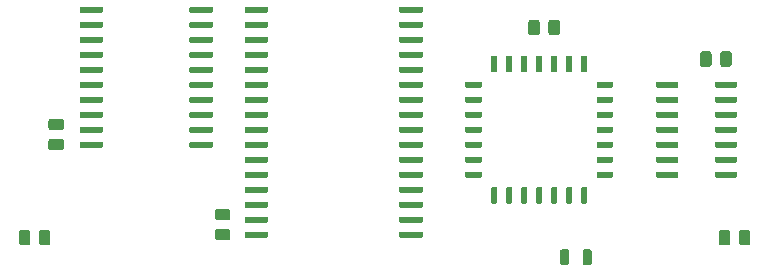
<source format=gtp>
G04 #@! TF.GenerationSoftware,KiCad,Pcbnew,(5.1.5-0-10_14)*
G04 #@! TF.CreationDate,2020-04-11T03:56:32-04:00*
G04 #@! TF.ProjectId,Voyager128,566f7961-6765-4723-9132-382e6b696361,rev?*
G04 #@! TF.SameCoordinates,Original*
G04 #@! TF.FileFunction,Paste,Top*
G04 #@! TF.FilePolarity,Positive*
%FSLAX46Y46*%
G04 Gerber Fmt 4.6, Leading zero omitted, Abs format (unit mm)*
G04 Created by KiCad (PCBNEW (5.1.5-0-10_14)) date 2020-04-11 03:56:32*
%MOMM*%
%LPD*%
G04 APERTURE LIST*
%ADD10C,0.100000*%
G04 APERTURE END LIST*
D10*
G36*
X78167312Y-127228272D02*
G01*
X78190945Y-127231778D01*
X78214120Y-127237583D01*
X78236614Y-127245632D01*
X78258212Y-127255846D01*
X78278704Y-127268129D01*
X78297893Y-127282361D01*
X78315595Y-127298405D01*
X78331639Y-127316107D01*
X78345871Y-127335296D01*
X78358154Y-127355788D01*
X78368368Y-127377386D01*
X78376417Y-127399880D01*
X78382222Y-127423055D01*
X78385728Y-127446688D01*
X78386900Y-127470550D01*
X78386900Y-128307450D01*
X78385728Y-128331312D01*
X78382222Y-128354945D01*
X78376417Y-128378120D01*
X78368368Y-128400614D01*
X78358154Y-128422212D01*
X78345871Y-128442704D01*
X78331639Y-128461893D01*
X78315595Y-128479595D01*
X78297893Y-128495639D01*
X78278704Y-128509871D01*
X78258212Y-128522154D01*
X78236614Y-128532368D01*
X78214120Y-128540417D01*
X78190945Y-128546222D01*
X78167312Y-128549728D01*
X78143450Y-128550900D01*
X77656550Y-128550900D01*
X77632688Y-128549728D01*
X77609055Y-128546222D01*
X77585880Y-128540417D01*
X77563386Y-128532368D01*
X77541788Y-128522154D01*
X77521296Y-128509871D01*
X77502107Y-128495639D01*
X77484405Y-128479595D01*
X77468361Y-128461893D01*
X77454129Y-128442704D01*
X77441846Y-128422212D01*
X77431632Y-128400614D01*
X77423583Y-128378120D01*
X77417778Y-128354945D01*
X77414272Y-128331312D01*
X77413100Y-128307450D01*
X77413100Y-127470550D01*
X77414272Y-127446688D01*
X77417778Y-127423055D01*
X77423583Y-127399880D01*
X77431632Y-127377386D01*
X77441846Y-127355788D01*
X77454129Y-127335296D01*
X77468361Y-127316107D01*
X77484405Y-127298405D01*
X77502107Y-127282361D01*
X77521296Y-127268129D01*
X77541788Y-127255846D01*
X77563386Y-127245632D01*
X77585880Y-127237583D01*
X77609055Y-127231778D01*
X77632688Y-127228272D01*
X77656550Y-127227100D01*
X78143450Y-127227100D01*
X78167312Y-127228272D01*
G37*
G36*
X76467312Y-127228272D02*
G01*
X76490945Y-127231778D01*
X76514120Y-127237583D01*
X76536614Y-127245632D01*
X76558212Y-127255846D01*
X76578704Y-127268129D01*
X76597893Y-127282361D01*
X76615595Y-127298405D01*
X76631639Y-127316107D01*
X76645871Y-127335296D01*
X76658154Y-127355788D01*
X76668368Y-127377386D01*
X76676417Y-127399880D01*
X76682222Y-127423055D01*
X76685728Y-127446688D01*
X76686900Y-127470550D01*
X76686900Y-128307450D01*
X76685728Y-128331312D01*
X76682222Y-128354945D01*
X76676417Y-128378120D01*
X76668368Y-128400614D01*
X76658154Y-128422212D01*
X76645871Y-128442704D01*
X76631639Y-128461893D01*
X76615595Y-128479595D01*
X76597893Y-128495639D01*
X76578704Y-128509871D01*
X76558212Y-128522154D01*
X76536614Y-128532368D01*
X76514120Y-128540417D01*
X76490945Y-128546222D01*
X76467312Y-128549728D01*
X76443450Y-128550900D01*
X75956550Y-128550900D01*
X75932688Y-128549728D01*
X75909055Y-128546222D01*
X75885880Y-128540417D01*
X75863386Y-128532368D01*
X75841788Y-128522154D01*
X75821296Y-128509871D01*
X75802107Y-128495639D01*
X75784405Y-128479595D01*
X75768361Y-128461893D01*
X75754129Y-128442704D01*
X75741846Y-128422212D01*
X75731632Y-128400614D01*
X75723583Y-128378120D01*
X75717778Y-128354945D01*
X75714272Y-128331312D01*
X75713100Y-128307450D01*
X75713100Y-127470550D01*
X75714272Y-127446688D01*
X75717778Y-127423055D01*
X75723583Y-127399880D01*
X75731632Y-127377386D01*
X75741846Y-127355788D01*
X75754129Y-127335296D01*
X75768361Y-127316107D01*
X75784405Y-127298405D01*
X75802107Y-127282361D01*
X75821296Y-127268129D01*
X75841788Y-127255846D01*
X75863386Y-127245632D01*
X75885880Y-127237583D01*
X75909055Y-127231778D01*
X75932688Y-127228272D01*
X75956550Y-127227100D01*
X76443450Y-127227100D01*
X76467312Y-127228272D01*
G37*
G36*
X119904785Y-112478731D02*
G01*
X119917497Y-112480616D01*
X119929963Y-112483739D01*
X119942062Y-112488068D01*
X119953679Y-112493562D01*
X119964702Y-112500169D01*
X119975024Y-112507824D01*
X119984546Y-112516454D01*
X119993176Y-112525976D01*
X120000831Y-112536298D01*
X120007438Y-112547321D01*
X120012932Y-112558938D01*
X120017261Y-112571037D01*
X120020384Y-112583503D01*
X120022269Y-112596215D01*
X120022900Y-112609050D01*
X120022900Y-113745950D01*
X120022269Y-113758785D01*
X120020384Y-113771497D01*
X120017261Y-113783963D01*
X120012932Y-113796062D01*
X120007438Y-113807679D01*
X120000831Y-113818702D01*
X119993176Y-113829024D01*
X119984546Y-113838546D01*
X119975024Y-113847176D01*
X119964702Y-113854831D01*
X119953679Y-113861438D01*
X119942062Y-113866932D01*
X119929963Y-113871261D01*
X119917497Y-113874384D01*
X119904785Y-113876269D01*
X119891950Y-113876900D01*
X119630050Y-113876900D01*
X119617215Y-113876269D01*
X119604503Y-113874384D01*
X119592037Y-113871261D01*
X119579938Y-113866932D01*
X119568321Y-113861438D01*
X119557298Y-113854831D01*
X119546976Y-113847176D01*
X119537454Y-113838546D01*
X119528824Y-113829024D01*
X119521169Y-113818702D01*
X119514562Y-113807679D01*
X119509068Y-113796062D01*
X119504739Y-113783963D01*
X119501616Y-113771497D01*
X119499731Y-113758785D01*
X119499100Y-113745950D01*
X119499100Y-112609050D01*
X119499731Y-112596215D01*
X119501616Y-112583503D01*
X119504739Y-112571037D01*
X119509068Y-112558938D01*
X119514562Y-112547321D01*
X119521169Y-112536298D01*
X119528824Y-112525976D01*
X119537454Y-112516454D01*
X119546976Y-112507824D01*
X119557298Y-112500169D01*
X119568321Y-112493562D01*
X119579938Y-112488068D01*
X119592037Y-112483739D01*
X119604503Y-112480616D01*
X119617215Y-112478731D01*
X119630050Y-112478100D01*
X119891950Y-112478100D01*
X119904785Y-112478731D01*
G37*
G36*
X118634785Y-112478731D02*
G01*
X118647497Y-112480616D01*
X118659963Y-112483739D01*
X118672062Y-112488068D01*
X118683679Y-112493562D01*
X118694702Y-112500169D01*
X118705024Y-112507824D01*
X118714546Y-112516454D01*
X118723176Y-112525976D01*
X118730831Y-112536298D01*
X118737438Y-112547321D01*
X118742932Y-112558938D01*
X118747261Y-112571037D01*
X118750384Y-112583503D01*
X118752269Y-112596215D01*
X118752900Y-112609050D01*
X118752900Y-113745950D01*
X118752269Y-113758785D01*
X118750384Y-113771497D01*
X118747261Y-113783963D01*
X118742932Y-113796062D01*
X118737438Y-113807679D01*
X118730831Y-113818702D01*
X118723176Y-113829024D01*
X118714546Y-113838546D01*
X118705024Y-113847176D01*
X118694702Y-113854831D01*
X118683679Y-113861438D01*
X118672062Y-113866932D01*
X118659963Y-113871261D01*
X118647497Y-113874384D01*
X118634785Y-113876269D01*
X118621950Y-113876900D01*
X118360050Y-113876900D01*
X118347215Y-113876269D01*
X118334503Y-113874384D01*
X118322037Y-113871261D01*
X118309938Y-113866932D01*
X118298321Y-113861438D01*
X118287298Y-113854831D01*
X118276976Y-113847176D01*
X118267454Y-113838546D01*
X118258824Y-113829024D01*
X118251169Y-113818702D01*
X118244562Y-113807679D01*
X118239068Y-113796062D01*
X118234739Y-113783963D01*
X118231616Y-113771497D01*
X118229731Y-113758785D01*
X118229100Y-113745950D01*
X118229100Y-112609050D01*
X118229731Y-112596215D01*
X118231616Y-112583503D01*
X118234739Y-112571037D01*
X118239068Y-112558938D01*
X118244562Y-112547321D01*
X118251169Y-112536298D01*
X118258824Y-112525976D01*
X118267454Y-112516454D01*
X118276976Y-112507824D01*
X118287298Y-112500169D01*
X118298321Y-112493562D01*
X118309938Y-112488068D01*
X118322037Y-112483739D01*
X118334503Y-112480616D01*
X118347215Y-112478731D01*
X118360050Y-112478100D01*
X118621950Y-112478100D01*
X118634785Y-112478731D01*
G37*
G36*
X117364785Y-112478731D02*
G01*
X117377497Y-112480616D01*
X117389963Y-112483739D01*
X117402062Y-112488068D01*
X117413679Y-112493562D01*
X117424702Y-112500169D01*
X117435024Y-112507824D01*
X117444546Y-112516454D01*
X117453176Y-112525976D01*
X117460831Y-112536298D01*
X117467438Y-112547321D01*
X117472932Y-112558938D01*
X117477261Y-112571037D01*
X117480384Y-112583503D01*
X117482269Y-112596215D01*
X117482900Y-112609050D01*
X117482900Y-113745950D01*
X117482269Y-113758785D01*
X117480384Y-113771497D01*
X117477261Y-113783963D01*
X117472932Y-113796062D01*
X117467438Y-113807679D01*
X117460831Y-113818702D01*
X117453176Y-113829024D01*
X117444546Y-113838546D01*
X117435024Y-113847176D01*
X117424702Y-113854831D01*
X117413679Y-113861438D01*
X117402062Y-113866932D01*
X117389963Y-113871261D01*
X117377497Y-113874384D01*
X117364785Y-113876269D01*
X117351950Y-113876900D01*
X117090050Y-113876900D01*
X117077215Y-113876269D01*
X117064503Y-113874384D01*
X117052037Y-113871261D01*
X117039938Y-113866932D01*
X117028321Y-113861438D01*
X117017298Y-113854831D01*
X117006976Y-113847176D01*
X116997454Y-113838546D01*
X116988824Y-113829024D01*
X116981169Y-113818702D01*
X116974562Y-113807679D01*
X116969068Y-113796062D01*
X116964739Y-113783963D01*
X116961616Y-113771497D01*
X116959731Y-113758785D01*
X116959100Y-113745950D01*
X116959100Y-112609050D01*
X116959731Y-112596215D01*
X116961616Y-112583503D01*
X116964739Y-112571037D01*
X116969068Y-112558938D01*
X116974562Y-112547321D01*
X116981169Y-112536298D01*
X116988824Y-112525976D01*
X116997454Y-112516454D01*
X117006976Y-112507824D01*
X117017298Y-112500169D01*
X117028321Y-112493562D01*
X117039938Y-112488068D01*
X117052037Y-112483739D01*
X117064503Y-112480616D01*
X117077215Y-112478731D01*
X117090050Y-112478100D01*
X117351950Y-112478100D01*
X117364785Y-112478731D01*
G37*
G36*
X116094785Y-112478731D02*
G01*
X116107497Y-112480616D01*
X116119963Y-112483739D01*
X116132062Y-112488068D01*
X116143679Y-112493562D01*
X116154702Y-112500169D01*
X116165024Y-112507824D01*
X116174546Y-112516454D01*
X116183176Y-112525976D01*
X116190831Y-112536298D01*
X116197438Y-112547321D01*
X116202932Y-112558938D01*
X116207261Y-112571037D01*
X116210384Y-112583503D01*
X116212269Y-112596215D01*
X116212900Y-112609050D01*
X116212900Y-113745950D01*
X116212269Y-113758785D01*
X116210384Y-113771497D01*
X116207261Y-113783963D01*
X116202932Y-113796062D01*
X116197438Y-113807679D01*
X116190831Y-113818702D01*
X116183176Y-113829024D01*
X116174546Y-113838546D01*
X116165024Y-113847176D01*
X116154702Y-113854831D01*
X116143679Y-113861438D01*
X116132062Y-113866932D01*
X116119963Y-113871261D01*
X116107497Y-113874384D01*
X116094785Y-113876269D01*
X116081950Y-113876900D01*
X115820050Y-113876900D01*
X115807215Y-113876269D01*
X115794503Y-113874384D01*
X115782037Y-113871261D01*
X115769938Y-113866932D01*
X115758321Y-113861438D01*
X115747298Y-113854831D01*
X115736976Y-113847176D01*
X115727454Y-113838546D01*
X115718824Y-113829024D01*
X115711169Y-113818702D01*
X115704562Y-113807679D01*
X115699068Y-113796062D01*
X115694739Y-113783963D01*
X115691616Y-113771497D01*
X115689731Y-113758785D01*
X115689100Y-113745950D01*
X115689100Y-112609050D01*
X115689731Y-112596215D01*
X115691616Y-112583503D01*
X115694739Y-112571037D01*
X115699068Y-112558938D01*
X115704562Y-112547321D01*
X115711169Y-112536298D01*
X115718824Y-112525976D01*
X115727454Y-112516454D01*
X115736976Y-112507824D01*
X115747298Y-112500169D01*
X115758321Y-112493562D01*
X115769938Y-112488068D01*
X115782037Y-112483739D01*
X115794503Y-112480616D01*
X115807215Y-112478731D01*
X115820050Y-112478100D01*
X116081950Y-112478100D01*
X116094785Y-112478731D01*
G37*
G36*
X114779785Y-114673731D02*
G01*
X114792497Y-114675616D01*
X114804963Y-114678739D01*
X114817062Y-114683068D01*
X114828679Y-114688562D01*
X114839702Y-114695169D01*
X114850024Y-114702824D01*
X114859546Y-114711454D01*
X114868176Y-114720976D01*
X114875831Y-114731298D01*
X114882438Y-114742321D01*
X114887932Y-114753938D01*
X114892261Y-114766037D01*
X114895384Y-114778503D01*
X114897269Y-114791215D01*
X114897900Y-114804050D01*
X114897900Y-115065950D01*
X114897269Y-115078785D01*
X114895384Y-115091497D01*
X114892261Y-115103963D01*
X114887932Y-115116062D01*
X114882438Y-115127679D01*
X114875831Y-115138702D01*
X114868176Y-115149024D01*
X114859546Y-115158546D01*
X114850024Y-115167176D01*
X114839702Y-115174831D01*
X114828679Y-115181438D01*
X114817062Y-115186932D01*
X114804963Y-115191261D01*
X114792497Y-115194384D01*
X114779785Y-115196269D01*
X114766950Y-115196900D01*
X113630050Y-115196900D01*
X113617215Y-115196269D01*
X113604503Y-115194384D01*
X113592037Y-115191261D01*
X113579938Y-115186932D01*
X113568321Y-115181438D01*
X113557298Y-115174831D01*
X113546976Y-115167176D01*
X113537454Y-115158546D01*
X113528824Y-115149024D01*
X113521169Y-115138702D01*
X113514562Y-115127679D01*
X113509068Y-115116062D01*
X113504739Y-115103963D01*
X113501616Y-115091497D01*
X113499731Y-115078785D01*
X113499100Y-115065950D01*
X113499100Y-114804050D01*
X113499731Y-114791215D01*
X113501616Y-114778503D01*
X113504739Y-114766037D01*
X113509068Y-114753938D01*
X113514562Y-114742321D01*
X113521169Y-114731298D01*
X113528824Y-114720976D01*
X113537454Y-114711454D01*
X113546976Y-114702824D01*
X113557298Y-114695169D01*
X113568321Y-114688562D01*
X113579938Y-114683068D01*
X113592037Y-114678739D01*
X113604503Y-114675616D01*
X113617215Y-114673731D01*
X113630050Y-114673100D01*
X114766950Y-114673100D01*
X114779785Y-114673731D01*
G37*
G36*
X114779785Y-115943731D02*
G01*
X114792497Y-115945616D01*
X114804963Y-115948739D01*
X114817062Y-115953068D01*
X114828679Y-115958562D01*
X114839702Y-115965169D01*
X114850024Y-115972824D01*
X114859546Y-115981454D01*
X114868176Y-115990976D01*
X114875831Y-116001298D01*
X114882438Y-116012321D01*
X114887932Y-116023938D01*
X114892261Y-116036037D01*
X114895384Y-116048503D01*
X114897269Y-116061215D01*
X114897900Y-116074050D01*
X114897900Y-116335950D01*
X114897269Y-116348785D01*
X114895384Y-116361497D01*
X114892261Y-116373963D01*
X114887932Y-116386062D01*
X114882438Y-116397679D01*
X114875831Y-116408702D01*
X114868176Y-116419024D01*
X114859546Y-116428546D01*
X114850024Y-116437176D01*
X114839702Y-116444831D01*
X114828679Y-116451438D01*
X114817062Y-116456932D01*
X114804963Y-116461261D01*
X114792497Y-116464384D01*
X114779785Y-116466269D01*
X114766950Y-116466900D01*
X113630050Y-116466900D01*
X113617215Y-116466269D01*
X113604503Y-116464384D01*
X113592037Y-116461261D01*
X113579938Y-116456932D01*
X113568321Y-116451438D01*
X113557298Y-116444831D01*
X113546976Y-116437176D01*
X113537454Y-116428546D01*
X113528824Y-116419024D01*
X113521169Y-116408702D01*
X113514562Y-116397679D01*
X113509068Y-116386062D01*
X113504739Y-116373963D01*
X113501616Y-116361497D01*
X113499731Y-116348785D01*
X113499100Y-116335950D01*
X113499100Y-116074050D01*
X113499731Y-116061215D01*
X113501616Y-116048503D01*
X113504739Y-116036037D01*
X113509068Y-116023938D01*
X113514562Y-116012321D01*
X113521169Y-116001298D01*
X113528824Y-115990976D01*
X113537454Y-115981454D01*
X113546976Y-115972824D01*
X113557298Y-115965169D01*
X113568321Y-115958562D01*
X113579938Y-115953068D01*
X113592037Y-115948739D01*
X113604503Y-115945616D01*
X113617215Y-115943731D01*
X113630050Y-115943100D01*
X114766950Y-115943100D01*
X114779785Y-115943731D01*
G37*
G36*
X114779785Y-117213731D02*
G01*
X114792497Y-117215616D01*
X114804963Y-117218739D01*
X114817062Y-117223068D01*
X114828679Y-117228562D01*
X114839702Y-117235169D01*
X114850024Y-117242824D01*
X114859546Y-117251454D01*
X114868176Y-117260976D01*
X114875831Y-117271298D01*
X114882438Y-117282321D01*
X114887932Y-117293938D01*
X114892261Y-117306037D01*
X114895384Y-117318503D01*
X114897269Y-117331215D01*
X114897900Y-117344050D01*
X114897900Y-117605950D01*
X114897269Y-117618785D01*
X114895384Y-117631497D01*
X114892261Y-117643963D01*
X114887932Y-117656062D01*
X114882438Y-117667679D01*
X114875831Y-117678702D01*
X114868176Y-117689024D01*
X114859546Y-117698546D01*
X114850024Y-117707176D01*
X114839702Y-117714831D01*
X114828679Y-117721438D01*
X114817062Y-117726932D01*
X114804963Y-117731261D01*
X114792497Y-117734384D01*
X114779785Y-117736269D01*
X114766950Y-117736900D01*
X113630050Y-117736900D01*
X113617215Y-117736269D01*
X113604503Y-117734384D01*
X113592037Y-117731261D01*
X113579938Y-117726932D01*
X113568321Y-117721438D01*
X113557298Y-117714831D01*
X113546976Y-117707176D01*
X113537454Y-117698546D01*
X113528824Y-117689024D01*
X113521169Y-117678702D01*
X113514562Y-117667679D01*
X113509068Y-117656062D01*
X113504739Y-117643963D01*
X113501616Y-117631497D01*
X113499731Y-117618785D01*
X113499100Y-117605950D01*
X113499100Y-117344050D01*
X113499731Y-117331215D01*
X113501616Y-117318503D01*
X113504739Y-117306037D01*
X113509068Y-117293938D01*
X113514562Y-117282321D01*
X113521169Y-117271298D01*
X113528824Y-117260976D01*
X113537454Y-117251454D01*
X113546976Y-117242824D01*
X113557298Y-117235169D01*
X113568321Y-117228562D01*
X113579938Y-117223068D01*
X113592037Y-117218739D01*
X113604503Y-117215616D01*
X113617215Y-117213731D01*
X113630050Y-117213100D01*
X114766950Y-117213100D01*
X114779785Y-117213731D01*
G37*
G36*
X114779785Y-118483731D02*
G01*
X114792497Y-118485616D01*
X114804963Y-118488739D01*
X114817062Y-118493068D01*
X114828679Y-118498562D01*
X114839702Y-118505169D01*
X114850024Y-118512824D01*
X114859546Y-118521454D01*
X114868176Y-118530976D01*
X114875831Y-118541298D01*
X114882438Y-118552321D01*
X114887932Y-118563938D01*
X114892261Y-118576037D01*
X114895384Y-118588503D01*
X114897269Y-118601215D01*
X114897900Y-118614050D01*
X114897900Y-118875950D01*
X114897269Y-118888785D01*
X114895384Y-118901497D01*
X114892261Y-118913963D01*
X114887932Y-118926062D01*
X114882438Y-118937679D01*
X114875831Y-118948702D01*
X114868176Y-118959024D01*
X114859546Y-118968546D01*
X114850024Y-118977176D01*
X114839702Y-118984831D01*
X114828679Y-118991438D01*
X114817062Y-118996932D01*
X114804963Y-119001261D01*
X114792497Y-119004384D01*
X114779785Y-119006269D01*
X114766950Y-119006900D01*
X113630050Y-119006900D01*
X113617215Y-119006269D01*
X113604503Y-119004384D01*
X113592037Y-119001261D01*
X113579938Y-118996932D01*
X113568321Y-118991438D01*
X113557298Y-118984831D01*
X113546976Y-118977176D01*
X113537454Y-118968546D01*
X113528824Y-118959024D01*
X113521169Y-118948702D01*
X113514562Y-118937679D01*
X113509068Y-118926062D01*
X113504739Y-118913963D01*
X113501616Y-118901497D01*
X113499731Y-118888785D01*
X113499100Y-118875950D01*
X113499100Y-118614050D01*
X113499731Y-118601215D01*
X113501616Y-118588503D01*
X113504739Y-118576037D01*
X113509068Y-118563938D01*
X113514562Y-118552321D01*
X113521169Y-118541298D01*
X113528824Y-118530976D01*
X113537454Y-118521454D01*
X113546976Y-118512824D01*
X113557298Y-118505169D01*
X113568321Y-118498562D01*
X113579938Y-118493068D01*
X113592037Y-118488739D01*
X113604503Y-118485616D01*
X113617215Y-118483731D01*
X113630050Y-118483100D01*
X114766950Y-118483100D01*
X114779785Y-118483731D01*
G37*
G36*
X114779785Y-119753731D02*
G01*
X114792497Y-119755616D01*
X114804963Y-119758739D01*
X114817062Y-119763068D01*
X114828679Y-119768562D01*
X114839702Y-119775169D01*
X114850024Y-119782824D01*
X114859546Y-119791454D01*
X114868176Y-119800976D01*
X114875831Y-119811298D01*
X114882438Y-119822321D01*
X114887932Y-119833938D01*
X114892261Y-119846037D01*
X114895384Y-119858503D01*
X114897269Y-119871215D01*
X114897900Y-119884050D01*
X114897900Y-120145950D01*
X114897269Y-120158785D01*
X114895384Y-120171497D01*
X114892261Y-120183963D01*
X114887932Y-120196062D01*
X114882438Y-120207679D01*
X114875831Y-120218702D01*
X114868176Y-120229024D01*
X114859546Y-120238546D01*
X114850024Y-120247176D01*
X114839702Y-120254831D01*
X114828679Y-120261438D01*
X114817062Y-120266932D01*
X114804963Y-120271261D01*
X114792497Y-120274384D01*
X114779785Y-120276269D01*
X114766950Y-120276900D01*
X113630050Y-120276900D01*
X113617215Y-120276269D01*
X113604503Y-120274384D01*
X113592037Y-120271261D01*
X113579938Y-120266932D01*
X113568321Y-120261438D01*
X113557298Y-120254831D01*
X113546976Y-120247176D01*
X113537454Y-120238546D01*
X113528824Y-120229024D01*
X113521169Y-120218702D01*
X113514562Y-120207679D01*
X113509068Y-120196062D01*
X113504739Y-120183963D01*
X113501616Y-120171497D01*
X113499731Y-120158785D01*
X113499100Y-120145950D01*
X113499100Y-119884050D01*
X113499731Y-119871215D01*
X113501616Y-119858503D01*
X113504739Y-119846037D01*
X113509068Y-119833938D01*
X113514562Y-119822321D01*
X113521169Y-119811298D01*
X113528824Y-119800976D01*
X113537454Y-119791454D01*
X113546976Y-119782824D01*
X113557298Y-119775169D01*
X113568321Y-119768562D01*
X113579938Y-119763068D01*
X113592037Y-119758739D01*
X113604503Y-119755616D01*
X113617215Y-119753731D01*
X113630050Y-119753100D01*
X114766950Y-119753100D01*
X114779785Y-119753731D01*
G37*
G36*
X114779785Y-121023731D02*
G01*
X114792497Y-121025616D01*
X114804963Y-121028739D01*
X114817062Y-121033068D01*
X114828679Y-121038562D01*
X114839702Y-121045169D01*
X114850024Y-121052824D01*
X114859546Y-121061454D01*
X114868176Y-121070976D01*
X114875831Y-121081298D01*
X114882438Y-121092321D01*
X114887932Y-121103938D01*
X114892261Y-121116037D01*
X114895384Y-121128503D01*
X114897269Y-121141215D01*
X114897900Y-121154050D01*
X114897900Y-121415950D01*
X114897269Y-121428785D01*
X114895384Y-121441497D01*
X114892261Y-121453963D01*
X114887932Y-121466062D01*
X114882438Y-121477679D01*
X114875831Y-121488702D01*
X114868176Y-121499024D01*
X114859546Y-121508546D01*
X114850024Y-121517176D01*
X114839702Y-121524831D01*
X114828679Y-121531438D01*
X114817062Y-121536932D01*
X114804963Y-121541261D01*
X114792497Y-121544384D01*
X114779785Y-121546269D01*
X114766950Y-121546900D01*
X113630050Y-121546900D01*
X113617215Y-121546269D01*
X113604503Y-121544384D01*
X113592037Y-121541261D01*
X113579938Y-121536932D01*
X113568321Y-121531438D01*
X113557298Y-121524831D01*
X113546976Y-121517176D01*
X113537454Y-121508546D01*
X113528824Y-121499024D01*
X113521169Y-121488702D01*
X113514562Y-121477679D01*
X113509068Y-121466062D01*
X113504739Y-121453963D01*
X113501616Y-121441497D01*
X113499731Y-121428785D01*
X113499100Y-121415950D01*
X113499100Y-121154050D01*
X113499731Y-121141215D01*
X113501616Y-121128503D01*
X113504739Y-121116037D01*
X113509068Y-121103938D01*
X113514562Y-121092321D01*
X113521169Y-121081298D01*
X113528824Y-121070976D01*
X113537454Y-121061454D01*
X113546976Y-121052824D01*
X113557298Y-121045169D01*
X113568321Y-121038562D01*
X113579938Y-121033068D01*
X113592037Y-121028739D01*
X113604503Y-121025616D01*
X113617215Y-121023731D01*
X113630050Y-121023100D01*
X114766950Y-121023100D01*
X114779785Y-121023731D01*
G37*
G36*
X114779785Y-122293731D02*
G01*
X114792497Y-122295616D01*
X114804963Y-122298739D01*
X114817062Y-122303068D01*
X114828679Y-122308562D01*
X114839702Y-122315169D01*
X114850024Y-122322824D01*
X114859546Y-122331454D01*
X114868176Y-122340976D01*
X114875831Y-122351298D01*
X114882438Y-122362321D01*
X114887932Y-122373938D01*
X114892261Y-122386037D01*
X114895384Y-122398503D01*
X114897269Y-122411215D01*
X114897900Y-122424050D01*
X114897900Y-122685950D01*
X114897269Y-122698785D01*
X114895384Y-122711497D01*
X114892261Y-122723963D01*
X114887932Y-122736062D01*
X114882438Y-122747679D01*
X114875831Y-122758702D01*
X114868176Y-122769024D01*
X114859546Y-122778546D01*
X114850024Y-122787176D01*
X114839702Y-122794831D01*
X114828679Y-122801438D01*
X114817062Y-122806932D01*
X114804963Y-122811261D01*
X114792497Y-122814384D01*
X114779785Y-122816269D01*
X114766950Y-122816900D01*
X113630050Y-122816900D01*
X113617215Y-122816269D01*
X113604503Y-122814384D01*
X113592037Y-122811261D01*
X113579938Y-122806932D01*
X113568321Y-122801438D01*
X113557298Y-122794831D01*
X113546976Y-122787176D01*
X113537454Y-122778546D01*
X113528824Y-122769024D01*
X113521169Y-122758702D01*
X113514562Y-122747679D01*
X113509068Y-122736062D01*
X113504739Y-122723963D01*
X113501616Y-122711497D01*
X113499731Y-122698785D01*
X113499100Y-122685950D01*
X113499100Y-122424050D01*
X113499731Y-122411215D01*
X113501616Y-122398503D01*
X113504739Y-122386037D01*
X113509068Y-122373938D01*
X113514562Y-122362321D01*
X113521169Y-122351298D01*
X113528824Y-122340976D01*
X113537454Y-122331454D01*
X113546976Y-122322824D01*
X113557298Y-122315169D01*
X113568321Y-122308562D01*
X113579938Y-122303068D01*
X113592037Y-122298739D01*
X113604503Y-122295616D01*
X113617215Y-122293731D01*
X113630050Y-122293100D01*
X114766950Y-122293100D01*
X114779785Y-122293731D01*
G37*
G36*
X116094785Y-123613731D02*
G01*
X116107497Y-123615616D01*
X116119963Y-123618739D01*
X116132062Y-123623068D01*
X116143679Y-123628562D01*
X116154702Y-123635169D01*
X116165024Y-123642824D01*
X116174546Y-123651454D01*
X116183176Y-123660976D01*
X116190831Y-123671298D01*
X116197438Y-123682321D01*
X116202932Y-123693938D01*
X116207261Y-123706037D01*
X116210384Y-123718503D01*
X116212269Y-123731215D01*
X116212900Y-123744050D01*
X116212900Y-124880950D01*
X116212269Y-124893785D01*
X116210384Y-124906497D01*
X116207261Y-124918963D01*
X116202932Y-124931062D01*
X116197438Y-124942679D01*
X116190831Y-124953702D01*
X116183176Y-124964024D01*
X116174546Y-124973546D01*
X116165024Y-124982176D01*
X116154702Y-124989831D01*
X116143679Y-124996438D01*
X116132062Y-125001932D01*
X116119963Y-125006261D01*
X116107497Y-125009384D01*
X116094785Y-125011269D01*
X116081950Y-125011900D01*
X115820050Y-125011900D01*
X115807215Y-125011269D01*
X115794503Y-125009384D01*
X115782037Y-125006261D01*
X115769938Y-125001932D01*
X115758321Y-124996438D01*
X115747298Y-124989831D01*
X115736976Y-124982176D01*
X115727454Y-124973546D01*
X115718824Y-124964024D01*
X115711169Y-124953702D01*
X115704562Y-124942679D01*
X115699068Y-124931062D01*
X115694739Y-124918963D01*
X115691616Y-124906497D01*
X115689731Y-124893785D01*
X115689100Y-124880950D01*
X115689100Y-123744050D01*
X115689731Y-123731215D01*
X115691616Y-123718503D01*
X115694739Y-123706037D01*
X115699068Y-123693938D01*
X115704562Y-123682321D01*
X115711169Y-123671298D01*
X115718824Y-123660976D01*
X115727454Y-123651454D01*
X115736976Y-123642824D01*
X115747298Y-123635169D01*
X115758321Y-123628562D01*
X115769938Y-123623068D01*
X115782037Y-123618739D01*
X115794503Y-123615616D01*
X115807215Y-123613731D01*
X115820050Y-123613100D01*
X116081950Y-123613100D01*
X116094785Y-123613731D01*
G37*
G36*
X117364785Y-123613731D02*
G01*
X117377497Y-123615616D01*
X117389963Y-123618739D01*
X117402062Y-123623068D01*
X117413679Y-123628562D01*
X117424702Y-123635169D01*
X117435024Y-123642824D01*
X117444546Y-123651454D01*
X117453176Y-123660976D01*
X117460831Y-123671298D01*
X117467438Y-123682321D01*
X117472932Y-123693938D01*
X117477261Y-123706037D01*
X117480384Y-123718503D01*
X117482269Y-123731215D01*
X117482900Y-123744050D01*
X117482900Y-124880950D01*
X117482269Y-124893785D01*
X117480384Y-124906497D01*
X117477261Y-124918963D01*
X117472932Y-124931062D01*
X117467438Y-124942679D01*
X117460831Y-124953702D01*
X117453176Y-124964024D01*
X117444546Y-124973546D01*
X117435024Y-124982176D01*
X117424702Y-124989831D01*
X117413679Y-124996438D01*
X117402062Y-125001932D01*
X117389963Y-125006261D01*
X117377497Y-125009384D01*
X117364785Y-125011269D01*
X117351950Y-125011900D01*
X117090050Y-125011900D01*
X117077215Y-125011269D01*
X117064503Y-125009384D01*
X117052037Y-125006261D01*
X117039938Y-125001932D01*
X117028321Y-124996438D01*
X117017298Y-124989831D01*
X117006976Y-124982176D01*
X116997454Y-124973546D01*
X116988824Y-124964024D01*
X116981169Y-124953702D01*
X116974562Y-124942679D01*
X116969068Y-124931062D01*
X116964739Y-124918963D01*
X116961616Y-124906497D01*
X116959731Y-124893785D01*
X116959100Y-124880950D01*
X116959100Y-123744050D01*
X116959731Y-123731215D01*
X116961616Y-123718503D01*
X116964739Y-123706037D01*
X116969068Y-123693938D01*
X116974562Y-123682321D01*
X116981169Y-123671298D01*
X116988824Y-123660976D01*
X116997454Y-123651454D01*
X117006976Y-123642824D01*
X117017298Y-123635169D01*
X117028321Y-123628562D01*
X117039938Y-123623068D01*
X117052037Y-123618739D01*
X117064503Y-123615616D01*
X117077215Y-123613731D01*
X117090050Y-123613100D01*
X117351950Y-123613100D01*
X117364785Y-123613731D01*
G37*
G36*
X118634785Y-123613731D02*
G01*
X118647497Y-123615616D01*
X118659963Y-123618739D01*
X118672062Y-123623068D01*
X118683679Y-123628562D01*
X118694702Y-123635169D01*
X118705024Y-123642824D01*
X118714546Y-123651454D01*
X118723176Y-123660976D01*
X118730831Y-123671298D01*
X118737438Y-123682321D01*
X118742932Y-123693938D01*
X118747261Y-123706037D01*
X118750384Y-123718503D01*
X118752269Y-123731215D01*
X118752900Y-123744050D01*
X118752900Y-124880950D01*
X118752269Y-124893785D01*
X118750384Y-124906497D01*
X118747261Y-124918963D01*
X118742932Y-124931062D01*
X118737438Y-124942679D01*
X118730831Y-124953702D01*
X118723176Y-124964024D01*
X118714546Y-124973546D01*
X118705024Y-124982176D01*
X118694702Y-124989831D01*
X118683679Y-124996438D01*
X118672062Y-125001932D01*
X118659963Y-125006261D01*
X118647497Y-125009384D01*
X118634785Y-125011269D01*
X118621950Y-125011900D01*
X118360050Y-125011900D01*
X118347215Y-125011269D01*
X118334503Y-125009384D01*
X118322037Y-125006261D01*
X118309938Y-125001932D01*
X118298321Y-124996438D01*
X118287298Y-124989831D01*
X118276976Y-124982176D01*
X118267454Y-124973546D01*
X118258824Y-124964024D01*
X118251169Y-124953702D01*
X118244562Y-124942679D01*
X118239068Y-124931062D01*
X118234739Y-124918963D01*
X118231616Y-124906497D01*
X118229731Y-124893785D01*
X118229100Y-124880950D01*
X118229100Y-123744050D01*
X118229731Y-123731215D01*
X118231616Y-123718503D01*
X118234739Y-123706037D01*
X118239068Y-123693938D01*
X118244562Y-123682321D01*
X118251169Y-123671298D01*
X118258824Y-123660976D01*
X118267454Y-123651454D01*
X118276976Y-123642824D01*
X118287298Y-123635169D01*
X118298321Y-123628562D01*
X118309938Y-123623068D01*
X118322037Y-123618739D01*
X118334503Y-123615616D01*
X118347215Y-123613731D01*
X118360050Y-123613100D01*
X118621950Y-123613100D01*
X118634785Y-123613731D01*
G37*
G36*
X119904785Y-123613731D02*
G01*
X119917497Y-123615616D01*
X119929963Y-123618739D01*
X119942062Y-123623068D01*
X119953679Y-123628562D01*
X119964702Y-123635169D01*
X119975024Y-123642824D01*
X119984546Y-123651454D01*
X119993176Y-123660976D01*
X120000831Y-123671298D01*
X120007438Y-123682321D01*
X120012932Y-123693938D01*
X120017261Y-123706037D01*
X120020384Y-123718503D01*
X120022269Y-123731215D01*
X120022900Y-123744050D01*
X120022900Y-124880950D01*
X120022269Y-124893785D01*
X120020384Y-124906497D01*
X120017261Y-124918963D01*
X120012932Y-124931062D01*
X120007438Y-124942679D01*
X120000831Y-124953702D01*
X119993176Y-124964024D01*
X119984546Y-124973546D01*
X119975024Y-124982176D01*
X119964702Y-124989831D01*
X119953679Y-124996438D01*
X119942062Y-125001932D01*
X119929963Y-125006261D01*
X119917497Y-125009384D01*
X119904785Y-125011269D01*
X119891950Y-125011900D01*
X119630050Y-125011900D01*
X119617215Y-125011269D01*
X119604503Y-125009384D01*
X119592037Y-125006261D01*
X119579938Y-125001932D01*
X119568321Y-124996438D01*
X119557298Y-124989831D01*
X119546976Y-124982176D01*
X119537454Y-124973546D01*
X119528824Y-124964024D01*
X119521169Y-124953702D01*
X119514562Y-124942679D01*
X119509068Y-124931062D01*
X119504739Y-124918963D01*
X119501616Y-124906497D01*
X119499731Y-124893785D01*
X119499100Y-124880950D01*
X119499100Y-123744050D01*
X119499731Y-123731215D01*
X119501616Y-123718503D01*
X119504739Y-123706037D01*
X119509068Y-123693938D01*
X119514562Y-123682321D01*
X119521169Y-123671298D01*
X119528824Y-123660976D01*
X119537454Y-123651454D01*
X119546976Y-123642824D01*
X119557298Y-123635169D01*
X119568321Y-123628562D01*
X119579938Y-123623068D01*
X119592037Y-123618739D01*
X119604503Y-123615616D01*
X119617215Y-123613731D01*
X119630050Y-123613100D01*
X119891950Y-123613100D01*
X119904785Y-123613731D01*
G37*
G36*
X121174785Y-123613731D02*
G01*
X121187497Y-123615616D01*
X121199963Y-123618739D01*
X121212062Y-123623068D01*
X121223679Y-123628562D01*
X121234702Y-123635169D01*
X121245024Y-123642824D01*
X121254546Y-123651454D01*
X121263176Y-123660976D01*
X121270831Y-123671298D01*
X121277438Y-123682321D01*
X121282932Y-123693938D01*
X121287261Y-123706037D01*
X121290384Y-123718503D01*
X121292269Y-123731215D01*
X121292900Y-123744050D01*
X121292900Y-124880950D01*
X121292269Y-124893785D01*
X121290384Y-124906497D01*
X121287261Y-124918963D01*
X121282932Y-124931062D01*
X121277438Y-124942679D01*
X121270831Y-124953702D01*
X121263176Y-124964024D01*
X121254546Y-124973546D01*
X121245024Y-124982176D01*
X121234702Y-124989831D01*
X121223679Y-124996438D01*
X121212062Y-125001932D01*
X121199963Y-125006261D01*
X121187497Y-125009384D01*
X121174785Y-125011269D01*
X121161950Y-125011900D01*
X120900050Y-125011900D01*
X120887215Y-125011269D01*
X120874503Y-125009384D01*
X120862037Y-125006261D01*
X120849938Y-125001932D01*
X120838321Y-124996438D01*
X120827298Y-124989831D01*
X120816976Y-124982176D01*
X120807454Y-124973546D01*
X120798824Y-124964024D01*
X120791169Y-124953702D01*
X120784562Y-124942679D01*
X120779068Y-124931062D01*
X120774739Y-124918963D01*
X120771616Y-124906497D01*
X120769731Y-124893785D01*
X120769100Y-124880950D01*
X120769100Y-123744050D01*
X120769731Y-123731215D01*
X120771616Y-123718503D01*
X120774739Y-123706037D01*
X120779068Y-123693938D01*
X120784562Y-123682321D01*
X120791169Y-123671298D01*
X120798824Y-123660976D01*
X120807454Y-123651454D01*
X120816976Y-123642824D01*
X120827298Y-123635169D01*
X120838321Y-123628562D01*
X120849938Y-123623068D01*
X120862037Y-123618739D01*
X120874503Y-123615616D01*
X120887215Y-123613731D01*
X120900050Y-123613100D01*
X121161950Y-123613100D01*
X121174785Y-123613731D01*
G37*
G36*
X122444785Y-123613731D02*
G01*
X122457497Y-123615616D01*
X122469963Y-123618739D01*
X122482062Y-123623068D01*
X122493679Y-123628562D01*
X122504702Y-123635169D01*
X122515024Y-123642824D01*
X122524546Y-123651454D01*
X122533176Y-123660976D01*
X122540831Y-123671298D01*
X122547438Y-123682321D01*
X122552932Y-123693938D01*
X122557261Y-123706037D01*
X122560384Y-123718503D01*
X122562269Y-123731215D01*
X122562900Y-123744050D01*
X122562900Y-124880950D01*
X122562269Y-124893785D01*
X122560384Y-124906497D01*
X122557261Y-124918963D01*
X122552932Y-124931062D01*
X122547438Y-124942679D01*
X122540831Y-124953702D01*
X122533176Y-124964024D01*
X122524546Y-124973546D01*
X122515024Y-124982176D01*
X122504702Y-124989831D01*
X122493679Y-124996438D01*
X122482062Y-125001932D01*
X122469963Y-125006261D01*
X122457497Y-125009384D01*
X122444785Y-125011269D01*
X122431950Y-125011900D01*
X122170050Y-125011900D01*
X122157215Y-125011269D01*
X122144503Y-125009384D01*
X122132037Y-125006261D01*
X122119938Y-125001932D01*
X122108321Y-124996438D01*
X122097298Y-124989831D01*
X122086976Y-124982176D01*
X122077454Y-124973546D01*
X122068824Y-124964024D01*
X122061169Y-124953702D01*
X122054562Y-124942679D01*
X122049068Y-124931062D01*
X122044739Y-124918963D01*
X122041616Y-124906497D01*
X122039731Y-124893785D01*
X122039100Y-124880950D01*
X122039100Y-123744050D01*
X122039731Y-123731215D01*
X122041616Y-123718503D01*
X122044739Y-123706037D01*
X122049068Y-123693938D01*
X122054562Y-123682321D01*
X122061169Y-123671298D01*
X122068824Y-123660976D01*
X122077454Y-123651454D01*
X122086976Y-123642824D01*
X122097298Y-123635169D01*
X122108321Y-123628562D01*
X122119938Y-123623068D01*
X122132037Y-123618739D01*
X122144503Y-123615616D01*
X122157215Y-123613731D01*
X122170050Y-123613100D01*
X122431950Y-123613100D01*
X122444785Y-123613731D01*
G37*
G36*
X123714785Y-123613731D02*
G01*
X123727497Y-123615616D01*
X123739963Y-123618739D01*
X123752062Y-123623068D01*
X123763679Y-123628562D01*
X123774702Y-123635169D01*
X123785024Y-123642824D01*
X123794546Y-123651454D01*
X123803176Y-123660976D01*
X123810831Y-123671298D01*
X123817438Y-123682321D01*
X123822932Y-123693938D01*
X123827261Y-123706037D01*
X123830384Y-123718503D01*
X123832269Y-123731215D01*
X123832900Y-123744050D01*
X123832900Y-124880950D01*
X123832269Y-124893785D01*
X123830384Y-124906497D01*
X123827261Y-124918963D01*
X123822932Y-124931062D01*
X123817438Y-124942679D01*
X123810831Y-124953702D01*
X123803176Y-124964024D01*
X123794546Y-124973546D01*
X123785024Y-124982176D01*
X123774702Y-124989831D01*
X123763679Y-124996438D01*
X123752062Y-125001932D01*
X123739963Y-125006261D01*
X123727497Y-125009384D01*
X123714785Y-125011269D01*
X123701950Y-125011900D01*
X123440050Y-125011900D01*
X123427215Y-125011269D01*
X123414503Y-125009384D01*
X123402037Y-125006261D01*
X123389938Y-125001932D01*
X123378321Y-124996438D01*
X123367298Y-124989831D01*
X123356976Y-124982176D01*
X123347454Y-124973546D01*
X123338824Y-124964024D01*
X123331169Y-124953702D01*
X123324562Y-124942679D01*
X123319068Y-124931062D01*
X123314739Y-124918963D01*
X123311616Y-124906497D01*
X123309731Y-124893785D01*
X123309100Y-124880950D01*
X123309100Y-123744050D01*
X123309731Y-123731215D01*
X123311616Y-123718503D01*
X123314739Y-123706037D01*
X123319068Y-123693938D01*
X123324562Y-123682321D01*
X123331169Y-123671298D01*
X123338824Y-123660976D01*
X123347454Y-123651454D01*
X123356976Y-123642824D01*
X123367298Y-123635169D01*
X123378321Y-123628562D01*
X123389938Y-123623068D01*
X123402037Y-123618739D01*
X123414503Y-123615616D01*
X123427215Y-123613731D01*
X123440050Y-123613100D01*
X123701950Y-123613100D01*
X123714785Y-123613731D01*
G37*
G36*
X125904785Y-122293731D02*
G01*
X125917497Y-122295616D01*
X125929963Y-122298739D01*
X125942062Y-122303068D01*
X125953679Y-122308562D01*
X125964702Y-122315169D01*
X125975024Y-122322824D01*
X125984546Y-122331454D01*
X125993176Y-122340976D01*
X126000831Y-122351298D01*
X126007438Y-122362321D01*
X126012932Y-122373938D01*
X126017261Y-122386037D01*
X126020384Y-122398503D01*
X126022269Y-122411215D01*
X126022900Y-122424050D01*
X126022900Y-122685950D01*
X126022269Y-122698785D01*
X126020384Y-122711497D01*
X126017261Y-122723963D01*
X126012932Y-122736062D01*
X126007438Y-122747679D01*
X126000831Y-122758702D01*
X125993176Y-122769024D01*
X125984546Y-122778546D01*
X125975024Y-122787176D01*
X125964702Y-122794831D01*
X125953679Y-122801438D01*
X125942062Y-122806932D01*
X125929963Y-122811261D01*
X125917497Y-122814384D01*
X125904785Y-122816269D01*
X125891950Y-122816900D01*
X124755050Y-122816900D01*
X124742215Y-122816269D01*
X124729503Y-122814384D01*
X124717037Y-122811261D01*
X124704938Y-122806932D01*
X124693321Y-122801438D01*
X124682298Y-122794831D01*
X124671976Y-122787176D01*
X124662454Y-122778546D01*
X124653824Y-122769024D01*
X124646169Y-122758702D01*
X124639562Y-122747679D01*
X124634068Y-122736062D01*
X124629739Y-122723963D01*
X124626616Y-122711497D01*
X124624731Y-122698785D01*
X124624100Y-122685950D01*
X124624100Y-122424050D01*
X124624731Y-122411215D01*
X124626616Y-122398503D01*
X124629739Y-122386037D01*
X124634068Y-122373938D01*
X124639562Y-122362321D01*
X124646169Y-122351298D01*
X124653824Y-122340976D01*
X124662454Y-122331454D01*
X124671976Y-122322824D01*
X124682298Y-122315169D01*
X124693321Y-122308562D01*
X124704938Y-122303068D01*
X124717037Y-122298739D01*
X124729503Y-122295616D01*
X124742215Y-122293731D01*
X124755050Y-122293100D01*
X125891950Y-122293100D01*
X125904785Y-122293731D01*
G37*
G36*
X125904785Y-121023731D02*
G01*
X125917497Y-121025616D01*
X125929963Y-121028739D01*
X125942062Y-121033068D01*
X125953679Y-121038562D01*
X125964702Y-121045169D01*
X125975024Y-121052824D01*
X125984546Y-121061454D01*
X125993176Y-121070976D01*
X126000831Y-121081298D01*
X126007438Y-121092321D01*
X126012932Y-121103938D01*
X126017261Y-121116037D01*
X126020384Y-121128503D01*
X126022269Y-121141215D01*
X126022900Y-121154050D01*
X126022900Y-121415950D01*
X126022269Y-121428785D01*
X126020384Y-121441497D01*
X126017261Y-121453963D01*
X126012932Y-121466062D01*
X126007438Y-121477679D01*
X126000831Y-121488702D01*
X125993176Y-121499024D01*
X125984546Y-121508546D01*
X125975024Y-121517176D01*
X125964702Y-121524831D01*
X125953679Y-121531438D01*
X125942062Y-121536932D01*
X125929963Y-121541261D01*
X125917497Y-121544384D01*
X125904785Y-121546269D01*
X125891950Y-121546900D01*
X124755050Y-121546900D01*
X124742215Y-121546269D01*
X124729503Y-121544384D01*
X124717037Y-121541261D01*
X124704938Y-121536932D01*
X124693321Y-121531438D01*
X124682298Y-121524831D01*
X124671976Y-121517176D01*
X124662454Y-121508546D01*
X124653824Y-121499024D01*
X124646169Y-121488702D01*
X124639562Y-121477679D01*
X124634068Y-121466062D01*
X124629739Y-121453963D01*
X124626616Y-121441497D01*
X124624731Y-121428785D01*
X124624100Y-121415950D01*
X124624100Y-121154050D01*
X124624731Y-121141215D01*
X124626616Y-121128503D01*
X124629739Y-121116037D01*
X124634068Y-121103938D01*
X124639562Y-121092321D01*
X124646169Y-121081298D01*
X124653824Y-121070976D01*
X124662454Y-121061454D01*
X124671976Y-121052824D01*
X124682298Y-121045169D01*
X124693321Y-121038562D01*
X124704938Y-121033068D01*
X124717037Y-121028739D01*
X124729503Y-121025616D01*
X124742215Y-121023731D01*
X124755050Y-121023100D01*
X125891950Y-121023100D01*
X125904785Y-121023731D01*
G37*
G36*
X125904785Y-119753731D02*
G01*
X125917497Y-119755616D01*
X125929963Y-119758739D01*
X125942062Y-119763068D01*
X125953679Y-119768562D01*
X125964702Y-119775169D01*
X125975024Y-119782824D01*
X125984546Y-119791454D01*
X125993176Y-119800976D01*
X126000831Y-119811298D01*
X126007438Y-119822321D01*
X126012932Y-119833938D01*
X126017261Y-119846037D01*
X126020384Y-119858503D01*
X126022269Y-119871215D01*
X126022900Y-119884050D01*
X126022900Y-120145950D01*
X126022269Y-120158785D01*
X126020384Y-120171497D01*
X126017261Y-120183963D01*
X126012932Y-120196062D01*
X126007438Y-120207679D01*
X126000831Y-120218702D01*
X125993176Y-120229024D01*
X125984546Y-120238546D01*
X125975024Y-120247176D01*
X125964702Y-120254831D01*
X125953679Y-120261438D01*
X125942062Y-120266932D01*
X125929963Y-120271261D01*
X125917497Y-120274384D01*
X125904785Y-120276269D01*
X125891950Y-120276900D01*
X124755050Y-120276900D01*
X124742215Y-120276269D01*
X124729503Y-120274384D01*
X124717037Y-120271261D01*
X124704938Y-120266932D01*
X124693321Y-120261438D01*
X124682298Y-120254831D01*
X124671976Y-120247176D01*
X124662454Y-120238546D01*
X124653824Y-120229024D01*
X124646169Y-120218702D01*
X124639562Y-120207679D01*
X124634068Y-120196062D01*
X124629739Y-120183963D01*
X124626616Y-120171497D01*
X124624731Y-120158785D01*
X124624100Y-120145950D01*
X124624100Y-119884050D01*
X124624731Y-119871215D01*
X124626616Y-119858503D01*
X124629739Y-119846037D01*
X124634068Y-119833938D01*
X124639562Y-119822321D01*
X124646169Y-119811298D01*
X124653824Y-119800976D01*
X124662454Y-119791454D01*
X124671976Y-119782824D01*
X124682298Y-119775169D01*
X124693321Y-119768562D01*
X124704938Y-119763068D01*
X124717037Y-119758739D01*
X124729503Y-119755616D01*
X124742215Y-119753731D01*
X124755050Y-119753100D01*
X125891950Y-119753100D01*
X125904785Y-119753731D01*
G37*
G36*
X125904785Y-118483731D02*
G01*
X125917497Y-118485616D01*
X125929963Y-118488739D01*
X125942062Y-118493068D01*
X125953679Y-118498562D01*
X125964702Y-118505169D01*
X125975024Y-118512824D01*
X125984546Y-118521454D01*
X125993176Y-118530976D01*
X126000831Y-118541298D01*
X126007438Y-118552321D01*
X126012932Y-118563938D01*
X126017261Y-118576037D01*
X126020384Y-118588503D01*
X126022269Y-118601215D01*
X126022900Y-118614050D01*
X126022900Y-118875950D01*
X126022269Y-118888785D01*
X126020384Y-118901497D01*
X126017261Y-118913963D01*
X126012932Y-118926062D01*
X126007438Y-118937679D01*
X126000831Y-118948702D01*
X125993176Y-118959024D01*
X125984546Y-118968546D01*
X125975024Y-118977176D01*
X125964702Y-118984831D01*
X125953679Y-118991438D01*
X125942062Y-118996932D01*
X125929963Y-119001261D01*
X125917497Y-119004384D01*
X125904785Y-119006269D01*
X125891950Y-119006900D01*
X124755050Y-119006900D01*
X124742215Y-119006269D01*
X124729503Y-119004384D01*
X124717037Y-119001261D01*
X124704938Y-118996932D01*
X124693321Y-118991438D01*
X124682298Y-118984831D01*
X124671976Y-118977176D01*
X124662454Y-118968546D01*
X124653824Y-118959024D01*
X124646169Y-118948702D01*
X124639562Y-118937679D01*
X124634068Y-118926062D01*
X124629739Y-118913963D01*
X124626616Y-118901497D01*
X124624731Y-118888785D01*
X124624100Y-118875950D01*
X124624100Y-118614050D01*
X124624731Y-118601215D01*
X124626616Y-118588503D01*
X124629739Y-118576037D01*
X124634068Y-118563938D01*
X124639562Y-118552321D01*
X124646169Y-118541298D01*
X124653824Y-118530976D01*
X124662454Y-118521454D01*
X124671976Y-118512824D01*
X124682298Y-118505169D01*
X124693321Y-118498562D01*
X124704938Y-118493068D01*
X124717037Y-118488739D01*
X124729503Y-118485616D01*
X124742215Y-118483731D01*
X124755050Y-118483100D01*
X125891950Y-118483100D01*
X125904785Y-118483731D01*
G37*
G36*
X125904785Y-117213731D02*
G01*
X125917497Y-117215616D01*
X125929963Y-117218739D01*
X125942062Y-117223068D01*
X125953679Y-117228562D01*
X125964702Y-117235169D01*
X125975024Y-117242824D01*
X125984546Y-117251454D01*
X125993176Y-117260976D01*
X126000831Y-117271298D01*
X126007438Y-117282321D01*
X126012932Y-117293938D01*
X126017261Y-117306037D01*
X126020384Y-117318503D01*
X126022269Y-117331215D01*
X126022900Y-117344050D01*
X126022900Y-117605950D01*
X126022269Y-117618785D01*
X126020384Y-117631497D01*
X126017261Y-117643963D01*
X126012932Y-117656062D01*
X126007438Y-117667679D01*
X126000831Y-117678702D01*
X125993176Y-117689024D01*
X125984546Y-117698546D01*
X125975024Y-117707176D01*
X125964702Y-117714831D01*
X125953679Y-117721438D01*
X125942062Y-117726932D01*
X125929963Y-117731261D01*
X125917497Y-117734384D01*
X125904785Y-117736269D01*
X125891950Y-117736900D01*
X124755050Y-117736900D01*
X124742215Y-117736269D01*
X124729503Y-117734384D01*
X124717037Y-117731261D01*
X124704938Y-117726932D01*
X124693321Y-117721438D01*
X124682298Y-117714831D01*
X124671976Y-117707176D01*
X124662454Y-117698546D01*
X124653824Y-117689024D01*
X124646169Y-117678702D01*
X124639562Y-117667679D01*
X124634068Y-117656062D01*
X124629739Y-117643963D01*
X124626616Y-117631497D01*
X124624731Y-117618785D01*
X124624100Y-117605950D01*
X124624100Y-117344050D01*
X124624731Y-117331215D01*
X124626616Y-117318503D01*
X124629739Y-117306037D01*
X124634068Y-117293938D01*
X124639562Y-117282321D01*
X124646169Y-117271298D01*
X124653824Y-117260976D01*
X124662454Y-117251454D01*
X124671976Y-117242824D01*
X124682298Y-117235169D01*
X124693321Y-117228562D01*
X124704938Y-117223068D01*
X124717037Y-117218739D01*
X124729503Y-117215616D01*
X124742215Y-117213731D01*
X124755050Y-117213100D01*
X125891950Y-117213100D01*
X125904785Y-117213731D01*
G37*
G36*
X125904785Y-115943731D02*
G01*
X125917497Y-115945616D01*
X125929963Y-115948739D01*
X125942062Y-115953068D01*
X125953679Y-115958562D01*
X125964702Y-115965169D01*
X125975024Y-115972824D01*
X125984546Y-115981454D01*
X125993176Y-115990976D01*
X126000831Y-116001298D01*
X126007438Y-116012321D01*
X126012932Y-116023938D01*
X126017261Y-116036037D01*
X126020384Y-116048503D01*
X126022269Y-116061215D01*
X126022900Y-116074050D01*
X126022900Y-116335950D01*
X126022269Y-116348785D01*
X126020384Y-116361497D01*
X126017261Y-116373963D01*
X126012932Y-116386062D01*
X126007438Y-116397679D01*
X126000831Y-116408702D01*
X125993176Y-116419024D01*
X125984546Y-116428546D01*
X125975024Y-116437176D01*
X125964702Y-116444831D01*
X125953679Y-116451438D01*
X125942062Y-116456932D01*
X125929963Y-116461261D01*
X125917497Y-116464384D01*
X125904785Y-116466269D01*
X125891950Y-116466900D01*
X124755050Y-116466900D01*
X124742215Y-116466269D01*
X124729503Y-116464384D01*
X124717037Y-116461261D01*
X124704938Y-116456932D01*
X124693321Y-116451438D01*
X124682298Y-116444831D01*
X124671976Y-116437176D01*
X124662454Y-116428546D01*
X124653824Y-116419024D01*
X124646169Y-116408702D01*
X124639562Y-116397679D01*
X124634068Y-116386062D01*
X124629739Y-116373963D01*
X124626616Y-116361497D01*
X124624731Y-116348785D01*
X124624100Y-116335950D01*
X124624100Y-116074050D01*
X124624731Y-116061215D01*
X124626616Y-116048503D01*
X124629739Y-116036037D01*
X124634068Y-116023938D01*
X124639562Y-116012321D01*
X124646169Y-116001298D01*
X124653824Y-115990976D01*
X124662454Y-115981454D01*
X124671976Y-115972824D01*
X124682298Y-115965169D01*
X124693321Y-115958562D01*
X124704938Y-115953068D01*
X124717037Y-115948739D01*
X124729503Y-115945616D01*
X124742215Y-115943731D01*
X124755050Y-115943100D01*
X125891950Y-115943100D01*
X125904785Y-115943731D01*
G37*
G36*
X125904785Y-114673731D02*
G01*
X125917497Y-114675616D01*
X125929963Y-114678739D01*
X125942062Y-114683068D01*
X125953679Y-114688562D01*
X125964702Y-114695169D01*
X125975024Y-114702824D01*
X125984546Y-114711454D01*
X125993176Y-114720976D01*
X126000831Y-114731298D01*
X126007438Y-114742321D01*
X126012932Y-114753938D01*
X126017261Y-114766037D01*
X126020384Y-114778503D01*
X126022269Y-114791215D01*
X126022900Y-114804050D01*
X126022900Y-115065950D01*
X126022269Y-115078785D01*
X126020384Y-115091497D01*
X126017261Y-115103963D01*
X126012932Y-115116062D01*
X126007438Y-115127679D01*
X126000831Y-115138702D01*
X125993176Y-115149024D01*
X125984546Y-115158546D01*
X125975024Y-115167176D01*
X125964702Y-115174831D01*
X125953679Y-115181438D01*
X125942062Y-115186932D01*
X125929963Y-115191261D01*
X125917497Y-115194384D01*
X125904785Y-115196269D01*
X125891950Y-115196900D01*
X124755050Y-115196900D01*
X124742215Y-115196269D01*
X124729503Y-115194384D01*
X124717037Y-115191261D01*
X124704938Y-115186932D01*
X124693321Y-115181438D01*
X124682298Y-115174831D01*
X124671976Y-115167176D01*
X124662454Y-115158546D01*
X124653824Y-115149024D01*
X124646169Y-115138702D01*
X124639562Y-115127679D01*
X124634068Y-115116062D01*
X124629739Y-115103963D01*
X124626616Y-115091497D01*
X124624731Y-115078785D01*
X124624100Y-115065950D01*
X124624100Y-114804050D01*
X124624731Y-114791215D01*
X124626616Y-114778503D01*
X124629739Y-114766037D01*
X124634068Y-114753938D01*
X124639562Y-114742321D01*
X124646169Y-114731298D01*
X124653824Y-114720976D01*
X124662454Y-114711454D01*
X124671976Y-114702824D01*
X124682298Y-114695169D01*
X124693321Y-114688562D01*
X124704938Y-114683068D01*
X124717037Y-114678739D01*
X124729503Y-114675616D01*
X124742215Y-114673731D01*
X124755050Y-114673100D01*
X125891950Y-114673100D01*
X125904785Y-114673731D01*
G37*
G36*
X123714785Y-112478731D02*
G01*
X123727497Y-112480616D01*
X123739963Y-112483739D01*
X123752062Y-112488068D01*
X123763679Y-112493562D01*
X123774702Y-112500169D01*
X123785024Y-112507824D01*
X123794546Y-112516454D01*
X123803176Y-112525976D01*
X123810831Y-112536298D01*
X123817438Y-112547321D01*
X123822932Y-112558938D01*
X123827261Y-112571037D01*
X123830384Y-112583503D01*
X123832269Y-112596215D01*
X123832900Y-112609050D01*
X123832900Y-113745950D01*
X123832269Y-113758785D01*
X123830384Y-113771497D01*
X123827261Y-113783963D01*
X123822932Y-113796062D01*
X123817438Y-113807679D01*
X123810831Y-113818702D01*
X123803176Y-113829024D01*
X123794546Y-113838546D01*
X123785024Y-113847176D01*
X123774702Y-113854831D01*
X123763679Y-113861438D01*
X123752062Y-113866932D01*
X123739963Y-113871261D01*
X123727497Y-113874384D01*
X123714785Y-113876269D01*
X123701950Y-113876900D01*
X123440050Y-113876900D01*
X123427215Y-113876269D01*
X123414503Y-113874384D01*
X123402037Y-113871261D01*
X123389938Y-113866932D01*
X123378321Y-113861438D01*
X123367298Y-113854831D01*
X123356976Y-113847176D01*
X123347454Y-113838546D01*
X123338824Y-113829024D01*
X123331169Y-113818702D01*
X123324562Y-113807679D01*
X123319068Y-113796062D01*
X123314739Y-113783963D01*
X123311616Y-113771497D01*
X123309731Y-113758785D01*
X123309100Y-113745950D01*
X123309100Y-112609050D01*
X123309731Y-112596215D01*
X123311616Y-112583503D01*
X123314739Y-112571037D01*
X123319068Y-112558938D01*
X123324562Y-112547321D01*
X123331169Y-112536298D01*
X123338824Y-112525976D01*
X123347454Y-112516454D01*
X123356976Y-112507824D01*
X123367298Y-112500169D01*
X123378321Y-112493562D01*
X123389938Y-112488068D01*
X123402037Y-112483739D01*
X123414503Y-112480616D01*
X123427215Y-112478731D01*
X123440050Y-112478100D01*
X123701950Y-112478100D01*
X123714785Y-112478731D01*
G37*
G36*
X122444785Y-112478731D02*
G01*
X122457497Y-112480616D01*
X122469963Y-112483739D01*
X122482062Y-112488068D01*
X122493679Y-112493562D01*
X122504702Y-112500169D01*
X122515024Y-112507824D01*
X122524546Y-112516454D01*
X122533176Y-112525976D01*
X122540831Y-112536298D01*
X122547438Y-112547321D01*
X122552932Y-112558938D01*
X122557261Y-112571037D01*
X122560384Y-112583503D01*
X122562269Y-112596215D01*
X122562900Y-112609050D01*
X122562900Y-113745950D01*
X122562269Y-113758785D01*
X122560384Y-113771497D01*
X122557261Y-113783963D01*
X122552932Y-113796062D01*
X122547438Y-113807679D01*
X122540831Y-113818702D01*
X122533176Y-113829024D01*
X122524546Y-113838546D01*
X122515024Y-113847176D01*
X122504702Y-113854831D01*
X122493679Y-113861438D01*
X122482062Y-113866932D01*
X122469963Y-113871261D01*
X122457497Y-113874384D01*
X122444785Y-113876269D01*
X122431950Y-113876900D01*
X122170050Y-113876900D01*
X122157215Y-113876269D01*
X122144503Y-113874384D01*
X122132037Y-113871261D01*
X122119938Y-113866932D01*
X122108321Y-113861438D01*
X122097298Y-113854831D01*
X122086976Y-113847176D01*
X122077454Y-113838546D01*
X122068824Y-113829024D01*
X122061169Y-113818702D01*
X122054562Y-113807679D01*
X122049068Y-113796062D01*
X122044739Y-113783963D01*
X122041616Y-113771497D01*
X122039731Y-113758785D01*
X122039100Y-113745950D01*
X122039100Y-112609050D01*
X122039731Y-112596215D01*
X122041616Y-112583503D01*
X122044739Y-112571037D01*
X122049068Y-112558938D01*
X122054562Y-112547321D01*
X122061169Y-112536298D01*
X122068824Y-112525976D01*
X122077454Y-112516454D01*
X122086976Y-112507824D01*
X122097298Y-112500169D01*
X122108321Y-112493562D01*
X122119938Y-112488068D01*
X122132037Y-112483739D01*
X122144503Y-112480616D01*
X122157215Y-112478731D01*
X122170050Y-112478100D01*
X122431950Y-112478100D01*
X122444785Y-112478731D01*
G37*
G36*
X121174785Y-112478731D02*
G01*
X121187497Y-112480616D01*
X121199963Y-112483739D01*
X121212062Y-112488068D01*
X121223679Y-112493562D01*
X121234702Y-112500169D01*
X121245024Y-112507824D01*
X121254546Y-112516454D01*
X121263176Y-112525976D01*
X121270831Y-112536298D01*
X121277438Y-112547321D01*
X121282932Y-112558938D01*
X121287261Y-112571037D01*
X121290384Y-112583503D01*
X121292269Y-112596215D01*
X121292900Y-112609050D01*
X121292900Y-113745950D01*
X121292269Y-113758785D01*
X121290384Y-113771497D01*
X121287261Y-113783963D01*
X121282932Y-113796062D01*
X121277438Y-113807679D01*
X121270831Y-113818702D01*
X121263176Y-113829024D01*
X121254546Y-113838546D01*
X121245024Y-113847176D01*
X121234702Y-113854831D01*
X121223679Y-113861438D01*
X121212062Y-113866932D01*
X121199963Y-113871261D01*
X121187497Y-113874384D01*
X121174785Y-113876269D01*
X121161950Y-113876900D01*
X120900050Y-113876900D01*
X120887215Y-113876269D01*
X120874503Y-113874384D01*
X120862037Y-113871261D01*
X120849938Y-113866932D01*
X120838321Y-113861438D01*
X120827298Y-113854831D01*
X120816976Y-113847176D01*
X120807454Y-113838546D01*
X120798824Y-113829024D01*
X120791169Y-113818702D01*
X120784562Y-113807679D01*
X120779068Y-113796062D01*
X120774739Y-113783963D01*
X120771616Y-113771497D01*
X120769731Y-113758785D01*
X120769100Y-113745950D01*
X120769100Y-112609050D01*
X120769731Y-112596215D01*
X120771616Y-112583503D01*
X120774739Y-112571037D01*
X120779068Y-112558938D01*
X120784562Y-112547321D01*
X120791169Y-112536298D01*
X120798824Y-112525976D01*
X120807454Y-112516454D01*
X120816976Y-112507824D01*
X120827298Y-112500169D01*
X120838321Y-112493562D01*
X120849938Y-112488068D01*
X120862037Y-112483739D01*
X120874503Y-112480616D01*
X120887215Y-112478731D01*
X120900050Y-112478100D01*
X121161950Y-112478100D01*
X121174785Y-112478731D01*
G37*
G36*
X119598312Y-109448272D02*
G01*
X119621945Y-109451778D01*
X119645120Y-109457583D01*
X119667614Y-109465632D01*
X119689212Y-109475846D01*
X119709704Y-109488129D01*
X119728893Y-109502361D01*
X119746595Y-109518405D01*
X119762639Y-109536107D01*
X119776871Y-109555296D01*
X119789154Y-109575788D01*
X119799368Y-109597386D01*
X119807417Y-109619880D01*
X119813222Y-109643055D01*
X119816728Y-109666688D01*
X119817900Y-109690550D01*
X119817900Y-110527450D01*
X119816728Y-110551312D01*
X119813222Y-110574945D01*
X119807417Y-110598120D01*
X119799368Y-110620614D01*
X119789154Y-110642212D01*
X119776871Y-110662704D01*
X119762639Y-110681893D01*
X119746595Y-110699595D01*
X119728893Y-110715639D01*
X119709704Y-110729871D01*
X119689212Y-110742154D01*
X119667614Y-110752368D01*
X119645120Y-110760417D01*
X119621945Y-110766222D01*
X119598312Y-110769728D01*
X119574450Y-110770900D01*
X119087550Y-110770900D01*
X119063688Y-110769728D01*
X119040055Y-110766222D01*
X119016880Y-110760417D01*
X118994386Y-110752368D01*
X118972788Y-110742154D01*
X118952296Y-110729871D01*
X118933107Y-110715639D01*
X118915405Y-110699595D01*
X118899361Y-110681893D01*
X118885129Y-110662704D01*
X118872846Y-110642212D01*
X118862632Y-110620614D01*
X118854583Y-110598120D01*
X118848778Y-110574945D01*
X118845272Y-110551312D01*
X118844100Y-110527450D01*
X118844100Y-109690550D01*
X118845272Y-109666688D01*
X118848778Y-109643055D01*
X118854583Y-109619880D01*
X118862632Y-109597386D01*
X118872846Y-109575788D01*
X118885129Y-109555296D01*
X118899361Y-109536107D01*
X118915405Y-109518405D01*
X118933107Y-109502361D01*
X118952296Y-109488129D01*
X118972788Y-109475846D01*
X118994386Y-109465632D01*
X119016880Y-109457583D01*
X119040055Y-109451778D01*
X119063688Y-109448272D01*
X119087550Y-109447100D01*
X119574450Y-109447100D01*
X119598312Y-109448272D01*
G37*
G36*
X121298312Y-109448272D02*
G01*
X121321945Y-109451778D01*
X121345120Y-109457583D01*
X121367614Y-109465632D01*
X121389212Y-109475846D01*
X121409704Y-109488129D01*
X121428893Y-109502361D01*
X121446595Y-109518405D01*
X121462639Y-109536107D01*
X121476871Y-109555296D01*
X121489154Y-109575788D01*
X121499368Y-109597386D01*
X121507417Y-109619880D01*
X121513222Y-109643055D01*
X121516728Y-109666688D01*
X121517900Y-109690550D01*
X121517900Y-110527450D01*
X121516728Y-110551312D01*
X121513222Y-110574945D01*
X121507417Y-110598120D01*
X121499368Y-110620614D01*
X121489154Y-110642212D01*
X121476871Y-110662704D01*
X121462639Y-110681893D01*
X121446595Y-110699595D01*
X121428893Y-110715639D01*
X121409704Y-110729871D01*
X121389212Y-110742154D01*
X121367614Y-110752368D01*
X121345120Y-110760417D01*
X121321945Y-110766222D01*
X121298312Y-110769728D01*
X121274450Y-110770900D01*
X120787550Y-110770900D01*
X120763688Y-110769728D01*
X120740055Y-110766222D01*
X120716880Y-110760417D01*
X120694386Y-110752368D01*
X120672788Y-110742154D01*
X120652296Y-110729871D01*
X120633107Y-110715639D01*
X120615405Y-110699595D01*
X120599361Y-110681893D01*
X120585129Y-110662704D01*
X120572846Y-110642212D01*
X120562632Y-110620614D01*
X120554583Y-110598120D01*
X120548778Y-110574945D01*
X120545272Y-110551312D01*
X120544100Y-110527450D01*
X120544100Y-109690550D01*
X120545272Y-109666688D01*
X120548778Y-109643055D01*
X120554583Y-109619880D01*
X120562632Y-109597386D01*
X120572846Y-109575788D01*
X120585129Y-109555296D01*
X120599361Y-109536107D01*
X120615405Y-109518405D01*
X120633107Y-109502361D01*
X120652296Y-109488129D01*
X120672788Y-109475846D01*
X120694386Y-109465632D01*
X120716880Y-109457583D01*
X120740055Y-109451778D01*
X120763688Y-109448272D01*
X120787550Y-109447100D01*
X121274450Y-109447100D01*
X121298312Y-109448272D01*
G37*
G36*
X137427312Y-127228272D02*
G01*
X137450945Y-127231778D01*
X137474120Y-127237583D01*
X137496614Y-127245632D01*
X137518212Y-127255846D01*
X137538704Y-127268129D01*
X137557893Y-127282361D01*
X137575595Y-127298405D01*
X137591639Y-127316107D01*
X137605871Y-127335296D01*
X137618154Y-127355788D01*
X137628368Y-127377386D01*
X137636417Y-127399880D01*
X137642222Y-127423055D01*
X137645728Y-127446688D01*
X137646900Y-127470550D01*
X137646900Y-128307450D01*
X137645728Y-128331312D01*
X137642222Y-128354945D01*
X137636417Y-128378120D01*
X137628368Y-128400614D01*
X137618154Y-128422212D01*
X137605871Y-128442704D01*
X137591639Y-128461893D01*
X137575595Y-128479595D01*
X137557893Y-128495639D01*
X137538704Y-128509871D01*
X137518212Y-128522154D01*
X137496614Y-128532368D01*
X137474120Y-128540417D01*
X137450945Y-128546222D01*
X137427312Y-128549728D01*
X137403450Y-128550900D01*
X136916550Y-128550900D01*
X136892688Y-128549728D01*
X136869055Y-128546222D01*
X136845880Y-128540417D01*
X136823386Y-128532368D01*
X136801788Y-128522154D01*
X136781296Y-128509871D01*
X136762107Y-128495639D01*
X136744405Y-128479595D01*
X136728361Y-128461893D01*
X136714129Y-128442704D01*
X136701846Y-128422212D01*
X136691632Y-128400614D01*
X136683583Y-128378120D01*
X136677778Y-128354945D01*
X136674272Y-128331312D01*
X136673100Y-128307450D01*
X136673100Y-127470550D01*
X136674272Y-127446688D01*
X136677778Y-127423055D01*
X136683583Y-127399880D01*
X136691632Y-127377386D01*
X136701846Y-127355788D01*
X136714129Y-127335296D01*
X136728361Y-127316107D01*
X136744405Y-127298405D01*
X136762107Y-127282361D01*
X136781296Y-127268129D01*
X136801788Y-127255846D01*
X136823386Y-127245632D01*
X136845880Y-127237583D01*
X136869055Y-127231778D01*
X136892688Y-127228272D01*
X136916550Y-127227100D01*
X137403450Y-127227100D01*
X137427312Y-127228272D01*
G37*
G36*
X135727312Y-127228272D02*
G01*
X135750945Y-127231778D01*
X135774120Y-127237583D01*
X135796614Y-127245632D01*
X135818212Y-127255846D01*
X135838704Y-127268129D01*
X135857893Y-127282361D01*
X135875595Y-127298405D01*
X135891639Y-127316107D01*
X135905871Y-127335296D01*
X135918154Y-127355788D01*
X135928368Y-127377386D01*
X135936417Y-127399880D01*
X135942222Y-127423055D01*
X135945728Y-127446688D01*
X135946900Y-127470550D01*
X135946900Y-128307450D01*
X135945728Y-128331312D01*
X135942222Y-128354945D01*
X135936417Y-128378120D01*
X135928368Y-128400614D01*
X135918154Y-128422212D01*
X135905871Y-128442704D01*
X135891639Y-128461893D01*
X135875595Y-128479595D01*
X135857893Y-128495639D01*
X135838704Y-128509871D01*
X135818212Y-128522154D01*
X135796614Y-128532368D01*
X135774120Y-128540417D01*
X135750945Y-128546222D01*
X135727312Y-128549728D01*
X135703450Y-128550900D01*
X135216550Y-128550900D01*
X135192688Y-128549728D01*
X135169055Y-128546222D01*
X135145880Y-128540417D01*
X135123386Y-128532368D01*
X135101788Y-128522154D01*
X135081296Y-128509871D01*
X135062107Y-128495639D01*
X135044405Y-128479595D01*
X135028361Y-128461893D01*
X135014129Y-128442704D01*
X135001846Y-128422212D01*
X134991632Y-128400614D01*
X134983583Y-128378120D01*
X134977778Y-128354945D01*
X134974272Y-128331312D01*
X134973100Y-128307450D01*
X134973100Y-127470550D01*
X134974272Y-127446688D01*
X134977778Y-127423055D01*
X134983583Y-127399880D01*
X134991632Y-127377386D01*
X135001846Y-127355788D01*
X135014129Y-127335296D01*
X135028361Y-127316107D01*
X135044405Y-127298405D01*
X135062107Y-127282361D01*
X135081296Y-127268129D01*
X135101788Y-127255846D01*
X135123386Y-127245632D01*
X135145880Y-127237583D01*
X135169055Y-127231778D01*
X135192688Y-127228272D01*
X135216550Y-127227100D01*
X135703450Y-127227100D01*
X135727312Y-127228272D01*
G37*
G36*
X93406312Y-127149272D02*
G01*
X93429945Y-127152778D01*
X93453120Y-127158583D01*
X93475614Y-127166632D01*
X93497212Y-127176846D01*
X93517704Y-127189129D01*
X93536893Y-127203361D01*
X93554595Y-127219405D01*
X93570639Y-127237107D01*
X93584871Y-127256296D01*
X93597154Y-127276788D01*
X93607368Y-127298386D01*
X93615417Y-127320880D01*
X93621222Y-127344055D01*
X93624728Y-127367688D01*
X93625900Y-127391550D01*
X93625900Y-127878450D01*
X93624728Y-127902312D01*
X93621222Y-127925945D01*
X93615417Y-127949120D01*
X93607368Y-127971614D01*
X93597154Y-127993212D01*
X93584871Y-128013704D01*
X93570639Y-128032893D01*
X93554595Y-128050595D01*
X93536893Y-128066639D01*
X93517704Y-128080871D01*
X93497212Y-128093154D01*
X93475614Y-128103368D01*
X93453120Y-128111417D01*
X93429945Y-128117222D01*
X93406312Y-128120728D01*
X93382450Y-128121900D01*
X92545550Y-128121900D01*
X92521688Y-128120728D01*
X92498055Y-128117222D01*
X92474880Y-128111417D01*
X92452386Y-128103368D01*
X92430788Y-128093154D01*
X92410296Y-128080871D01*
X92391107Y-128066639D01*
X92373405Y-128050595D01*
X92357361Y-128032893D01*
X92343129Y-128013704D01*
X92330846Y-127993212D01*
X92320632Y-127971614D01*
X92312583Y-127949120D01*
X92306778Y-127925945D01*
X92303272Y-127902312D01*
X92302100Y-127878450D01*
X92302100Y-127391550D01*
X92303272Y-127367688D01*
X92306778Y-127344055D01*
X92312583Y-127320880D01*
X92320632Y-127298386D01*
X92330846Y-127276788D01*
X92343129Y-127256296D01*
X92357361Y-127237107D01*
X92373405Y-127219405D01*
X92391107Y-127203361D01*
X92410296Y-127189129D01*
X92430788Y-127176846D01*
X92452386Y-127166632D01*
X92474880Y-127158583D01*
X92498055Y-127152778D01*
X92521688Y-127149272D01*
X92545550Y-127148100D01*
X93382450Y-127148100D01*
X93406312Y-127149272D01*
G37*
G36*
X93406312Y-125449272D02*
G01*
X93429945Y-125452778D01*
X93453120Y-125458583D01*
X93475614Y-125466632D01*
X93497212Y-125476846D01*
X93517704Y-125489129D01*
X93536893Y-125503361D01*
X93554595Y-125519405D01*
X93570639Y-125537107D01*
X93584871Y-125556296D01*
X93597154Y-125576788D01*
X93607368Y-125598386D01*
X93615417Y-125620880D01*
X93621222Y-125644055D01*
X93624728Y-125667688D01*
X93625900Y-125691550D01*
X93625900Y-126178450D01*
X93624728Y-126202312D01*
X93621222Y-126225945D01*
X93615417Y-126249120D01*
X93607368Y-126271614D01*
X93597154Y-126293212D01*
X93584871Y-126313704D01*
X93570639Y-126332893D01*
X93554595Y-126350595D01*
X93536893Y-126366639D01*
X93517704Y-126380871D01*
X93497212Y-126393154D01*
X93475614Y-126403368D01*
X93453120Y-126411417D01*
X93429945Y-126417222D01*
X93406312Y-126420728D01*
X93382450Y-126421900D01*
X92545550Y-126421900D01*
X92521688Y-126420728D01*
X92498055Y-126417222D01*
X92474880Y-126411417D01*
X92452386Y-126403368D01*
X92430788Y-126393154D01*
X92410296Y-126380871D01*
X92391107Y-126366639D01*
X92373405Y-126350595D01*
X92357361Y-126332893D01*
X92343129Y-126313704D01*
X92330846Y-126293212D01*
X92320632Y-126271614D01*
X92312583Y-126249120D01*
X92306778Y-126225945D01*
X92303272Y-126202312D01*
X92302100Y-126178450D01*
X92302100Y-125691550D01*
X92303272Y-125667688D01*
X92306778Y-125644055D01*
X92312583Y-125620880D01*
X92320632Y-125598386D01*
X92330846Y-125576788D01*
X92343129Y-125556296D01*
X92357361Y-125537107D01*
X92373405Y-125519405D01*
X92391107Y-125503361D01*
X92410296Y-125489129D01*
X92430788Y-125476846D01*
X92452386Y-125466632D01*
X92474880Y-125458583D01*
X92498055Y-125452778D01*
X92521688Y-125449272D01*
X92545550Y-125448100D01*
X93382450Y-125448100D01*
X93406312Y-125449272D01*
G37*
G36*
X92005785Y-119753731D02*
G01*
X92018497Y-119755616D01*
X92030963Y-119758739D01*
X92043062Y-119763068D01*
X92054679Y-119768562D01*
X92065702Y-119775169D01*
X92076024Y-119782824D01*
X92085546Y-119791454D01*
X92094176Y-119800976D01*
X92101831Y-119811298D01*
X92108438Y-119822321D01*
X92113932Y-119833938D01*
X92118261Y-119846037D01*
X92121384Y-119858503D01*
X92123269Y-119871215D01*
X92123900Y-119884050D01*
X92123900Y-120145950D01*
X92123269Y-120158785D01*
X92121384Y-120171497D01*
X92118261Y-120183963D01*
X92113932Y-120196062D01*
X92108438Y-120207679D01*
X92101831Y-120218702D01*
X92094176Y-120229024D01*
X92085546Y-120238546D01*
X92076024Y-120247176D01*
X92065702Y-120254831D01*
X92054679Y-120261438D01*
X92043062Y-120266932D01*
X92030963Y-120271261D01*
X92018497Y-120274384D01*
X92005785Y-120276269D01*
X91992950Y-120276900D01*
X90281050Y-120276900D01*
X90268215Y-120276269D01*
X90255503Y-120274384D01*
X90243037Y-120271261D01*
X90230938Y-120266932D01*
X90219321Y-120261438D01*
X90208298Y-120254831D01*
X90197976Y-120247176D01*
X90188454Y-120238546D01*
X90179824Y-120229024D01*
X90172169Y-120218702D01*
X90165562Y-120207679D01*
X90160068Y-120196062D01*
X90155739Y-120183963D01*
X90152616Y-120171497D01*
X90150731Y-120158785D01*
X90150100Y-120145950D01*
X90150100Y-119884050D01*
X90150731Y-119871215D01*
X90152616Y-119858503D01*
X90155739Y-119846037D01*
X90160068Y-119833938D01*
X90165562Y-119822321D01*
X90172169Y-119811298D01*
X90179824Y-119800976D01*
X90188454Y-119791454D01*
X90197976Y-119782824D01*
X90208298Y-119775169D01*
X90219321Y-119768562D01*
X90230938Y-119763068D01*
X90243037Y-119758739D01*
X90255503Y-119755616D01*
X90268215Y-119753731D01*
X90281050Y-119753100D01*
X91992950Y-119753100D01*
X92005785Y-119753731D01*
G37*
G36*
X92005785Y-118483731D02*
G01*
X92018497Y-118485616D01*
X92030963Y-118488739D01*
X92043062Y-118493068D01*
X92054679Y-118498562D01*
X92065702Y-118505169D01*
X92076024Y-118512824D01*
X92085546Y-118521454D01*
X92094176Y-118530976D01*
X92101831Y-118541298D01*
X92108438Y-118552321D01*
X92113932Y-118563938D01*
X92118261Y-118576037D01*
X92121384Y-118588503D01*
X92123269Y-118601215D01*
X92123900Y-118614050D01*
X92123900Y-118875950D01*
X92123269Y-118888785D01*
X92121384Y-118901497D01*
X92118261Y-118913963D01*
X92113932Y-118926062D01*
X92108438Y-118937679D01*
X92101831Y-118948702D01*
X92094176Y-118959024D01*
X92085546Y-118968546D01*
X92076024Y-118977176D01*
X92065702Y-118984831D01*
X92054679Y-118991438D01*
X92043062Y-118996932D01*
X92030963Y-119001261D01*
X92018497Y-119004384D01*
X92005785Y-119006269D01*
X91992950Y-119006900D01*
X90281050Y-119006900D01*
X90268215Y-119006269D01*
X90255503Y-119004384D01*
X90243037Y-119001261D01*
X90230938Y-118996932D01*
X90219321Y-118991438D01*
X90208298Y-118984831D01*
X90197976Y-118977176D01*
X90188454Y-118968546D01*
X90179824Y-118959024D01*
X90172169Y-118948702D01*
X90165562Y-118937679D01*
X90160068Y-118926062D01*
X90155739Y-118913963D01*
X90152616Y-118901497D01*
X90150731Y-118888785D01*
X90150100Y-118875950D01*
X90150100Y-118614050D01*
X90150731Y-118601215D01*
X90152616Y-118588503D01*
X90155739Y-118576037D01*
X90160068Y-118563938D01*
X90165562Y-118552321D01*
X90172169Y-118541298D01*
X90179824Y-118530976D01*
X90188454Y-118521454D01*
X90197976Y-118512824D01*
X90208298Y-118505169D01*
X90219321Y-118498562D01*
X90230938Y-118493068D01*
X90243037Y-118488739D01*
X90255503Y-118485616D01*
X90268215Y-118483731D01*
X90281050Y-118483100D01*
X91992950Y-118483100D01*
X92005785Y-118483731D01*
G37*
G36*
X92005785Y-117213731D02*
G01*
X92018497Y-117215616D01*
X92030963Y-117218739D01*
X92043062Y-117223068D01*
X92054679Y-117228562D01*
X92065702Y-117235169D01*
X92076024Y-117242824D01*
X92085546Y-117251454D01*
X92094176Y-117260976D01*
X92101831Y-117271298D01*
X92108438Y-117282321D01*
X92113932Y-117293938D01*
X92118261Y-117306037D01*
X92121384Y-117318503D01*
X92123269Y-117331215D01*
X92123900Y-117344050D01*
X92123900Y-117605950D01*
X92123269Y-117618785D01*
X92121384Y-117631497D01*
X92118261Y-117643963D01*
X92113932Y-117656062D01*
X92108438Y-117667679D01*
X92101831Y-117678702D01*
X92094176Y-117689024D01*
X92085546Y-117698546D01*
X92076024Y-117707176D01*
X92065702Y-117714831D01*
X92054679Y-117721438D01*
X92043062Y-117726932D01*
X92030963Y-117731261D01*
X92018497Y-117734384D01*
X92005785Y-117736269D01*
X91992950Y-117736900D01*
X90281050Y-117736900D01*
X90268215Y-117736269D01*
X90255503Y-117734384D01*
X90243037Y-117731261D01*
X90230938Y-117726932D01*
X90219321Y-117721438D01*
X90208298Y-117714831D01*
X90197976Y-117707176D01*
X90188454Y-117698546D01*
X90179824Y-117689024D01*
X90172169Y-117678702D01*
X90165562Y-117667679D01*
X90160068Y-117656062D01*
X90155739Y-117643963D01*
X90152616Y-117631497D01*
X90150731Y-117618785D01*
X90150100Y-117605950D01*
X90150100Y-117344050D01*
X90150731Y-117331215D01*
X90152616Y-117318503D01*
X90155739Y-117306037D01*
X90160068Y-117293938D01*
X90165562Y-117282321D01*
X90172169Y-117271298D01*
X90179824Y-117260976D01*
X90188454Y-117251454D01*
X90197976Y-117242824D01*
X90208298Y-117235169D01*
X90219321Y-117228562D01*
X90230938Y-117223068D01*
X90243037Y-117218739D01*
X90255503Y-117215616D01*
X90268215Y-117213731D01*
X90281050Y-117213100D01*
X91992950Y-117213100D01*
X92005785Y-117213731D01*
G37*
G36*
X92005785Y-115943731D02*
G01*
X92018497Y-115945616D01*
X92030963Y-115948739D01*
X92043062Y-115953068D01*
X92054679Y-115958562D01*
X92065702Y-115965169D01*
X92076024Y-115972824D01*
X92085546Y-115981454D01*
X92094176Y-115990976D01*
X92101831Y-116001298D01*
X92108438Y-116012321D01*
X92113932Y-116023938D01*
X92118261Y-116036037D01*
X92121384Y-116048503D01*
X92123269Y-116061215D01*
X92123900Y-116074050D01*
X92123900Y-116335950D01*
X92123269Y-116348785D01*
X92121384Y-116361497D01*
X92118261Y-116373963D01*
X92113932Y-116386062D01*
X92108438Y-116397679D01*
X92101831Y-116408702D01*
X92094176Y-116419024D01*
X92085546Y-116428546D01*
X92076024Y-116437176D01*
X92065702Y-116444831D01*
X92054679Y-116451438D01*
X92043062Y-116456932D01*
X92030963Y-116461261D01*
X92018497Y-116464384D01*
X92005785Y-116466269D01*
X91992950Y-116466900D01*
X90281050Y-116466900D01*
X90268215Y-116466269D01*
X90255503Y-116464384D01*
X90243037Y-116461261D01*
X90230938Y-116456932D01*
X90219321Y-116451438D01*
X90208298Y-116444831D01*
X90197976Y-116437176D01*
X90188454Y-116428546D01*
X90179824Y-116419024D01*
X90172169Y-116408702D01*
X90165562Y-116397679D01*
X90160068Y-116386062D01*
X90155739Y-116373963D01*
X90152616Y-116361497D01*
X90150731Y-116348785D01*
X90150100Y-116335950D01*
X90150100Y-116074050D01*
X90150731Y-116061215D01*
X90152616Y-116048503D01*
X90155739Y-116036037D01*
X90160068Y-116023938D01*
X90165562Y-116012321D01*
X90172169Y-116001298D01*
X90179824Y-115990976D01*
X90188454Y-115981454D01*
X90197976Y-115972824D01*
X90208298Y-115965169D01*
X90219321Y-115958562D01*
X90230938Y-115953068D01*
X90243037Y-115948739D01*
X90255503Y-115945616D01*
X90268215Y-115943731D01*
X90281050Y-115943100D01*
X91992950Y-115943100D01*
X92005785Y-115943731D01*
G37*
G36*
X92005785Y-114673731D02*
G01*
X92018497Y-114675616D01*
X92030963Y-114678739D01*
X92043062Y-114683068D01*
X92054679Y-114688562D01*
X92065702Y-114695169D01*
X92076024Y-114702824D01*
X92085546Y-114711454D01*
X92094176Y-114720976D01*
X92101831Y-114731298D01*
X92108438Y-114742321D01*
X92113932Y-114753938D01*
X92118261Y-114766037D01*
X92121384Y-114778503D01*
X92123269Y-114791215D01*
X92123900Y-114804050D01*
X92123900Y-115065950D01*
X92123269Y-115078785D01*
X92121384Y-115091497D01*
X92118261Y-115103963D01*
X92113932Y-115116062D01*
X92108438Y-115127679D01*
X92101831Y-115138702D01*
X92094176Y-115149024D01*
X92085546Y-115158546D01*
X92076024Y-115167176D01*
X92065702Y-115174831D01*
X92054679Y-115181438D01*
X92043062Y-115186932D01*
X92030963Y-115191261D01*
X92018497Y-115194384D01*
X92005785Y-115196269D01*
X91992950Y-115196900D01*
X90281050Y-115196900D01*
X90268215Y-115196269D01*
X90255503Y-115194384D01*
X90243037Y-115191261D01*
X90230938Y-115186932D01*
X90219321Y-115181438D01*
X90208298Y-115174831D01*
X90197976Y-115167176D01*
X90188454Y-115158546D01*
X90179824Y-115149024D01*
X90172169Y-115138702D01*
X90165562Y-115127679D01*
X90160068Y-115116062D01*
X90155739Y-115103963D01*
X90152616Y-115091497D01*
X90150731Y-115078785D01*
X90150100Y-115065950D01*
X90150100Y-114804050D01*
X90150731Y-114791215D01*
X90152616Y-114778503D01*
X90155739Y-114766037D01*
X90160068Y-114753938D01*
X90165562Y-114742321D01*
X90172169Y-114731298D01*
X90179824Y-114720976D01*
X90188454Y-114711454D01*
X90197976Y-114702824D01*
X90208298Y-114695169D01*
X90219321Y-114688562D01*
X90230938Y-114683068D01*
X90243037Y-114678739D01*
X90255503Y-114675616D01*
X90268215Y-114673731D01*
X90281050Y-114673100D01*
X91992950Y-114673100D01*
X92005785Y-114673731D01*
G37*
G36*
X92005785Y-113403731D02*
G01*
X92018497Y-113405616D01*
X92030963Y-113408739D01*
X92043062Y-113413068D01*
X92054679Y-113418562D01*
X92065702Y-113425169D01*
X92076024Y-113432824D01*
X92085546Y-113441454D01*
X92094176Y-113450976D01*
X92101831Y-113461298D01*
X92108438Y-113472321D01*
X92113932Y-113483938D01*
X92118261Y-113496037D01*
X92121384Y-113508503D01*
X92123269Y-113521215D01*
X92123900Y-113534050D01*
X92123900Y-113795950D01*
X92123269Y-113808785D01*
X92121384Y-113821497D01*
X92118261Y-113833963D01*
X92113932Y-113846062D01*
X92108438Y-113857679D01*
X92101831Y-113868702D01*
X92094176Y-113879024D01*
X92085546Y-113888546D01*
X92076024Y-113897176D01*
X92065702Y-113904831D01*
X92054679Y-113911438D01*
X92043062Y-113916932D01*
X92030963Y-113921261D01*
X92018497Y-113924384D01*
X92005785Y-113926269D01*
X91992950Y-113926900D01*
X90281050Y-113926900D01*
X90268215Y-113926269D01*
X90255503Y-113924384D01*
X90243037Y-113921261D01*
X90230938Y-113916932D01*
X90219321Y-113911438D01*
X90208298Y-113904831D01*
X90197976Y-113897176D01*
X90188454Y-113888546D01*
X90179824Y-113879024D01*
X90172169Y-113868702D01*
X90165562Y-113857679D01*
X90160068Y-113846062D01*
X90155739Y-113833963D01*
X90152616Y-113821497D01*
X90150731Y-113808785D01*
X90150100Y-113795950D01*
X90150100Y-113534050D01*
X90150731Y-113521215D01*
X90152616Y-113508503D01*
X90155739Y-113496037D01*
X90160068Y-113483938D01*
X90165562Y-113472321D01*
X90172169Y-113461298D01*
X90179824Y-113450976D01*
X90188454Y-113441454D01*
X90197976Y-113432824D01*
X90208298Y-113425169D01*
X90219321Y-113418562D01*
X90230938Y-113413068D01*
X90243037Y-113408739D01*
X90255503Y-113405616D01*
X90268215Y-113403731D01*
X90281050Y-113403100D01*
X91992950Y-113403100D01*
X92005785Y-113403731D01*
G37*
G36*
X92005785Y-112133731D02*
G01*
X92018497Y-112135616D01*
X92030963Y-112138739D01*
X92043062Y-112143068D01*
X92054679Y-112148562D01*
X92065702Y-112155169D01*
X92076024Y-112162824D01*
X92085546Y-112171454D01*
X92094176Y-112180976D01*
X92101831Y-112191298D01*
X92108438Y-112202321D01*
X92113932Y-112213938D01*
X92118261Y-112226037D01*
X92121384Y-112238503D01*
X92123269Y-112251215D01*
X92123900Y-112264050D01*
X92123900Y-112525950D01*
X92123269Y-112538785D01*
X92121384Y-112551497D01*
X92118261Y-112563963D01*
X92113932Y-112576062D01*
X92108438Y-112587679D01*
X92101831Y-112598702D01*
X92094176Y-112609024D01*
X92085546Y-112618546D01*
X92076024Y-112627176D01*
X92065702Y-112634831D01*
X92054679Y-112641438D01*
X92043062Y-112646932D01*
X92030963Y-112651261D01*
X92018497Y-112654384D01*
X92005785Y-112656269D01*
X91992950Y-112656900D01*
X90281050Y-112656900D01*
X90268215Y-112656269D01*
X90255503Y-112654384D01*
X90243037Y-112651261D01*
X90230938Y-112646932D01*
X90219321Y-112641438D01*
X90208298Y-112634831D01*
X90197976Y-112627176D01*
X90188454Y-112618546D01*
X90179824Y-112609024D01*
X90172169Y-112598702D01*
X90165562Y-112587679D01*
X90160068Y-112576062D01*
X90155739Y-112563963D01*
X90152616Y-112551497D01*
X90150731Y-112538785D01*
X90150100Y-112525950D01*
X90150100Y-112264050D01*
X90150731Y-112251215D01*
X90152616Y-112238503D01*
X90155739Y-112226037D01*
X90160068Y-112213938D01*
X90165562Y-112202321D01*
X90172169Y-112191298D01*
X90179824Y-112180976D01*
X90188454Y-112171454D01*
X90197976Y-112162824D01*
X90208298Y-112155169D01*
X90219321Y-112148562D01*
X90230938Y-112143068D01*
X90243037Y-112138739D01*
X90255503Y-112135616D01*
X90268215Y-112133731D01*
X90281050Y-112133100D01*
X91992950Y-112133100D01*
X92005785Y-112133731D01*
G37*
G36*
X92005785Y-110863731D02*
G01*
X92018497Y-110865616D01*
X92030963Y-110868739D01*
X92043062Y-110873068D01*
X92054679Y-110878562D01*
X92065702Y-110885169D01*
X92076024Y-110892824D01*
X92085546Y-110901454D01*
X92094176Y-110910976D01*
X92101831Y-110921298D01*
X92108438Y-110932321D01*
X92113932Y-110943938D01*
X92118261Y-110956037D01*
X92121384Y-110968503D01*
X92123269Y-110981215D01*
X92123900Y-110994050D01*
X92123900Y-111255950D01*
X92123269Y-111268785D01*
X92121384Y-111281497D01*
X92118261Y-111293963D01*
X92113932Y-111306062D01*
X92108438Y-111317679D01*
X92101831Y-111328702D01*
X92094176Y-111339024D01*
X92085546Y-111348546D01*
X92076024Y-111357176D01*
X92065702Y-111364831D01*
X92054679Y-111371438D01*
X92043062Y-111376932D01*
X92030963Y-111381261D01*
X92018497Y-111384384D01*
X92005785Y-111386269D01*
X91992950Y-111386900D01*
X90281050Y-111386900D01*
X90268215Y-111386269D01*
X90255503Y-111384384D01*
X90243037Y-111381261D01*
X90230938Y-111376932D01*
X90219321Y-111371438D01*
X90208298Y-111364831D01*
X90197976Y-111357176D01*
X90188454Y-111348546D01*
X90179824Y-111339024D01*
X90172169Y-111328702D01*
X90165562Y-111317679D01*
X90160068Y-111306062D01*
X90155739Y-111293963D01*
X90152616Y-111281497D01*
X90150731Y-111268785D01*
X90150100Y-111255950D01*
X90150100Y-110994050D01*
X90150731Y-110981215D01*
X90152616Y-110968503D01*
X90155739Y-110956037D01*
X90160068Y-110943938D01*
X90165562Y-110932321D01*
X90172169Y-110921298D01*
X90179824Y-110910976D01*
X90188454Y-110901454D01*
X90197976Y-110892824D01*
X90208298Y-110885169D01*
X90219321Y-110878562D01*
X90230938Y-110873068D01*
X90243037Y-110868739D01*
X90255503Y-110865616D01*
X90268215Y-110863731D01*
X90281050Y-110863100D01*
X91992950Y-110863100D01*
X92005785Y-110863731D01*
G37*
G36*
X92005785Y-109593731D02*
G01*
X92018497Y-109595616D01*
X92030963Y-109598739D01*
X92043062Y-109603068D01*
X92054679Y-109608562D01*
X92065702Y-109615169D01*
X92076024Y-109622824D01*
X92085546Y-109631454D01*
X92094176Y-109640976D01*
X92101831Y-109651298D01*
X92108438Y-109662321D01*
X92113932Y-109673938D01*
X92118261Y-109686037D01*
X92121384Y-109698503D01*
X92123269Y-109711215D01*
X92123900Y-109724050D01*
X92123900Y-109985950D01*
X92123269Y-109998785D01*
X92121384Y-110011497D01*
X92118261Y-110023963D01*
X92113932Y-110036062D01*
X92108438Y-110047679D01*
X92101831Y-110058702D01*
X92094176Y-110069024D01*
X92085546Y-110078546D01*
X92076024Y-110087176D01*
X92065702Y-110094831D01*
X92054679Y-110101438D01*
X92043062Y-110106932D01*
X92030963Y-110111261D01*
X92018497Y-110114384D01*
X92005785Y-110116269D01*
X91992950Y-110116900D01*
X90281050Y-110116900D01*
X90268215Y-110116269D01*
X90255503Y-110114384D01*
X90243037Y-110111261D01*
X90230938Y-110106932D01*
X90219321Y-110101438D01*
X90208298Y-110094831D01*
X90197976Y-110087176D01*
X90188454Y-110078546D01*
X90179824Y-110069024D01*
X90172169Y-110058702D01*
X90165562Y-110047679D01*
X90160068Y-110036062D01*
X90155739Y-110023963D01*
X90152616Y-110011497D01*
X90150731Y-109998785D01*
X90150100Y-109985950D01*
X90150100Y-109724050D01*
X90150731Y-109711215D01*
X90152616Y-109698503D01*
X90155739Y-109686037D01*
X90160068Y-109673938D01*
X90165562Y-109662321D01*
X90172169Y-109651298D01*
X90179824Y-109640976D01*
X90188454Y-109631454D01*
X90197976Y-109622824D01*
X90208298Y-109615169D01*
X90219321Y-109608562D01*
X90230938Y-109603068D01*
X90243037Y-109598739D01*
X90255503Y-109595616D01*
X90268215Y-109593731D01*
X90281050Y-109593100D01*
X91992950Y-109593100D01*
X92005785Y-109593731D01*
G37*
G36*
X92005785Y-108323731D02*
G01*
X92018497Y-108325616D01*
X92030963Y-108328739D01*
X92043062Y-108333068D01*
X92054679Y-108338562D01*
X92065702Y-108345169D01*
X92076024Y-108352824D01*
X92085546Y-108361454D01*
X92094176Y-108370976D01*
X92101831Y-108381298D01*
X92108438Y-108392321D01*
X92113932Y-108403938D01*
X92118261Y-108416037D01*
X92121384Y-108428503D01*
X92123269Y-108441215D01*
X92123900Y-108454050D01*
X92123900Y-108715950D01*
X92123269Y-108728785D01*
X92121384Y-108741497D01*
X92118261Y-108753963D01*
X92113932Y-108766062D01*
X92108438Y-108777679D01*
X92101831Y-108788702D01*
X92094176Y-108799024D01*
X92085546Y-108808546D01*
X92076024Y-108817176D01*
X92065702Y-108824831D01*
X92054679Y-108831438D01*
X92043062Y-108836932D01*
X92030963Y-108841261D01*
X92018497Y-108844384D01*
X92005785Y-108846269D01*
X91992950Y-108846900D01*
X90281050Y-108846900D01*
X90268215Y-108846269D01*
X90255503Y-108844384D01*
X90243037Y-108841261D01*
X90230938Y-108836932D01*
X90219321Y-108831438D01*
X90208298Y-108824831D01*
X90197976Y-108817176D01*
X90188454Y-108808546D01*
X90179824Y-108799024D01*
X90172169Y-108788702D01*
X90165562Y-108777679D01*
X90160068Y-108766062D01*
X90155739Y-108753963D01*
X90152616Y-108741497D01*
X90150731Y-108728785D01*
X90150100Y-108715950D01*
X90150100Y-108454050D01*
X90150731Y-108441215D01*
X90152616Y-108428503D01*
X90155739Y-108416037D01*
X90160068Y-108403938D01*
X90165562Y-108392321D01*
X90172169Y-108381298D01*
X90179824Y-108370976D01*
X90188454Y-108361454D01*
X90197976Y-108352824D01*
X90208298Y-108345169D01*
X90219321Y-108338562D01*
X90230938Y-108333068D01*
X90243037Y-108328739D01*
X90255503Y-108325616D01*
X90268215Y-108323731D01*
X90281050Y-108323100D01*
X91992950Y-108323100D01*
X92005785Y-108323731D01*
G37*
G36*
X82705785Y-108323731D02*
G01*
X82718497Y-108325616D01*
X82730963Y-108328739D01*
X82743062Y-108333068D01*
X82754679Y-108338562D01*
X82765702Y-108345169D01*
X82776024Y-108352824D01*
X82785546Y-108361454D01*
X82794176Y-108370976D01*
X82801831Y-108381298D01*
X82808438Y-108392321D01*
X82813932Y-108403938D01*
X82818261Y-108416037D01*
X82821384Y-108428503D01*
X82823269Y-108441215D01*
X82823900Y-108454050D01*
X82823900Y-108715950D01*
X82823269Y-108728785D01*
X82821384Y-108741497D01*
X82818261Y-108753963D01*
X82813932Y-108766062D01*
X82808438Y-108777679D01*
X82801831Y-108788702D01*
X82794176Y-108799024D01*
X82785546Y-108808546D01*
X82776024Y-108817176D01*
X82765702Y-108824831D01*
X82754679Y-108831438D01*
X82743062Y-108836932D01*
X82730963Y-108841261D01*
X82718497Y-108844384D01*
X82705785Y-108846269D01*
X82692950Y-108846900D01*
X80981050Y-108846900D01*
X80968215Y-108846269D01*
X80955503Y-108844384D01*
X80943037Y-108841261D01*
X80930938Y-108836932D01*
X80919321Y-108831438D01*
X80908298Y-108824831D01*
X80897976Y-108817176D01*
X80888454Y-108808546D01*
X80879824Y-108799024D01*
X80872169Y-108788702D01*
X80865562Y-108777679D01*
X80860068Y-108766062D01*
X80855739Y-108753963D01*
X80852616Y-108741497D01*
X80850731Y-108728785D01*
X80850100Y-108715950D01*
X80850100Y-108454050D01*
X80850731Y-108441215D01*
X80852616Y-108428503D01*
X80855739Y-108416037D01*
X80860068Y-108403938D01*
X80865562Y-108392321D01*
X80872169Y-108381298D01*
X80879824Y-108370976D01*
X80888454Y-108361454D01*
X80897976Y-108352824D01*
X80908298Y-108345169D01*
X80919321Y-108338562D01*
X80930938Y-108333068D01*
X80943037Y-108328739D01*
X80955503Y-108325616D01*
X80968215Y-108323731D01*
X80981050Y-108323100D01*
X82692950Y-108323100D01*
X82705785Y-108323731D01*
G37*
G36*
X82705785Y-109593731D02*
G01*
X82718497Y-109595616D01*
X82730963Y-109598739D01*
X82743062Y-109603068D01*
X82754679Y-109608562D01*
X82765702Y-109615169D01*
X82776024Y-109622824D01*
X82785546Y-109631454D01*
X82794176Y-109640976D01*
X82801831Y-109651298D01*
X82808438Y-109662321D01*
X82813932Y-109673938D01*
X82818261Y-109686037D01*
X82821384Y-109698503D01*
X82823269Y-109711215D01*
X82823900Y-109724050D01*
X82823900Y-109985950D01*
X82823269Y-109998785D01*
X82821384Y-110011497D01*
X82818261Y-110023963D01*
X82813932Y-110036062D01*
X82808438Y-110047679D01*
X82801831Y-110058702D01*
X82794176Y-110069024D01*
X82785546Y-110078546D01*
X82776024Y-110087176D01*
X82765702Y-110094831D01*
X82754679Y-110101438D01*
X82743062Y-110106932D01*
X82730963Y-110111261D01*
X82718497Y-110114384D01*
X82705785Y-110116269D01*
X82692950Y-110116900D01*
X80981050Y-110116900D01*
X80968215Y-110116269D01*
X80955503Y-110114384D01*
X80943037Y-110111261D01*
X80930938Y-110106932D01*
X80919321Y-110101438D01*
X80908298Y-110094831D01*
X80897976Y-110087176D01*
X80888454Y-110078546D01*
X80879824Y-110069024D01*
X80872169Y-110058702D01*
X80865562Y-110047679D01*
X80860068Y-110036062D01*
X80855739Y-110023963D01*
X80852616Y-110011497D01*
X80850731Y-109998785D01*
X80850100Y-109985950D01*
X80850100Y-109724050D01*
X80850731Y-109711215D01*
X80852616Y-109698503D01*
X80855739Y-109686037D01*
X80860068Y-109673938D01*
X80865562Y-109662321D01*
X80872169Y-109651298D01*
X80879824Y-109640976D01*
X80888454Y-109631454D01*
X80897976Y-109622824D01*
X80908298Y-109615169D01*
X80919321Y-109608562D01*
X80930938Y-109603068D01*
X80943037Y-109598739D01*
X80955503Y-109595616D01*
X80968215Y-109593731D01*
X80981050Y-109593100D01*
X82692950Y-109593100D01*
X82705785Y-109593731D01*
G37*
G36*
X82705785Y-110863731D02*
G01*
X82718497Y-110865616D01*
X82730963Y-110868739D01*
X82743062Y-110873068D01*
X82754679Y-110878562D01*
X82765702Y-110885169D01*
X82776024Y-110892824D01*
X82785546Y-110901454D01*
X82794176Y-110910976D01*
X82801831Y-110921298D01*
X82808438Y-110932321D01*
X82813932Y-110943938D01*
X82818261Y-110956037D01*
X82821384Y-110968503D01*
X82823269Y-110981215D01*
X82823900Y-110994050D01*
X82823900Y-111255950D01*
X82823269Y-111268785D01*
X82821384Y-111281497D01*
X82818261Y-111293963D01*
X82813932Y-111306062D01*
X82808438Y-111317679D01*
X82801831Y-111328702D01*
X82794176Y-111339024D01*
X82785546Y-111348546D01*
X82776024Y-111357176D01*
X82765702Y-111364831D01*
X82754679Y-111371438D01*
X82743062Y-111376932D01*
X82730963Y-111381261D01*
X82718497Y-111384384D01*
X82705785Y-111386269D01*
X82692950Y-111386900D01*
X80981050Y-111386900D01*
X80968215Y-111386269D01*
X80955503Y-111384384D01*
X80943037Y-111381261D01*
X80930938Y-111376932D01*
X80919321Y-111371438D01*
X80908298Y-111364831D01*
X80897976Y-111357176D01*
X80888454Y-111348546D01*
X80879824Y-111339024D01*
X80872169Y-111328702D01*
X80865562Y-111317679D01*
X80860068Y-111306062D01*
X80855739Y-111293963D01*
X80852616Y-111281497D01*
X80850731Y-111268785D01*
X80850100Y-111255950D01*
X80850100Y-110994050D01*
X80850731Y-110981215D01*
X80852616Y-110968503D01*
X80855739Y-110956037D01*
X80860068Y-110943938D01*
X80865562Y-110932321D01*
X80872169Y-110921298D01*
X80879824Y-110910976D01*
X80888454Y-110901454D01*
X80897976Y-110892824D01*
X80908298Y-110885169D01*
X80919321Y-110878562D01*
X80930938Y-110873068D01*
X80943037Y-110868739D01*
X80955503Y-110865616D01*
X80968215Y-110863731D01*
X80981050Y-110863100D01*
X82692950Y-110863100D01*
X82705785Y-110863731D01*
G37*
G36*
X82705785Y-112133731D02*
G01*
X82718497Y-112135616D01*
X82730963Y-112138739D01*
X82743062Y-112143068D01*
X82754679Y-112148562D01*
X82765702Y-112155169D01*
X82776024Y-112162824D01*
X82785546Y-112171454D01*
X82794176Y-112180976D01*
X82801831Y-112191298D01*
X82808438Y-112202321D01*
X82813932Y-112213938D01*
X82818261Y-112226037D01*
X82821384Y-112238503D01*
X82823269Y-112251215D01*
X82823900Y-112264050D01*
X82823900Y-112525950D01*
X82823269Y-112538785D01*
X82821384Y-112551497D01*
X82818261Y-112563963D01*
X82813932Y-112576062D01*
X82808438Y-112587679D01*
X82801831Y-112598702D01*
X82794176Y-112609024D01*
X82785546Y-112618546D01*
X82776024Y-112627176D01*
X82765702Y-112634831D01*
X82754679Y-112641438D01*
X82743062Y-112646932D01*
X82730963Y-112651261D01*
X82718497Y-112654384D01*
X82705785Y-112656269D01*
X82692950Y-112656900D01*
X80981050Y-112656900D01*
X80968215Y-112656269D01*
X80955503Y-112654384D01*
X80943037Y-112651261D01*
X80930938Y-112646932D01*
X80919321Y-112641438D01*
X80908298Y-112634831D01*
X80897976Y-112627176D01*
X80888454Y-112618546D01*
X80879824Y-112609024D01*
X80872169Y-112598702D01*
X80865562Y-112587679D01*
X80860068Y-112576062D01*
X80855739Y-112563963D01*
X80852616Y-112551497D01*
X80850731Y-112538785D01*
X80850100Y-112525950D01*
X80850100Y-112264050D01*
X80850731Y-112251215D01*
X80852616Y-112238503D01*
X80855739Y-112226037D01*
X80860068Y-112213938D01*
X80865562Y-112202321D01*
X80872169Y-112191298D01*
X80879824Y-112180976D01*
X80888454Y-112171454D01*
X80897976Y-112162824D01*
X80908298Y-112155169D01*
X80919321Y-112148562D01*
X80930938Y-112143068D01*
X80943037Y-112138739D01*
X80955503Y-112135616D01*
X80968215Y-112133731D01*
X80981050Y-112133100D01*
X82692950Y-112133100D01*
X82705785Y-112133731D01*
G37*
G36*
X82705785Y-113403731D02*
G01*
X82718497Y-113405616D01*
X82730963Y-113408739D01*
X82743062Y-113413068D01*
X82754679Y-113418562D01*
X82765702Y-113425169D01*
X82776024Y-113432824D01*
X82785546Y-113441454D01*
X82794176Y-113450976D01*
X82801831Y-113461298D01*
X82808438Y-113472321D01*
X82813932Y-113483938D01*
X82818261Y-113496037D01*
X82821384Y-113508503D01*
X82823269Y-113521215D01*
X82823900Y-113534050D01*
X82823900Y-113795950D01*
X82823269Y-113808785D01*
X82821384Y-113821497D01*
X82818261Y-113833963D01*
X82813932Y-113846062D01*
X82808438Y-113857679D01*
X82801831Y-113868702D01*
X82794176Y-113879024D01*
X82785546Y-113888546D01*
X82776024Y-113897176D01*
X82765702Y-113904831D01*
X82754679Y-113911438D01*
X82743062Y-113916932D01*
X82730963Y-113921261D01*
X82718497Y-113924384D01*
X82705785Y-113926269D01*
X82692950Y-113926900D01*
X80981050Y-113926900D01*
X80968215Y-113926269D01*
X80955503Y-113924384D01*
X80943037Y-113921261D01*
X80930938Y-113916932D01*
X80919321Y-113911438D01*
X80908298Y-113904831D01*
X80897976Y-113897176D01*
X80888454Y-113888546D01*
X80879824Y-113879024D01*
X80872169Y-113868702D01*
X80865562Y-113857679D01*
X80860068Y-113846062D01*
X80855739Y-113833963D01*
X80852616Y-113821497D01*
X80850731Y-113808785D01*
X80850100Y-113795950D01*
X80850100Y-113534050D01*
X80850731Y-113521215D01*
X80852616Y-113508503D01*
X80855739Y-113496037D01*
X80860068Y-113483938D01*
X80865562Y-113472321D01*
X80872169Y-113461298D01*
X80879824Y-113450976D01*
X80888454Y-113441454D01*
X80897976Y-113432824D01*
X80908298Y-113425169D01*
X80919321Y-113418562D01*
X80930938Y-113413068D01*
X80943037Y-113408739D01*
X80955503Y-113405616D01*
X80968215Y-113403731D01*
X80981050Y-113403100D01*
X82692950Y-113403100D01*
X82705785Y-113403731D01*
G37*
G36*
X82705785Y-114673731D02*
G01*
X82718497Y-114675616D01*
X82730963Y-114678739D01*
X82743062Y-114683068D01*
X82754679Y-114688562D01*
X82765702Y-114695169D01*
X82776024Y-114702824D01*
X82785546Y-114711454D01*
X82794176Y-114720976D01*
X82801831Y-114731298D01*
X82808438Y-114742321D01*
X82813932Y-114753938D01*
X82818261Y-114766037D01*
X82821384Y-114778503D01*
X82823269Y-114791215D01*
X82823900Y-114804050D01*
X82823900Y-115065950D01*
X82823269Y-115078785D01*
X82821384Y-115091497D01*
X82818261Y-115103963D01*
X82813932Y-115116062D01*
X82808438Y-115127679D01*
X82801831Y-115138702D01*
X82794176Y-115149024D01*
X82785546Y-115158546D01*
X82776024Y-115167176D01*
X82765702Y-115174831D01*
X82754679Y-115181438D01*
X82743062Y-115186932D01*
X82730963Y-115191261D01*
X82718497Y-115194384D01*
X82705785Y-115196269D01*
X82692950Y-115196900D01*
X80981050Y-115196900D01*
X80968215Y-115196269D01*
X80955503Y-115194384D01*
X80943037Y-115191261D01*
X80930938Y-115186932D01*
X80919321Y-115181438D01*
X80908298Y-115174831D01*
X80897976Y-115167176D01*
X80888454Y-115158546D01*
X80879824Y-115149024D01*
X80872169Y-115138702D01*
X80865562Y-115127679D01*
X80860068Y-115116062D01*
X80855739Y-115103963D01*
X80852616Y-115091497D01*
X80850731Y-115078785D01*
X80850100Y-115065950D01*
X80850100Y-114804050D01*
X80850731Y-114791215D01*
X80852616Y-114778503D01*
X80855739Y-114766037D01*
X80860068Y-114753938D01*
X80865562Y-114742321D01*
X80872169Y-114731298D01*
X80879824Y-114720976D01*
X80888454Y-114711454D01*
X80897976Y-114702824D01*
X80908298Y-114695169D01*
X80919321Y-114688562D01*
X80930938Y-114683068D01*
X80943037Y-114678739D01*
X80955503Y-114675616D01*
X80968215Y-114673731D01*
X80981050Y-114673100D01*
X82692950Y-114673100D01*
X82705785Y-114673731D01*
G37*
G36*
X82705785Y-115943731D02*
G01*
X82718497Y-115945616D01*
X82730963Y-115948739D01*
X82743062Y-115953068D01*
X82754679Y-115958562D01*
X82765702Y-115965169D01*
X82776024Y-115972824D01*
X82785546Y-115981454D01*
X82794176Y-115990976D01*
X82801831Y-116001298D01*
X82808438Y-116012321D01*
X82813932Y-116023938D01*
X82818261Y-116036037D01*
X82821384Y-116048503D01*
X82823269Y-116061215D01*
X82823900Y-116074050D01*
X82823900Y-116335950D01*
X82823269Y-116348785D01*
X82821384Y-116361497D01*
X82818261Y-116373963D01*
X82813932Y-116386062D01*
X82808438Y-116397679D01*
X82801831Y-116408702D01*
X82794176Y-116419024D01*
X82785546Y-116428546D01*
X82776024Y-116437176D01*
X82765702Y-116444831D01*
X82754679Y-116451438D01*
X82743062Y-116456932D01*
X82730963Y-116461261D01*
X82718497Y-116464384D01*
X82705785Y-116466269D01*
X82692950Y-116466900D01*
X80981050Y-116466900D01*
X80968215Y-116466269D01*
X80955503Y-116464384D01*
X80943037Y-116461261D01*
X80930938Y-116456932D01*
X80919321Y-116451438D01*
X80908298Y-116444831D01*
X80897976Y-116437176D01*
X80888454Y-116428546D01*
X80879824Y-116419024D01*
X80872169Y-116408702D01*
X80865562Y-116397679D01*
X80860068Y-116386062D01*
X80855739Y-116373963D01*
X80852616Y-116361497D01*
X80850731Y-116348785D01*
X80850100Y-116335950D01*
X80850100Y-116074050D01*
X80850731Y-116061215D01*
X80852616Y-116048503D01*
X80855739Y-116036037D01*
X80860068Y-116023938D01*
X80865562Y-116012321D01*
X80872169Y-116001298D01*
X80879824Y-115990976D01*
X80888454Y-115981454D01*
X80897976Y-115972824D01*
X80908298Y-115965169D01*
X80919321Y-115958562D01*
X80930938Y-115953068D01*
X80943037Y-115948739D01*
X80955503Y-115945616D01*
X80968215Y-115943731D01*
X80981050Y-115943100D01*
X82692950Y-115943100D01*
X82705785Y-115943731D01*
G37*
G36*
X82705785Y-117213731D02*
G01*
X82718497Y-117215616D01*
X82730963Y-117218739D01*
X82743062Y-117223068D01*
X82754679Y-117228562D01*
X82765702Y-117235169D01*
X82776024Y-117242824D01*
X82785546Y-117251454D01*
X82794176Y-117260976D01*
X82801831Y-117271298D01*
X82808438Y-117282321D01*
X82813932Y-117293938D01*
X82818261Y-117306037D01*
X82821384Y-117318503D01*
X82823269Y-117331215D01*
X82823900Y-117344050D01*
X82823900Y-117605950D01*
X82823269Y-117618785D01*
X82821384Y-117631497D01*
X82818261Y-117643963D01*
X82813932Y-117656062D01*
X82808438Y-117667679D01*
X82801831Y-117678702D01*
X82794176Y-117689024D01*
X82785546Y-117698546D01*
X82776024Y-117707176D01*
X82765702Y-117714831D01*
X82754679Y-117721438D01*
X82743062Y-117726932D01*
X82730963Y-117731261D01*
X82718497Y-117734384D01*
X82705785Y-117736269D01*
X82692950Y-117736900D01*
X80981050Y-117736900D01*
X80968215Y-117736269D01*
X80955503Y-117734384D01*
X80943037Y-117731261D01*
X80930938Y-117726932D01*
X80919321Y-117721438D01*
X80908298Y-117714831D01*
X80897976Y-117707176D01*
X80888454Y-117698546D01*
X80879824Y-117689024D01*
X80872169Y-117678702D01*
X80865562Y-117667679D01*
X80860068Y-117656062D01*
X80855739Y-117643963D01*
X80852616Y-117631497D01*
X80850731Y-117618785D01*
X80850100Y-117605950D01*
X80850100Y-117344050D01*
X80850731Y-117331215D01*
X80852616Y-117318503D01*
X80855739Y-117306037D01*
X80860068Y-117293938D01*
X80865562Y-117282321D01*
X80872169Y-117271298D01*
X80879824Y-117260976D01*
X80888454Y-117251454D01*
X80897976Y-117242824D01*
X80908298Y-117235169D01*
X80919321Y-117228562D01*
X80930938Y-117223068D01*
X80943037Y-117218739D01*
X80955503Y-117215616D01*
X80968215Y-117213731D01*
X80981050Y-117213100D01*
X82692950Y-117213100D01*
X82705785Y-117213731D01*
G37*
G36*
X82705785Y-118483731D02*
G01*
X82718497Y-118485616D01*
X82730963Y-118488739D01*
X82743062Y-118493068D01*
X82754679Y-118498562D01*
X82765702Y-118505169D01*
X82776024Y-118512824D01*
X82785546Y-118521454D01*
X82794176Y-118530976D01*
X82801831Y-118541298D01*
X82808438Y-118552321D01*
X82813932Y-118563938D01*
X82818261Y-118576037D01*
X82821384Y-118588503D01*
X82823269Y-118601215D01*
X82823900Y-118614050D01*
X82823900Y-118875950D01*
X82823269Y-118888785D01*
X82821384Y-118901497D01*
X82818261Y-118913963D01*
X82813932Y-118926062D01*
X82808438Y-118937679D01*
X82801831Y-118948702D01*
X82794176Y-118959024D01*
X82785546Y-118968546D01*
X82776024Y-118977176D01*
X82765702Y-118984831D01*
X82754679Y-118991438D01*
X82743062Y-118996932D01*
X82730963Y-119001261D01*
X82718497Y-119004384D01*
X82705785Y-119006269D01*
X82692950Y-119006900D01*
X80981050Y-119006900D01*
X80968215Y-119006269D01*
X80955503Y-119004384D01*
X80943037Y-119001261D01*
X80930938Y-118996932D01*
X80919321Y-118991438D01*
X80908298Y-118984831D01*
X80897976Y-118977176D01*
X80888454Y-118968546D01*
X80879824Y-118959024D01*
X80872169Y-118948702D01*
X80865562Y-118937679D01*
X80860068Y-118926062D01*
X80855739Y-118913963D01*
X80852616Y-118901497D01*
X80850731Y-118888785D01*
X80850100Y-118875950D01*
X80850100Y-118614050D01*
X80850731Y-118601215D01*
X80852616Y-118588503D01*
X80855739Y-118576037D01*
X80860068Y-118563938D01*
X80865562Y-118552321D01*
X80872169Y-118541298D01*
X80879824Y-118530976D01*
X80888454Y-118521454D01*
X80897976Y-118512824D01*
X80908298Y-118505169D01*
X80919321Y-118498562D01*
X80930938Y-118493068D01*
X80943037Y-118488739D01*
X80955503Y-118485616D01*
X80968215Y-118483731D01*
X80981050Y-118483100D01*
X82692950Y-118483100D01*
X82705785Y-118483731D01*
G37*
G36*
X82705785Y-119753731D02*
G01*
X82718497Y-119755616D01*
X82730963Y-119758739D01*
X82743062Y-119763068D01*
X82754679Y-119768562D01*
X82765702Y-119775169D01*
X82776024Y-119782824D01*
X82785546Y-119791454D01*
X82794176Y-119800976D01*
X82801831Y-119811298D01*
X82808438Y-119822321D01*
X82813932Y-119833938D01*
X82818261Y-119846037D01*
X82821384Y-119858503D01*
X82823269Y-119871215D01*
X82823900Y-119884050D01*
X82823900Y-120145950D01*
X82823269Y-120158785D01*
X82821384Y-120171497D01*
X82818261Y-120183963D01*
X82813932Y-120196062D01*
X82808438Y-120207679D01*
X82801831Y-120218702D01*
X82794176Y-120229024D01*
X82785546Y-120238546D01*
X82776024Y-120247176D01*
X82765702Y-120254831D01*
X82754679Y-120261438D01*
X82743062Y-120266932D01*
X82730963Y-120271261D01*
X82718497Y-120274384D01*
X82705785Y-120276269D01*
X82692950Y-120276900D01*
X80981050Y-120276900D01*
X80968215Y-120276269D01*
X80955503Y-120274384D01*
X80943037Y-120271261D01*
X80930938Y-120266932D01*
X80919321Y-120261438D01*
X80908298Y-120254831D01*
X80897976Y-120247176D01*
X80888454Y-120238546D01*
X80879824Y-120229024D01*
X80872169Y-120218702D01*
X80865562Y-120207679D01*
X80860068Y-120196062D01*
X80855739Y-120183963D01*
X80852616Y-120171497D01*
X80850731Y-120158785D01*
X80850100Y-120145950D01*
X80850100Y-119884050D01*
X80850731Y-119871215D01*
X80852616Y-119858503D01*
X80855739Y-119846037D01*
X80860068Y-119833938D01*
X80865562Y-119822321D01*
X80872169Y-119811298D01*
X80879824Y-119800976D01*
X80888454Y-119791454D01*
X80897976Y-119782824D01*
X80908298Y-119775169D01*
X80919321Y-119768562D01*
X80930938Y-119763068D01*
X80943037Y-119758739D01*
X80955503Y-119755616D01*
X80968215Y-119753731D01*
X80981050Y-119753100D01*
X82692950Y-119753100D01*
X82705785Y-119753731D01*
G37*
G36*
X109780785Y-127373731D02*
G01*
X109793497Y-127375616D01*
X109805963Y-127378739D01*
X109818062Y-127383068D01*
X109829679Y-127388562D01*
X109840702Y-127395169D01*
X109851024Y-127402824D01*
X109860546Y-127411454D01*
X109869176Y-127420976D01*
X109876831Y-127431298D01*
X109883438Y-127442321D01*
X109888932Y-127453938D01*
X109893261Y-127466037D01*
X109896384Y-127478503D01*
X109898269Y-127491215D01*
X109898900Y-127504050D01*
X109898900Y-127765950D01*
X109898269Y-127778785D01*
X109896384Y-127791497D01*
X109893261Y-127803963D01*
X109888932Y-127816062D01*
X109883438Y-127827679D01*
X109876831Y-127838702D01*
X109869176Y-127849024D01*
X109860546Y-127858546D01*
X109851024Y-127867176D01*
X109840702Y-127874831D01*
X109829679Y-127881438D01*
X109818062Y-127886932D01*
X109805963Y-127891261D01*
X109793497Y-127894384D01*
X109780785Y-127896269D01*
X109767950Y-127896900D01*
X108056050Y-127896900D01*
X108043215Y-127896269D01*
X108030503Y-127894384D01*
X108018037Y-127891261D01*
X108005938Y-127886932D01*
X107994321Y-127881438D01*
X107983298Y-127874831D01*
X107972976Y-127867176D01*
X107963454Y-127858546D01*
X107954824Y-127849024D01*
X107947169Y-127838702D01*
X107940562Y-127827679D01*
X107935068Y-127816062D01*
X107930739Y-127803963D01*
X107927616Y-127791497D01*
X107925731Y-127778785D01*
X107925100Y-127765950D01*
X107925100Y-127504050D01*
X107925731Y-127491215D01*
X107927616Y-127478503D01*
X107930739Y-127466037D01*
X107935068Y-127453938D01*
X107940562Y-127442321D01*
X107947169Y-127431298D01*
X107954824Y-127420976D01*
X107963454Y-127411454D01*
X107972976Y-127402824D01*
X107983298Y-127395169D01*
X107994321Y-127388562D01*
X108005938Y-127383068D01*
X108018037Y-127378739D01*
X108030503Y-127375616D01*
X108043215Y-127373731D01*
X108056050Y-127373100D01*
X109767950Y-127373100D01*
X109780785Y-127373731D01*
G37*
G36*
X109780785Y-126103731D02*
G01*
X109793497Y-126105616D01*
X109805963Y-126108739D01*
X109818062Y-126113068D01*
X109829679Y-126118562D01*
X109840702Y-126125169D01*
X109851024Y-126132824D01*
X109860546Y-126141454D01*
X109869176Y-126150976D01*
X109876831Y-126161298D01*
X109883438Y-126172321D01*
X109888932Y-126183938D01*
X109893261Y-126196037D01*
X109896384Y-126208503D01*
X109898269Y-126221215D01*
X109898900Y-126234050D01*
X109898900Y-126495950D01*
X109898269Y-126508785D01*
X109896384Y-126521497D01*
X109893261Y-126533963D01*
X109888932Y-126546062D01*
X109883438Y-126557679D01*
X109876831Y-126568702D01*
X109869176Y-126579024D01*
X109860546Y-126588546D01*
X109851024Y-126597176D01*
X109840702Y-126604831D01*
X109829679Y-126611438D01*
X109818062Y-126616932D01*
X109805963Y-126621261D01*
X109793497Y-126624384D01*
X109780785Y-126626269D01*
X109767950Y-126626900D01*
X108056050Y-126626900D01*
X108043215Y-126626269D01*
X108030503Y-126624384D01*
X108018037Y-126621261D01*
X108005938Y-126616932D01*
X107994321Y-126611438D01*
X107983298Y-126604831D01*
X107972976Y-126597176D01*
X107963454Y-126588546D01*
X107954824Y-126579024D01*
X107947169Y-126568702D01*
X107940562Y-126557679D01*
X107935068Y-126546062D01*
X107930739Y-126533963D01*
X107927616Y-126521497D01*
X107925731Y-126508785D01*
X107925100Y-126495950D01*
X107925100Y-126234050D01*
X107925731Y-126221215D01*
X107927616Y-126208503D01*
X107930739Y-126196037D01*
X107935068Y-126183938D01*
X107940562Y-126172321D01*
X107947169Y-126161298D01*
X107954824Y-126150976D01*
X107963454Y-126141454D01*
X107972976Y-126132824D01*
X107983298Y-126125169D01*
X107994321Y-126118562D01*
X108005938Y-126113068D01*
X108018037Y-126108739D01*
X108030503Y-126105616D01*
X108043215Y-126103731D01*
X108056050Y-126103100D01*
X109767950Y-126103100D01*
X109780785Y-126103731D01*
G37*
G36*
X109780785Y-124833731D02*
G01*
X109793497Y-124835616D01*
X109805963Y-124838739D01*
X109818062Y-124843068D01*
X109829679Y-124848562D01*
X109840702Y-124855169D01*
X109851024Y-124862824D01*
X109860546Y-124871454D01*
X109869176Y-124880976D01*
X109876831Y-124891298D01*
X109883438Y-124902321D01*
X109888932Y-124913938D01*
X109893261Y-124926037D01*
X109896384Y-124938503D01*
X109898269Y-124951215D01*
X109898900Y-124964050D01*
X109898900Y-125225950D01*
X109898269Y-125238785D01*
X109896384Y-125251497D01*
X109893261Y-125263963D01*
X109888932Y-125276062D01*
X109883438Y-125287679D01*
X109876831Y-125298702D01*
X109869176Y-125309024D01*
X109860546Y-125318546D01*
X109851024Y-125327176D01*
X109840702Y-125334831D01*
X109829679Y-125341438D01*
X109818062Y-125346932D01*
X109805963Y-125351261D01*
X109793497Y-125354384D01*
X109780785Y-125356269D01*
X109767950Y-125356900D01*
X108056050Y-125356900D01*
X108043215Y-125356269D01*
X108030503Y-125354384D01*
X108018037Y-125351261D01*
X108005938Y-125346932D01*
X107994321Y-125341438D01*
X107983298Y-125334831D01*
X107972976Y-125327176D01*
X107963454Y-125318546D01*
X107954824Y-125309024D01*
X107947169Y-125298702D01*
X107940562Y-125287679D01*
X107935068Y-125276062D01*
X107930739Y-125263963D01*
X107927616Y-125251497D01*
X107925731Y-125238785D01*
X107925100Y-125225950D01*
X107925100Y-124964050D01*
X107925731Y-124951215D01*
X107927616Y-124938503D01*
X107930739Y-124926037D01*
X107935068Y-124913938D01*
X107940562Y-124902321D01*
X107947169Y-124891298D01*
X107954824Y-124880976D01*
X107963454Y-124871454D01*
X107972976Y-124862824D01*
X107983298Y-124855169D01*
X107994321Y-124848562D01*
X108005938Y-124843068D01*
X108018037Y-124838739D01*
X108030503Y-124835616D01*
X108043215Y-124833731D01*
X108056050Y-124833100D01*
X109767950Y-124833100D01*
X109780785Y-124833731D01*
G37*
G36*
X109780785Y-123563731D02*
G01*
X109793497Y-123565616D01*
X109805963Y-123568739D01*
X109818062Y-123573068D01*
X109829679Y-123578562D01*
X109840702Y-123585169D01*
X109851024Y-123592824D01*
X109860546Y-123601454D01*
X109869176Y-123610976D01*
X109876831Y-123621298D01*
X109883438Y-123632321D01*
X109888932Y-123643938D01*
X109893261Y-123656037D01*
X109896384Y-123668503D01*
X109898269Y-123681215D01*
X109898900Y-123694050D01*
X109898900Y-123955950D01*
X109898269Y-123968785D01*
X109896384Y-123981497D01*
X109893261Y-123993963D01*
X109888932Y-124006062D01*
X109883438Y-124017679D01*
X109876831Y-124028702D01*
X109869176Y-124039024D01*
X109860546Y-124048546D01*
X109851024Y-124057176D01*
X109840702Y-124064831D01*
X109829679Y-124071438D01*
X109818062Y-124076932D01*
X109805963Y-124081261D01*
X109793497Y-124084384D01*
X109780785Y-124086269D01*
X109767950Y-124086900D01*
X108056050Y-124086900D01*
X108043215Y-124086269D01*
X108030503Y-124084384D01*
X108018037Y-124081261D01*
X108005938Y-124076932D01*
X107994321Y-124071438D01*
X107983298Y-124064831D01*
X107972976Y-124057176D01*
X107963454Y-124048546D01*
X107954824Y-124039024D01*
X107947169Y-124028702D01*
X107940562Y-124017679D01*
X107935068Y-124006062D01*
X107930739Y-123993963D01*
X107927616Y-123981497D01*
X107925731Y-123968785D01*
X107925100Y-123955950D01*
X107925100Y-123694050D01*
X107925731Y-123681215D01*
X107927616Y-123668503D01*
X107930739Y-123656037D01*
X107935068Y-123643938D01*
X107940562Y-123632321D01*
X107947169Y-123621298D01*
X107954824Y-123610976D01*
X107963454Y-123601454D01*
X107972976Y-123592824D01*
X107983298Y-123585169D01*
X107994321Y-123578562D01*
X108005938Y-123573068D01*
X108018037Y-123568739D01*
X108030503Y-123565616D01*
X108043215Y-123563731D01*
X108056050Y-123563100D01*
X109767950Y-123563100D01*
X109780785Y-123563731D01*
G37*
G36*
X109780785Y-122293731D02*
G01*
X109793497Y-122295616D01*
X109805963Y-122298739D01*
X109818062Y-122303068D01*
X109829679Y-122308562D01*
X109840702Y-122315169D01*
X109851024Y-122322824D01*
X109860546Y-122331454D01*
X109869176Y-122340976D01*
X109876831Y-122351298D01*
X109883438Y-122362321D01*
X109888932Y-122373938D01*
X109893261Y-122386037D01*
X109896384Y-122398503D01*
X109898269Y-122411215D01*
X109898900Y-122424050D01*
X109898900Y-122685950D01*
X109898269Y-122698785D01*
X109896384Y-122711497D01*
X109893261Y-122723963D01*
X109888932Y-122736062D01*
X109883438Y-122747679D01*
X109876831Y-122758702D01*
X109869176Y-122769024D01*
X109860546Y-122778546D01*
X109851024Y-122787176D01*
X109840702Y-122794831D01*
X109829679Y-122801438D01*
X109818062Y-122806932D01*
X109805963Y-122811261D01*
X109793497Y-122814384D01*
X109780785Y-122816269D01*
X109767950Y-122816900D01*
X108056050Y-122816900D01*
X108043215Y-122816269D01*
X108030503Y-122814384D01*
X108018037Y-122811261D01*
X108005938Y-122806932D01*
X107994321Y-122801438D01*
X107983298Y-122794831D01*
X107972976Y-122787176D01*
X107963454Y-122778546D01*
X107954824Y-122769024D01*
X107947169Y-122758702D01*
X107940562Y-122747679D01*
X107935068Y-122736062D01*
X107930739Y-122723963D01*
X107927616Y-122711497D01*
X107925731Y-122698785D01*
X107925100Y-122685950D01*
X107925100Y-122424050D01*
X107925731Y-122411215D01*
X107927616Y-122398503D01*
X107930739Y-122386037D01*
X107935068Y-122373938D01*
X107940562Y-122362321D01*
X107947169Y-122351298D01*
X107954824Y-122340976D01*
X107963454Y-122331454D01*
X107972976Y-122322824D01*
X107983298Y-122315169D01*
X107994321Y-122308562D01*
X108005938Y-122303068D01*
X108018037Y-122298739D01*
X108030503Y-122295616D01*
X108043215Y-122293731D01*
X108056050Y-122293100D01*
X109767950Y-122293100D01*
X109780785Y-122293731D01*
G37*
G36*
X109780785Y-121023731D02*
G01*
X109793497Y-121025616D01*
X109805963Y-121028739D01*
X109818062Y-121033068D01*
X109829679Y-121038562D01*
X109840702Y-121045169D01*
X109851024Y-121052824D01*
X109860546Y-121061454D01*
X109869176Y-121070976D01*
X109876831Y-121081298D01*
X109883438Y-121092321D01*
X109888932Y-121103938D01*
X109893261Y-121116037D01*
X109896384Y-121128503D01*
X109898269Y-121141215D01*
X109898900Y-121154050D01*
X109898900Y-121415950D01*
X109898269Y-121428785D01*
X109896384Y-121441497D01*
X109893261Y-121453963D01*
X109888932Y-121466062D01*
X109883438Y-121477679D01*
X109876831Y-121488702D01*
X109869176Y-121499024D01*
X109860546Y-121508546D01*
X109851024Y-121517176D01*
X109840702Y-121524831D01*
X109829679Y-121531438D01*
X109818062Y-121536932D01*
X109805963Y-121541261D01*
X109793497Y-121544384D01*
X109780785Y-121546269D01*
X109767950Y-121546900D01*
X108056050Y-121546900D01*
X108043215Y-121546269D01*
X108030503Y-121544384D01*
X108018037Y-121541261D01*
X108005938Y-121536932D01*
X107994321Y-121531438D01*
X107983298Y-121524831D01*
X107972976Y-121517176D01*
X107963454Y-121508546D01*
X107954824Y-121499024D01*
X107947169Y-121488702D01*
X107940562Y-121477679D01*
X107935068Y-121466062D01*
X107930739Y-121453963D01*
X107927616Y-121441497D01*
X107925731Y-121428785D01*
X107925100Y-121415950D01*
X107925100Y-121154050D01*
X107925731Y-121141215D01*
X107927616Y-121128503D01*
X107930739Y-121116037D01*
X107935068Y-121103938D01*
X107940562Y-121092321D01*
X107947169Y-121081298D01*
X107954824Y-121070976D01*
X107963454Y-121061454D01*
X107972976Y-121052824D01*
X107983298Y-121045169D01*
X107994321Y-121038562D01*
X108005938Y-121033068D01*
X108018037Y-121028739D01*
X108030503Y-121025616D01*
X108043215Y-121023731D01*
X108056050Y-121023100D01*
X109767950Y-121023100D01*
X109780785Y-121023731D01*
G37*
G36*
X109780785Y-119753731D02*
G01*
X109793497Y-119755616D01*
X109805963Y-119758739D01*
X109818062Y-119763068D01*
X109829679Y-119768562D01*
X109840702Y-119775169D01*
X109851024Y-119782824D01*
X109860546Y-119791454D01*
X109869176Y-119800976D01*
X109876831Y-119811298D01*
X109883438Y-119822321D01*
X109888932Y-119833938D01*
X109893261Y-119846037D01*
X109896384Y-119858503D01*
X109898269Y-119871215D01*
X109898900Y-119884050D01*
X109898900Y-120145950D01*
X109898269Y-120158785D01*
X109896384Y-120171497D01*
X109893261Y-120183963D01*
X109888932Y-120196062D01*
X109883438Y-120207679D01*
X109876831Y-120218702D01*
X109869176Y-120229024D01*
X109860546Y-120238546D01*
X109851024Y-120247176D01*
X109840702Y-120254831D01*
X109829679Y-120261438D01*
X109818062Y-120266932D01*
X109805963Y-120271261D01*
X109793497Y-120274384D01*
X109780785Y-120276269D01*
X109767950Y-120276900D01*
X108056050Y-120276900D01*
X108043215Y-120276269D01*
X108030503Y-120274384D01*
X108018037Y-120271261D01*
X108005938Y-120266932D01*
X107994321Y-120261438D01*
X107983298Y-120254831D01*
X107972976Y-120247176D01*
X107963454Y-120238546D01*
X107954824Y-120229024D01*
X107947169Y-120218702D01*
X107940562Y-120207679D01*
X107935068Y-120196062D01*
X107930739Y-120183963D01*
X107927616Y-120171497D01*
X107925731Y-120158785D01*
X107925100Y-120145950D01*
X107925100Y-119884050D01*
X107925731Y-119871215D01*
X107927616Y-119858503D01*
X107930739Y-119846037D01*
X107935068Y-119833938D01*
X107940562Y-119822321D01*
X107947169Y-119811298D01*
X107954824Y-119800976D01*
X107963454Y-119791454D01*
X107972976Y-119782824D01*
X107983298Y-119775169D01*
X107994321Y-119768562D01*
X108005938Y-119763068D01*
X108018037Y-119758739D01*
X108030503Y-119755616D01*
X108043215Y-119753731D01*
X108056050Y-119753100D01*
X109767950Y-119753100D01*
X109780785Y-119753731D01*
G37*
G36*
X109780785Y-118483731D02*
G01*
X109793497Y-118485616D01*
X109805963Y-118488739D01*
X109818062Y-118493068D01*
X109829679Y-118498562D01*
X109840702Y-118505169D01*
X109851024Y-118512824D01*
X109860546Y-118521454D01*
X109869176Y-118530976D01*
X109876831Y-118541298D01*
X109883438Y-118552321D01*
X109888932Y-118563938D01*
X109893261Y-118576037D01*
X109896384Y-118588503D01*
X109898269Y-118601215D01*
X109898900Y-118614050D01*
X109898900Y-118875950D01*
X109898269Y-118888785D01*
X109896384Y-118901497D01*
X109893261Y-118913963D01*
X109888932Y-118926062D01*
X109883438Y-118937679D01*
X109876831Y-118948702D01*
X109869176Y-118959024D01*
X109860546Y-118968546D01*
X109851024Y-118977176D01*
X109840702Y-118984831D01*
X109829679Y-118991438D01*
X109818062Y-118996932D01*
X109805963Y-119001261D01*
X109793497Y-119004384D01*
X109780785Y-119006269D01*
X109767950Y-119006900D01*
X108056050Y-119006900D01*
X108043215Y-119006269D01*
X108030503Y-119004384D01*
X108018037Y-119001261D01*
X108005938Y-118996932D01*
X107994321Y-118991438D01*
X107983298Y-118984831D01*
X107972976Y-118977176D01*
X107963454Y-118968546D01*
X107954824Y-118959024D01*
X107947169Y-118948702D01*
X107940562Y-118937679D01*
X107935068Y-118926062D01*
X107930739Y-118913963D01*
X107927616Y-118901497D01*
X107925731Y-118888785D01*
X107925100Y-118875950D01*
X107925100Y-118614050D01*
X107925731Y-118601215D01*
X107927616Y-118588503D01*
X107930739Y-118576037D01*
X107935068Y-118563938D01*
X107940562Y-118552321D01*
X107947169Y-118541298D01*
X107954824Y-118530976D01*
X107963454Y-118521454D01*
X107972976Y-118512824D01*
X107983298Y-118505169D01*
X107994321Y-118498562D01*
X108005938Y-118493068D01*
X108018037Y-118488739D01*
X108030503Y-118485616D01*
X108043215Y-118483731D01*
X108056050Y-118483100D01*
X109767950Y-118483100D01*
X109780785Y-118483731D01*
G37*
G36*
X109780785Y-117213731D02*
G01*
X109793497Y-117215616D01*
X109805963Y-117218739D01*
X109818062Y-117223068D01*
X109829679Y-117228562D01*
X109840702Y-117235169D01*
X109851024Y-117242824D01*
X109860546Y-117251454D01*
X109869176Y-117260976D01*
X109876831Y-117271298D01*
X109883438Y-117282321D01*
X109888932Y-117293938D01*
X109893261Y-117306037D01*
X109896384Y-117318503D01*
X109898269Y-117331215D01*
X109898900Y-117344050D01*
X109898900Y-117605950D01*
X109898269Y-117618785D01*
X109896384Y-117631497D01*
X109893261Y-117643963D01*
X109888932Y-117656062D01*
X109883438Y-117667679D01*
X109876831Y-117678702D01*
X109869176Y-117689024D01*
X109860546Y-117698546D01*
X109851024Y-117707176D01*
X109840702Y-117714831D01*
X109829679Y-117721438D01*
X109818062Y-117726932D01*
X109805963Y-117731261D01*
X109793497Y-117734384D01*
X109780785Y-117736269D01*
X109767950Y-117736900D01*
X108056050Y-117736900D01*
X108043215Y-117736269D01*
X108030503Y-117734384D01*
X108018037Y-117731261D01*
X108005938Y-117726932D01*
X107994321Y-117721438D01*
X107983298Y-117714831D01*
X107972976Y-117707176D01*
X107963454Y-117698546D01*
X107954824Y-117689024D01*
X107947169Y-117678702D01*
X107940562Y-117667679D01*
X107935068Y-117656062D01*
X107930739Y-117643963D01*
X107927616Y-117631497D01*
X107925731Y-117618785D01*
X107925100Y-117605950D01*
X107925100Y-117344050D01*
X107925731Y-117331215D01*
X107927616Y-117318503D01*
X107930739Y-117306037D01*
X107935068Y-117293938D01*
X107940562Y-117282321D01*
X107947169Y-117271298D01*
X107954824Y-117260976D01*
X107963454Y-117251454D01*
X107972976Y-117242824D01*
X107983298Y-117235169D01*
X107994321Y-117228562D01*
X108005938Y-117223068D01*
X108018037Y-117218739D01*
X108030503Y-117215616D01*
X108043215Y-117213731D01*
X108056050Y-117213100D01*
X109767950Y-117213100D01*
X109780785Y-117213731D01*
G37*
G36*
X109780785Y-115943731D02*
G01*
X109793497Y-115945616D01*
X109805963Y-115948739D01*
X109818062Y-115953068D01*
X109829679Y-115958562D01*
X109840702Y-115965169D01*
X109851024Y-115972824D01*
X109860546Y-115981454D01*
X109869176Y-115990976D01*
X109876831Y-116001298D01*
X109883438Y-116012321D01*
X109888932Y-116023938D01*
X109893261Y-116036037D01*
X109896384Y-116048503D01*
X109898269Y-116061215D01*
X109898900Y-116074050D01*
X109898900Y-116335950D01*
X109898269Y-116348785D01*
X109896384Y-116361497D01*
X109893261Y-116373963D01*
X109888932Y-116386062D01*
X109883438Y-116397679D01*
X109876831Y-116408702D01*
X109869176Y-116419024D01*
X109860546Y-116428546D01*
X109851024Y-116437176D01*
X109840702Y-116444831D01*
X109829679Y-116451438D01*
X109818062Y-116456932D01*
X109805963Y-116461261D01*
X109793497Y-116464384D01*
X109780785Y-116466269D01*
X109767950Y-116466900D01*
X108056050Y-116466900D01*
X108043215Y-116466269D01*
X108030503Y-116464384D01*
X108018037Y-116461261D01*
X108005938Y-116456932D01*
X107994321Y-116451438D01*
X107983298Y-116444831D01*
X107972976Y-116437176D01*
X107963454Y-116428546D01*
X107954824Y-116419024D01*
X107947169Y-116408702D01*
X107940562Y-116397679D01*
X107935068Y-116386062D01*
X107930739Y-116373963D01*
X107927616Y-116361497D01*
X107925731Y-116348785D01*
X107925100Y-116335950D01*
X107925100Y-116074050D01*
X107925731Y-116061215D01*
X107927616Y-116048503D01*
X107930739Y-116036037D01*
X107935068Y-116023938D01*
X107940562Y-116012321D01*
X107947169Y-116001298D01*
X107954824Y-115990976D01*
X107963454Y-115981454D01*
X107972976Y-115972824D01*
X107983298Y-115965169D01*
X107994321Y-115958562D01*
X108005938Y-115953068D01*
X108018037Y-115948739D01*
X108030503Y-115945616D01*
X108043215Y-115943731D01*
X108056050Y-115943100D01*
X109767950Y-115943100D01*
X109780785Y-115943731D01*
G37*
G36*
X109780785Y-114673731D02*
G01*
X109793497Y-114675616D01*
X109805963Y-114678739D01*
X109818062Y-114683068D01*
X109829679Y-114688562D01*
X109840702Y-114695169D01*
X109851024Y-114702824D01*
X109860546Y-114711454D01*
X109869176Y-114720976D01*
X109876831Y-114731298D01*
X109883438Y-114742321D01*
X109888932Y-114753938D01*
X109893261Y-114766037D01*
X109896384Y-114778503D01*
X109898269Y-114791215D01*
X109898900Y-114804050D01*
X109898900Y-115065950D01*
X109898269Y-115078785D01*
X109896384Y-115091497D01*
X109893261Y-115103963D01*
X109888932Y-115116062D01*
X109883438Y-115127679D01*
X109876831Y-115138702D01*
X109869176Y-115149024D01*
X109860546Y-115158546D01*
X109851024Y-115167176D01*
X109840702Y-115174831D01*
X109829679Y-115181438D01*
X109818062Y-115186932D01*
X109805963Y-115191261D01*
X109793497Y-115194384D01*
X109780785Y-115196269D01*
X109767950Y-115196900D01*
X108056050Y-115196900D01*
X108043215Y-115196269D01*
X108030503Y-115194384D01*
X108018037Y-115191261D01*
X108005938Y-115186932D01*
X107994321Y-115181438D01*
X107983298Y-115174831D01*
X107972976Y-115167176D01*
X107963454Y-115158546D01*
X107954824Y-115149024D01*
X107947169Y-115138702D01*
X107940562Y-115127679D01*
X107935068Y-115116062D01*
X107930739Y-115103963D01*
X107927616Y-115091497D01*
X107925731Y-115078785D01*
X107925100Y-115065950D01*
X107925100Y-114804050D01*
X107925731Y-114791215D01*
X107927616Y-114778503D01*
X107930739Y-114766037D01*
X107935068Y-114753938D01*
X107940562Y-114742321D01*
X107947169Y-114731298D01*
X107954824Y-114720976D01*
X107963454Y-114711454D01*
X107972976Y-114702824D01*
X107983298Y-114695169D01*
X107994321Y-114688562D01*
X108005938Y-114683068D01*
X108018037Y-114678739D01*
X108030503Y-114675616D01*
X108043215Y-114673731D01*
X108056050Y-114673100D01*
X109767950Y-114673100D01*
X109780785Y-114673731D01*
G37*
G36*
X109780785Y-113403731D02*
G01*
X109793497Y-113405616D01*
X109805963Y-113408739D01*
X109818062Y-113413068D01*
X109829679Y-113418562D01*
X109840702Y-113425169D01*
X109851024Y-113432824D01*
X109860546Y-113441454D01*
X109869176Y-113450976D01*
X109876831Y-113461298D01*
X109883438Y-113472321D01*
X109888932Y-113483938D01*
X109893261Y-113496037D01*
X109896384Y-113508503D01*
X109898269Y-113521215D01*
X109898900Y-113534050D01*
X109898900Y-113795950D01*
X109898269Y-113808785D01*
X109896384Y-113821497D01*
X109893261Y-113833963D01*
X109888932Y-113846062D01*
X109883438Y-113857679D01*
X109876831Y-113868702D01*
X109869176Y-113879024D01*
X109860546Y-113888546D01*
X109851024Y-113897176D01*
X109840702Y-113904831D01*
X109829679Y-113911438D01*
X109818062Y-113916932D01*
X109805963Y-113921261D01*
X109793497Y-113924384D01*
X109780785Y-113926269D01*
X109767950Y-113926900D01*
X108056050Y-113926900D01*
X108043215Y-113926269D01*
X108030503Y-113924384D01*
X108018037Y-113921261D01*
X108005938Y-113916932D01*
X107994321Y-113911438D01*
X107983298Y-113904831D01*
X107972976Y-113897176D01*
X107963454Y-113888546D01*
X107954824Y-113879024D01*
X107947169Y-113868702D01*
X107940562Y-113857679D01*
X107935068Y-113846062D01*
X107930739Y-113833963D01*
X107927616Y-113821497D01*
X107925731Y-113808785D01*
X107925100Y-113795950D01*
X107925100Y-113534050D01*
X107925731Y-113521215D01*
X107927616Y-113508503D01*
X107930739Y-113496037D01*
X107935068Y-113483938D01*
X107940562Y-113472321D01*
X107947169Y-113461298D01*
X107954824Y-113450976D01*
X107963454Y-113441454D01*
X107972976Y-113432824D01*
X107983298Y-113425169D01*
X107994321Y-113418562D01*
X108005938Y-113413068D01*
X108018037Y-113408739D01*
X108030503Y-113405616D01*
X108043215Y-113403731D01*
X108056050Y-113403100D01*
X109767950Y-113403100D01*
X109780785Y-113403731D01*
G37*
G36*
X109780785Y-112133731D02*
G01*
X109793497Y-112135616D01*
X109805963Y-112138739D01*
X109818062Y-112143068D01*
X109829679Y-112148562D01*
X109840702Y-112155169D01*
X109851024Y-112162824D01*
X109860546Y-112171454D01*
X109869176Y-112180976D01*
X109876831Y-112191298D01*
X109883438Y-112202321D01*
X109888932Y-112213938D01*
X109893261Y-112226037D01*
X109896384Y-112238503D01*
X109898269Y-112251215D01*
X109898900Y-112264050D01*
X109898900Y-112525950D01*
X109898269Y-112538785D01*
X109896384Y-112551497D01*
X109893261Y-112563963D01*
X109888932Y-112576062D01*
X109883438Y-112587679D01*
X109876831Y-112598702D01*
X109869176Y-112609024D01*
X109860546Y-112618546D01*
X109851024Y-112627176D01*
X109840702Y-112634831D01*
X109829679Y-112641438D01*
X109818062Y-112646932D01*
X109805963Y-112651261D01*
X109793497Y-112654384D01*
X109780785Y-112656269D01*
X109767950Y-112656900D01*
X108056050Y-112656900D01*
X108043215Y-112656269D01*
X108030503Y-112654384D01*
X108018037Y-112651261D01*
X108005938Y-112646932D01*
X107994321Y-112641438D01*
X107983298Y-112634831D01*
X107972976Y-112627176D01*
X107963454Y-112618546D01*
X107954824Y-112609024D01*
X107947169Y-112598702D01*
X107940562Y-112587679D01*
X107935068Y-112576062D01*
X107930739Y-112563963D01*
X107927616Y-112551497D01*
X107925731Y-112538785D01*
X107925100Y-112525950D01*
X107925100Y-112264050D01*
X107925731Y-112251215D01*
X107927616Y-112238503D01*
X107930739Y-112226037D01*
X107935068Y-112213938D01*
X107940562Y-112202321D01*
X107947169Y-112191298D01*
X107954824Y-112180976D01*
X107963454Y-112171454D01*
X107972976Y-112162824D01*
X107983298Y-112155169D01*
X107994321Y-112148562D01*
X108005938Y-112143068D01*
X108018037Y-112138739D01*
X108030503Y-112135616D01*
X108043215Y-112133731D01*
X108056050Y-112133100D01*
X109767950Y-112133100D01*
X109780785Y-112133731D01*
G37*
G36*
X109780785Y-110863731D02*
G01*
X109793497Y-110865616D01*
X109805963Y-110868739D01*
X109818062Y-110873068D01*
X109829679Y-110878562D01*
X109840702Y-110885169D01*
X109851024Y-110892824D01*
X109860546Y-110901454D01*
X109869176Y-110910976D01*
X109876831Y-110921298D01*
X109883438Y-110932321D01*
X109888932Y-110943938D01*
X109893261Y-110956037D01*
X109896384Y-110968503D01*
X109898269Y-110981215D01*
X109898900Y-110994050D01*
X109898900Y-111255950D01*
X109898269Y-111268785D01*
X109896384Y-111281497D01*
X109893261Y-111293963D01*
X109888932Y-111306062D01*
X109883438Y-111317679D01*
X109876831Y-111328702D01*
X109869176Y-111339024D01*
X109860546Y-111348546D01*
X109851024Y-111357176D01*
X109840702Y-111364831D01*
X109829679Y-111371438D01*
X109818062Y-111376932D01*
X109805963Y-111381261D01*
X109793497Y-111384384D01*
X109780785Y-111386269D01*
X109767950Y-111386900D01*
X108056050Y-111386900D01*
X108043215Y-111386269D01*
X108030503Y-111384384D01*
X108018037Y-111381261D01*
X108005938Y-111376932D01*
X107994321Y-111371438D01*
X107983298Y-111364831D01*
X107972976Y-111357176D01*
X107963454Y-111348546D01*
X107954824Y-111339024D01*
X107947169Y-111328702D01*
X107940562Y-111317679D01*
X107935068Y-111306062D01*
X107930739Y-111293963D01*
X107927616Y-111281497D01*
X107925731Y-111268785D01*
X107925100Y-111255950D01*
X107925100Y-110994050D01*
X107925731Y-110981215D01*
X107927616Y-110968503D01*
X107930739Y-110956037D01*
X107935068Y-110943938D01*
X107940562Y-110932321D01*
X107947169Y-110921298D01*
X107954824Y-110910976D01*
X107963454Y-110901454D01*
X107972976Y-110892824D01*
X107983298Y-110885169D01*
X107994321Y-110878562D01*
X108005938Y-110873068D01*
X108018037Y-110868739D01*
X108030503Y-110865616D01*
X108043215Y-110863731D01*
X108056050Y-110863100D01*
X109767950Y-110863100D01*
X109780785Y-110863731D01*
G37*
G36*
X109780785Y-109593731D02*
G01*
X109793497Y-109595616D01*
X109805963Y-109598739D01*
X109818062Y-109603068D01*
X109829679Y-109608562D01*
X109840702Y-109615169D01*
X109851024Y-109622824D01*
X109860546Y-109631454D01*
X109869176Y-109640976D01*
X109876831Y-109651298D01*
X109883438Y-109662321D01*
X109888932Y-109673938D01*
X109893261Y-109686037D01*
X109896384Y-109698503D01*
X109898269Y-109711215D01*
X109898900Y-109724050D01*
X109898900Y-109985950D01*
X109898269Y-109998785D01*
X109896384Y-110011497D01*
X109893261Y-110023963D01*
X109888932Y-110036062D01*
X109883438Y-110047679D01*
X109876831Y-110058702D01*
X109869176Y-110069024D01*
X109860546Y-110078546D01*
X109851024Y-110087176D01*
X109840702Y-110094831D01*
X109829679Y-110101438D01*
X109818062Y-110106932D01*
X109805963Y-110111261D01*
X109793497Y-110114384D01*
X109780785Y-110116269D01*
X109767950Y-110116900D01*
X108056050Y-110116900D01*
X108043215Y-110116269D01*
X108030503Y-110114384D01*
X108018037Y-110111261D01*
X108005938Y-110106932D01*
X107994321Y-110101438D01*
X107983298Y-110094831D01*
X107972976Y-110087176D01*
X107963454Y-110078546D01*
X107954824Y-110069024D01*
X107947169Y-110058702D01*
X107940562Y-110047679D01*
X107935068Y-110036062D01*
X107930739Y-110023963D01*
X107927616Y-110011497D01*
X107925731Y-109998785D01*
X107925100Y-109985950D01*
X107925100Y-109724050D01*
X107925731Y-109711215D01*
X107927616Y-109698503D01*
X107930739Y-109686037D01*
X107935068Y-109673938D01*
X107940562Y-109662321D01*
X107947169Y-109651298D01*
X107954824Y-109640976D01*
X107963454Y-109631454D01*
X107972976Y-109622824D01*
X107983298Y-109615169D01*
X107994321Y-109608562D01*
X108005938Y-109603068D01*
X108018037Y-109598739D01*
X108030503Y-109595616D01*
X108043215Y-109593731D01*
X108056050Y-109593100D01*
X109767950Y-109593100D01*
X109780785Y-109593731D01*
G37*
G36*
X109780785Y-108323731D02*
G01*
X109793497Y-108325616D01*
X109805963Y-108328739D01*
X109818062Y-108333068D01*
X109829679Y-108338562D01*
X109840702Y-108345169D01*
X109851024Y-108352824D01*
X109860546Y-108361454D01*
X109869176Y-108370976D01*
X109876831Y-108381298D01*
X109883438Y-108392321D01*
X109888932Y-108403938D01*
X109893261Y-108416037D01*
X109896384Y-108428503D01*
X109898269Y-108441215D01*
X109898900Y-108454050D01*
X109898900Y-108715950D01*
X109898269Y-108728785D01*
X109896384Y-108741497D01*
X109893261Y-108753963D01*
X109888932Y-108766062D01*
X109883438Y-108777679D01*
X109876831Y-108788702D01*
X109869176Y-108799024D01*
X109860546Y-108808546D01*
X109851024Y-108817176D01*
X109840702Y-108824831D01*
X109829679Y-108831438D01*
X109818062Y-108836932D01*
X109805963Y-108841261D01*
X109793497Y-108844384D01*
X109780785Y-108846269D01*
X109767950Y-108846900D01*
X108056050Y-108846900D01*
X108043215Y-108846269D01*
X108030503Y-108844384D01*
X108018037Y-108841261D01*
X108005938Y-108836932D01*
X107994321Y-108831438D01*
X107983298Y-108824831D01*
X107972976Y-108817176D01*
X107963454Y-108808546D01*
X107954824Y-108799024D01*
X107947169Y-108788702D01*
X107940562Y-108777679D01*
X107935068Y-108766062D01*
X107930739Y-108753963D01*
X107927616Y-108741497D01*
X107925731Y-108728785D01*
X107925100Y-108715950D01*
X107925100Y-108454050D01*
X107925731Y-108441215D01*
X107927616Y-108428503D01*
X107930739Y-108416037D01*
X107935068Y-108403938D01*
X107940562Y-108392321D01*
X107947169Y-108381298D01*
X107954824Y-108370976D01*
X107963454Y-108361454D01*
X107972976Y-108352824D01*
X107983298Y-108345169D01*
X107994321Y-108338562D01*
X108005938Y-108333068D01*
X108018037Y-108328739D01*
X108030503Y-108325616D01*
X108043215Y-108323731D01*
X108056050Y-108323100D01*
X109767950Y-108323100D01*
X109780785Y-108323731D01*
G37*
G36*
X96680785Y-108323731D02*
G01*
X96693497Y-108325616D01*
X96705963Y-108328739D01*
X96718062Y-108333068D01*
X96729679Y-108338562D01*
X96740702Y-108345169D01*
X96751024Y-108352824D01*
X96760546Y-108361454D01*
X96769176Y-108370976D01*
X96776831Y-108381298D01*
X96783438Y-108392321D01*
X96788932Y-108403938D01*
X96793261Y-108416037D01*
X96796384Y-108428503D01*
X96798269Y-108441215D01*
X96798900Y-108454050D01*
X96798900Y-108715950D01*
X96798269Y-108728785D01*
X96796384Y-108741497D01*
X96793261Y-108753963D01*
X96788932Y-108766062D01*
X96783438Y-108777679D01*
X96776831Y-108788702D01*
X96769176Y-108799024D01*
X96760546Y-108808546D01*
X96751024Y-108817176D01*
X96740702Y-108824831D01*
X96729679Y-108831438D01*
X96718062Y-108836932D01*
X96705963Y-108841261D01*
X96693497Y-108844384D01*
X96680785Y-108846269D01*
X96667950Y-108846900D01*
X94956050Y-108846900D01*
X94943215Y-108846269D01*
X94930503Y-108844384D01*
X94918037Y-108841261D01*
X94905938Y-108836932D01*
X94894321Y-108831438D01*
X94883298Y-108824831D01*
X94872976Y-108817176D01*
X94863454Y-108808546D01*
X94854824Y-108799024D01*
X94847169Y-108788702D01*
X94840562Y-108777679D01*
X94835068Y-108766062D01*
X94830739Y-108753963D01*
X94827616Y-108741497D01*
X94825731Y-108728785D01*
X94825100Y-108715950D01*
X94825100Y-108454050D01*
X94825731Y-108441215D01*
X94827616Y-108428503D01*
X94830739Y-108416037D01*
X94835068Y-108403938D01*
X94840562Y-108392321D01*
X94847169Y-108381298D01*
X94854824Y-108370976D01*
X94863454Y-108361454D01*
X94872976Y-108352824D01*
X94883298Y-108345169D01*
X94894321Y-108338562D01*
X94905938Y-108333068D01*
X94918037Y-108328739D01*
X94930503Y-108325616D01*
X94943215Y-108323731D01*
X94956050Y-108323100D01*
X96667950Y-108323100D01*
X96680785Y-108323731D01*
G37*
G36*
X96680785Y-109593731D02*
G01*
X96693497Y-109595616D01*
X96705963Y-109598739D01*
X96718062Y-109603068D01*
X96729679Y-109608562D01*
X96740702Y-109615169D01*
X96751024Y-109622824D01*
X96760546Y-109631454D01*
X96769176Y-109640976D01*
X96776831Y-109651298D01*
X96783438Y-109662321D01*
X96788932Y-109673938D01*
X96793261Y-109686037D01*
X96796384Y-109698503D01*
X96798269Y-109711215D01*
X96798900Y-109724050D01*
X96798900Y-109985950D01*
X96798269Y-109998785D01*
X96796384Y-110011497D01*
X96793261Y-110023963D01*
X96788932Y-110036062D01*
X96783438Y-110047679D01*
X96776831Y-110058702D01*
X96769176Y-110069024D01*
X96760546Y-110078546D01*
X96751024Y-110087176D01*
X96740702Y-110094831D01*
X96729679Y-110101438D01*
X96718062Y-110106932D01*
X96705963Y-110111261D01*
X96693497Y-110114384D01*
X96680785Y-110116269D01*
X96667950Y-110116900D01*
X94956050Y-110116900D01*
X94943215Y-110116269D01*
X94930503Y-110114384D01*
X94918037Y-110111261D01*
X94905938Y-110106932D01*
X94894321Y-110101438D01*
X94883298Y-110094831D01*
X94872976Y-110087176D01*
X94863454Y-110078546D01*
X94854824Y-110069024D01*
X94847169Y-110058702D01*
X94840562Y-110047679D01*
X94835068Y-110036062D01*
X94830739Y-110023963D01*
X94827616Y-110011497D01*
X94825731Y-109998785D01*
X94825100Y-109985950D01*
X94825100Y-109724050D01*
X94825731Y-109711215D01*
X94827616Y-109698503D01*
X94830739Y-109686037D01*
X94835068Y-109673938D01*
X94840562Y-109662321D01*
X94847169Y-109651298D01*
X94854824Y-109640976D01*
X94863454Y-109631454D01*
X94872976Y-109622824D01*
X94883298Y-109615169D01*
X94894321Y-109608562D01*
X94905938Y-109603068D01*
X94918037Y-109598739D01*
X94930503Y-109595616D01*
X94943215Y-109593731D01*
X94956050Y-109593100D01*
X96667950Y-109593100D01*
X96680785Y-109593731D01*
G37*
G36*
X96680785Y-110863731D02*
G01*
X96693497Y-110865616D01*
X96705963Y-110868739D01*
X96718062Y-110873068D01*
X96729679Y-110878562D01*
X96740702Y-110885169D01*
X96751024Y-110892824D01*
X96760546Y-110901454D01*
X96769176Y-110910976D01*
X96776831Y-110921298D01*
X96783438Y-110932321D01*
X96788932Y-110943938D01*
X96793261Y-110956037D01*
X96796384Y-110968503D01*
X96798269Y-110981215D01*
X96798900Y-110994050D01*
X96798900Y-111255950D01*
X96798269Y-111268785D01*
X96796384Y-111281497D01*
X96793261Y-111293963D01*
X96788932Y-111306062D01*
X96783438Y-111317679D01*
X96776831Y-111328702D01*
X96769176Y-111339024D01*
X96760546Y-111348546D01*
X96751024Y-111357176D01*
X96740702Y-111364831D01*
X96729679Y-111371438D01*
X96718062Y-111376932D01*
X96705963Y-111381261D01*
X96693497Y-111384384D01*
X96680785Y-111386269D01*
X96667950Y-111386900D01*
X94956050Y-111386900D01*
X94943215Y-111386269D01*
X94930503Y-111384384D01*
X94918037Y-111381261D01*
X94905938Y-111376932D01*
X94894321Y-111371438D01*
X94883298Y-111364831D01*
X94872976Y-111357176D01*
X94863454Y-111348546D01*
X94854824Y-111339024D01*
X94847169Y-111328702D01*
X94840562Y-111317679D01*
X94835068Y-111306062D01*
X94830739Y-111293963D01*
X94827616Y-111281497D01*
X94825731Y-111268785D01*
X94825100Y-111255950D01*
X94825100Y-110994050D01*
X94825731Y-110981215D01*
X94827616Y-110968503D01*
X94830739Y-110956037D01*
X94835068Y-110943938D01*
X94840562Y-110932321D01*
X94847169Y-110921298D01*
X94854824Y-110910976D01*
X94863454Y-110901454D01*
X94872976Y-110892824D01*
X94883298Y-110885169D01*
X94894321Y-110878562D01*
X94905938Y-110873068D01*
X94918037Y-110868739D01*
X94930503Y-110865616D01*
X94943215Y-110863731D01*
X94956050Y-110863100D01*
X96667950Y-110863100D01*
X96680785Y-110863731D01*
G37*
G36*
X96680785Y-112133731D02*
G01*
X96693497Y-112135616D01*
X96705963Y-112138739D01*
X96718062Y-112143068D01*
X96729679Y-112148562D01*
X96740702Y-112155169D01*
X96751024Y-112162824D01*
X96760546Y-112171454D01*
X96769176Y-112180976D01*
X96776831Y-112191298D01*
X96783438Y-112202321D01*
X96788932Y-112213938D01*
X96793261Y-112226037D01*
X96796384Y-112238503D01*
X96798269Y-112251215D01*
X96798900Y-112264050D01*
X96798900Y-112525950D01*
X96798269Y-112538785D01*
X96796384Y-112551497D01*
X96793261Y-112563963D01*
X96788932Y-112576062D01*
X96783438Y-112587679D01*
X96776831Y-112598702D01*
X96769176Y-112609024D01*
X96760546Y-112618546D01*
X96751024Y-112627176D01*
X96740702Y-112634831D01*
X96729679Y-112641438D01*
X96718062Y-112646932D01*
X96705963Y-112651261D01*
X96693497Y-112654384D01*
X96680785Y-112656269D01*
X96667950Y-112656900D01*
X94956050Y-112656900D01*
X94943215Y-112656269D01*
X94930503Y-112654384D01*
X94918037Y-112651261D01*
X94905938Y-112646932D01*
X94894321Y-112641438D01*
X94883298Y-112634831D01*
X94872976Y-112627176D01*
X94863454Y-112618546D01*
X94854824Y-112609024D01*
X94847169Y-112598702D01*
X94840562Y-112587679D01*
X94835068Y-112576062D01*
X94830739Y-112563963D01*
X94827616Y-112551497D01*
X94825731Y-112538785D01*
X94825100Y-112525950D01*
X94825100Y-112264050D01*
X94825731Y-112251215D01*
X94827616Y-112238503D01*
X94830739Y-112226037D01*
X94835068Y-112213938D01*
X94840562Y-112202321D01*
X94847169Y-112191298D01*
X94854824Y-112180976D01*
X94863454Y-112171454D01*
X94872976Y-112162824D01*
X94883298Y-112155169D01*
X94894321Y-112148562D01*
X94905938Y-112143068D01*
X94918037Y-112138739D01*
X94930503Y-112135616D01*
X94943215Y-112133731D01*
X94956050Y-112133100D01*
X96667950Y-112133100D01*
X96680785Y-112133731D01*
G37*
G36*
X96680785Y-113403731D02*
G01*
X96693497Y-113405616D01*
X96705963Y-113408739D01*
X96718062Y-113413068D01*
X96729679Y-113418562D01*
X96740702Y-113425169D01*
X96751024Y-113432824D01*
X96760546Y-113441454D01*
X96769176Y-113450976D01*
X96776831Y-113461298D01*
X96783438Y-113472321D01*
X96788932Y-113483938D01*
X96793261Y-113496037D01*
X96796384Y-113508503D01*
X96798269Y-113521215D01*
X96798900Y-113534050D01*
X96798900Y-113795950D01*
X96798269Y-113808785D01*
X96796384Y-113821497D01*
X96793261Y-113833963D01*
X96788932Y-113846062D01*
X96783438Y-113857679D01*
X96776831Y-113868702D01*
X96769176Y-113879024D01*
X96760546Y-113888546D01*
X96751024Y-113897176D01*
X96740702Y-113904831D01*
X96729679Y-113911438D01*
X96718062Y-113916932D01*
X96705963Y-113921261D01*
X96693497Y-113924384D01*
X96680785Y-113926269D01*
X96667950Y-113926900D01*
X94956050Y-113926900D01*
X94943215Y-113926269D01*
X94930503Y-113924384D01*
X94918037Y-113921261D01*
X94905938Y-113916932D01*
X94894321Y-113911438D01*
X94883298Y-113904831D01*
X94872976Y-113897176D01*
X94863454Y-113888546D01*
X94854824Y-113879024D01*
X94847169Y-113868702D01*
X94840562Y-113857679D01*
X94835068Y-113846062D01*
X94830739Y-113833963D01*
X94827616Y-113821497D01*
X94825731Y-113808785D01*
X94825100Y-113795950D01*
X94825100Y-113534050D01*
X94825731Y-113521215D01*
X94827616Y-113508503D01*
X94830739Y-113496037D01*
X94835068Y-113483938D01*
X94840562Y-113472321D01*
X94847169Y-113461298D01*
X94854824Y-113450976D01*
X94863454Y-113441454D01*
X94872976Y-113432824D01*
X94883298Y-113425169D01*
X94894321Y-113418562D01*
X94905938Y-113413068D01*
X94918037Y-113408739D01*
X94930503Y-113405616D01*
X94943215Y-113403731D01*
X94956050Y-113403100D01*
X96667950Y-113403100D01*
X96680785Y-113403731D01*
G37*
G36*
X96680785Y-114673731D02*
G01*
X96693497Y-114675616D01*
X96705963Y-114678739D01*
X96718062Y-114683068D01*
X96729679Y-114688562D01*
X96740702Y-114695169D01*
X96751024Y-114702824D01*
X96760546Y-114711454D01*
X96769176Y-114720976D01*
X96776831Y-114731298D01*
X96783438Y-114742321D01*
X96788932Y-114753938D01*
X96793261Y-114766037D01*
X96796384Y-114778503D01*
X96798269Y-114791215D01*
X96798900Y-114804050D01*
X96798900Y-115065950D01*
X96798269Y-115078785D01*
X96796384Y-115091497D01*
X96793261Y-115103963D01*
X96788932Y-115116062D01*
X96783438Y-115127679D01*
X96776831Y-115138702D01*
X96769176Y-115149024D01*
X96760546Y-115158546D01*
X96751024Y-115167176D01*
X96740702Y-115174831D01*
X96729679Y-115181438D01*
X96718062Y-115186932D01*
X96705963Y-115191261D01*
X96693497Y-115194384D01*
X96680785Y-115196269D01*
X96667950Y-115196900D01*
X94956050Y-115196900D01*
X94943215Y-115196269D01*
X94930503Y-115194384D01*
X94918037Y-115191261D01*
X94905938Y-115186932D01*
X94894321Y-115181438D01*
X94883298Y-115174831D01*
X94872976Y-115167176D01*
X94863454Y-115158546D01*
X94854824Y-115149024D01*
X94847169Y-115138702D01*
X94840562Y-115127679D01*
X94835068Y-115116062D01*
X94830739Y-115103963D01*
X94827616Y-115091497D01*
X94825731Y-115078785D01*
X94825100Y-115065950D01*
X94825100Y-114804050D01*
X94825731Y-114791215D01*
X94827616Y-114778503D01*
X94830739Y-114766037D01*
X94835068Y-114753938D01*
X94840562Y-114742321D01*
X94847169Y-114731298D01*
X94854824Y-114720976D01*
X94863454Y-114711454D01*
X94872976Y-114702824D01*
X94883298Y-114695169D01*
X94894321Y-114688562D01*
X94905938Y-114683068D01*
X94918037Y-114678739D01*
X94930503Y-114675616D01*
X94943215Y-114673731D01*
X94956050Y-114673100D01*
X96667950Y-114673100D01*
X96680785Y-114673731D01*
G37*
G36*
X96680785Y-115943731D02*
G01*
X96693497Y-115945616D01*
X96705963Y-115948739D01*
X96718062Y-115953068D01*
X96729679Y-115958562D01*
X96740702Y-115965169D01*
X96751024Y-115972824D01*
X96760546Y-115981454D01*
X96769176Y-115990976D01*
X96776831Y-116001298D01*
X96783438Y-116012321D01*
X96788932Y-116023938D01*
X96793261Y-116036037D01*
X96796384Y-116048503D01*
X96798269Y-116061215D01*
X96798900Y-116074050D01*
X96798900Y-116335950D01*
X96798269Y-116348785D01*
X96796384Y-116361497D01*
X96793261Y-116373963D01*
X96788932Y-116386062D01*
X96783438Y-116397679D01*
X96776831Y-116408702D01*
X96769176Y-116419024D01*
X96760546Y-116428546D01*
X96751024Y-116437176D01*
X96740702Y-116444831D01*
X96729679Y-116451438D01*
X96718062Y-116456932D01*
X96705963Y-116461261D01*
X96693497Y-116464384D01*
X96680785Y-116466269D01*
X96667950Y-116466900D01*
X94956050Y-116466900D01*
X94943215Y-116466269D01*
X94930503Y-116464384D01*
X94918037Y-116461261D01*
X94905938Y-116456932D01*
X94894321Y-116451438D01*
X94883298Y-116444831D01*
X94872976Y-116437176D01*
X94863454Y-116428546D01*
X94854824Y-116419024D01*
X94847169Y-116408702D01*
X94840562Y-116397679D01*
X94835068Y-116386062D01*
X94830739Y-116373963D01*
X94827616Y-116361497D01*
X94825731Y-116348785D01*
X94825100Y-116335950D01*
X94825100Y-116074050D01*
X94825731Y-116061215D01*
X94827616Y-116048503D01*
X94830739Y-116036037D01*
X94835068Y-116023938D01*
X94840562Y-116012321D01*
X94847169Y-116001298D01*
X94854824Y-115990976D01*
X94863454Y-115981454D01*
X94872976Y-115972824D01*
X94883298Y-115965169D01*
X94894321Y-115958562D01*
X94905938Y-115953068D01*
X94918037Y-115948739D01*
X94930503Y-115945616D01*
X94943215Y-115943731D01*
X94956050Y-115943100D01*
X96667950Y-115943100D01*
X96680785Y-115943731D01*
G37*
G36*
X96680785Y-117213731D02*
G01*
X96693497Y-117215616D01*
X96705963Y-117218739D01*
X96718062Y-117223068D01*
X96729679Y-117228562D01*
X96740702Y-117235169D01*
X96751024Y-117242824D01*
X96760546Y-117251454D01*
X96769176Y-117260976D01*
X96776831Y-117271298D01*
X96783438Y-117282321D01*
X96788932Y-117293938D01*
X96793261Y-117306037D01*
X96796384Y-117318503D01*
X96798269Y-117331215D01*
X96798900Y-117344050D01*
X96798900Y-117605950D01*
X96798269Y-117618785D01*
X96796384Y-117631497D01*
X96793261Y-117643963D01*
X96788932Y-117656062D01*
X96783438Y-117667679D01*
X96776831Y-117678702D01*
X96769176Y-117689024D01*
X96760546Y-117698546D01*
X96751024Y-117707176D01*
X96740702Y-117714831D01*
X96729679Y-117721438D01*
X96718062Y-117726932D01*
X96705963Y-117731261D01*
X96693497Y-117734384D01*
X96680785Y-117736269D01*
X96667950Y-117736900D01*
X94956050Y-117736900D01*
X94943215Y-117736269D01*
X94930503Y-117734384D01*
X94918037Y-117731261D01*
X94905938Y-117726932D01*
X94894321Y-117721438D01*
X94883298Y-117714831D01*
X94872976Y-117707176D01*
X94863454Y-117698546D01*
X94854824Y-117689024D01*
X94847169Y-117678702D01*
X94840562Y-117667679D01*
X94835068Y-117656062D01*
X94830739Y-117643963D01*
X94827616Y-117631497D01*
X94825731Y-117618785D01*
X94825100Y-117605950D01*
X94825100Y-117344050D01*
X94825731Y-117331215D01*
X94827616Y-117318503D01*
X94830739Y-117306037D01*
X94835068Y-117293938D01*
X94840562Y-117282321D01*
X94847169Y-117271298D01*
X94854824Y-117260976D01*
X94863454Y-117251454D01*
X94872976Y-117242824D01*
X94883298Y-117235169D01*
X94894321Y-117228562D01*
X94905938Y-117223068D01*
X94918037Y-117218739D01*
X94930503Y-117215616D01*
X94943215Y-117213731D01*
X94956050Y-117213100D01*
X96667950Y-117213100D01*
X96680785Y-117213731D01*
G37*
G36*
X96680785Y-118483731D02*
G01*
X96693497Y-118485616D01*
X96705963Y-118488739D01*
X96718062Y-118493068D01*
X96729679Y-118498562D01*
X96740702Y-118505169D01*
X96751024Y-118512824D01*
X96760546Y-118521454D01*
X96769176Y-118530976D01*
X96776831Y-118541298D01*
X96783438Y-118552321D01*
X96788932Y-118563938D01*
X96793261Y-118576037D01*
X96796384Y-118588503D01*
X96798269Y-118601215D01*
X96798900Y-118614050D01*
X96798900Y-118875950D01*
X96798269Y-118888785D01*
X96796384Y-118901497D01*
X96793261Y-118913963D01*
X96788932Y-118926062D01*
X96783438Y-118937679D01*
X96776831Y-118948702D01*
X96769176Y-118959024D01*
X96760546Y-118968546D01*
X96751024Y-118977176D01*
X96740702Y-118984831D01*
X96729679Y-118991438D01*
X96718062Y-118996932D01*
X96705963Y-119001261D01*
X96693497Y-119004384D01*
X96680785Y-119006269D01*
X96667950Y-119006900D01*
X94956050Y-119006900D01*
X94943215Y-119006269D01*
X94930503Y-119004384D01*
X94918037Y-119001261D01*
X94905938Y-118996932D01*
X94894321Y-118991438D01*
X94883298Y-118984831D01*
X94872976Y-118977176D01*
X94863454Y-118968546D01*
X94854824Y-118959024D01*
X94847169Y-118948702D01*
X94840562Y-118937679D01*
X94835068Y-118926062D01*
X94830739Y-118913963D01*
X94827616Y-118901497D01*
X94825731Y-118888785D01*
X94825100Y-118875950D01*
X94825100Y-118614050D01*
X94825731Y-118601215D01*
X94827616Y-118588503D01*
X94830739Y-118576037D01*
X94835068Y-118563938D01*
X94840562Y-118552321D01*
X94847169Y-118541298D01*
X94854824Y-118530976D01*
X94863454Y-118521454D01*
X94872976Y-118512824D01*
X94883298Y-118505169D01*
X94894321Y-118498562D01*
X94905938Y-118493068D01*
X94918037Y-118488739D01*
X94930503Y-118485616D01*
X94943215Y-118483731D01*
X94956050Y-118483100D01*
X96667950Y-118483100D01*
X96680785Y-118483731D01*
G37*
G36*
X96680785Y-119753731D02*
G01*
X96693497Y-119755616D01*
X96705963Y-119758739D01*
X96718062Y-119763068D01*
X96729679Y-119768562D01*
X96740702Y-119775169D01*
X96751024Y-119782824D01*
X96760546Y-119791454D01*
X96769176Y-119800976D01*
X96776831Y-119811298D01*
X96783438Y-119822321D01*
X96788932Y-119833938D01*
X96793261Y-119846037D01*
X96796384Y-119858503D01*
X96798269Y-119871215D01*
X96798900Y-119884050D01*
X96798900Y-120145950D01*
X96798269Y-120158785D01*
X96796384Y-120171497D01*
X96793261Y-120183963D01*
X96788932Y-120196062D01*
X96783438Y-120207679D01*
X96776831Y-120218702D01*
X96769176Y-120229024D01*
X96760546Y-120238546D01*
X96751024Y-120247176D01*
X96740702Y-120254831D01*
X96729679Y-120261438D01*
X96718062Y-120266932D01*
X96705963Y-120271261D01*
X96693497Y-120274384D01*
X96680785Y-120276269D01*
X96667950Y-120276900D01*
X94956050Y-120276900D01*
X94943215Y-120276269D01*
X94930503Y-120274384D01*
X94918037Y-120271261D01*
X94905938Y-120266932D01*
X94894321Y-120261438D01*
X94883298Y-120254831D01*
X94872976Y-120247176D01*
X94863454Y-120238546D01*
X94854824Y-120229024D01*
X94847169Y-120218702D01*
X94840562Y-120207679D01*
X94835068Y-120196062D01*
X94830739Y-120183963D01*
X94827616Y-120171497D01*
X94825731Y-120158785D01*
X94825100Y-120145950D01*
X94825100Y-119884050D01*
X94825731Y-119871215D01*
X94827616Y-119858503D01*
X94830739Y-119846037D01*
X94835068Y-119833938D01*
X94840562Y-119822321D01*
X94847169Y-119811298D01*
X94854824Y-119800976D01*
X94863454Y-119791454D01*
X94872976Y-119782824D01*
X94883298Y-119775169D01*
X94894321Y-119768562D01*
X94905938Y-119763068D01*
X94918037Y-119758739D01*
X94930503Y-119755616D01*
X94943215Y-119753731D01*
X94956050Y-119753100D01*
X96667950Y-119753100D01*
X96680785Y-119753731D01*
G37*
G36*
X96680785Y-121023731D02*
G01*
X96693497Y-121025616D01*
X96705963Y-121028739D01*
X96718062Y-121033068D01*
X96729679Y-121038562D01*
X96740702Y-121045169D01*
X96751024Y-121052824D01*
X96760546Y-121061454D01*
X96769176Y-121070976D01*
X96776831Y-121081298D01*
X96783438Y-121092321D01*
X96788932Y-121103938D01*
X96793261Y-121116037D01*
X96796384Y-121128503D01*
X96798269Y-121141215D01*
X96798900Y-121154050D01*
X96798900Y-121415950D01*
X96798269Y-121428785D01*
X96796384Y-121441497D01*
X96793261Y-121453963D01*
X96788932Y-121466062D01*
X96783438Y-121477679D01*
X96776831Y-121488702D01*
X96769176Y-121499024D01*
X96760546Y-121508546D01*
X96751024Y-121517176D01*
X96740702Y-121524831D01*
X96729679Y-121531438D01*
X96718062Y-121536932D01*
X96705963Y-121541261D01*
X96693497Y-121544384D01*
X96680785Y-121546269D01*
X96667950Y-121546900D01*
X94956050Y-121546900D01*
X94943215Y-121546269D01*
X94930503Y-121544384D01*
X94918037Y-121541261D01*
X94905938Y-121536932D01*
X94894321Y-121531438D01*
X94883298Y-121524831D01*
X94872976Y-121517176D01*
X94863454Y-121508546D01*
X94854824Y-121499024D01*
X94847169Y-121488702D01*
X94840562Y-121477679D01*
X94835068Y-121466062D01*
X94830739Y-121453963D01*
X94827616Y-121441497D01*
X94825731Y-121428785D01*
X94825100Y-121415950D01*
X94825100Y-121154050D01*
X94825731Y-121141215D01*
X94827616Y-121128503D01*
X94830739Y-121116037D01*
X94835068Y-121103938D01*
X94840562Y-121092321D01*
X94847169Y-121081298D01*
X94854824Y-121070976D01*
X94863454Y-121061454D01*
X94872976Y-121052824D01*
X94883298Y-121045169D01*
X94894321Y-121038562D01*
X94905938Y-121033068D01*
X94918037Y-121028739D01*
X94930503Y-121025616D01*
X94943215Y-121023731D01*
X94956050Y-121023100D01*
X96667950Y-121023100D01*
X96680785Y-121023731D01*
G37*
G36*
X96680785Y-122293731D02*
G01*
X96693497Y-122295616D01*
X96705963Y-122298739D01*
X96718062Y-122303068D01*
X96729679Y-122308562D01*
X96740702Y-122315169D01*
X96751024Y-122322824D01*
X96760546Y-122331454D01*
X96769176Y-122340976D01*
X96776831Y-122351298D01*
X96783438Y-122362321D01*
X96788932Y-122373938D01*
X96793261Y-122386037D01*
X96796384Y-122398503D01*
X96798269Y-122411215D01*
X96798900Y-122424050D01*
X96798900Y-122685950D01*
X96798269Y-122698785D01*
X96796384Y-122711497D01*
X96793261Y-122723963D01*
X96788932Y-122736062D01*
X96783438Y-122747679D01*
X96776831Y-122758702D01*
X96769176Y-122769024D01*
X96760546Y-122778546D01*
X96751024Y-122787176D01*
X96740702Y-122794831D01*
X96729679Y-122801438D01*
X96718062Y-122806932D01*
X96705963Y-122811261D01*
X96693497Y-122814384D01*
X96680785Y-122816269D01*
X96667950Y-122816900D01*
X94956050Y-122816900D01*
X94943215Y-122816269D01*
X94930503Y-122814384D01*
X94918037Y-122811261D01*
X94905938Y-122806932D01*
X94894321Y-122801438D01*
X94883298Y-122794831D01*
X94872976Y-122787176D01*
X94863454Y-122778546D01*
X94854824Y-122769024D01*
X94847169Y-122758702D01*
X94840562Y-122747679D01*
X94835068Y-122736062D01*
X94830739Y-122723963D01*
X94827616Y-122711497D01*
X94825731Y-122698785D01*
X94825100Y-122685950D01*
X94825100Y-122424050D01*
X94825731Y-122411215D01*
X94827616Y-122398503D01*
X94830739Y-122386037D01*
X94835068Y-122373938D01*
X94840562Y-122362321D01*
X94847169Y-122351298D01*
X94854824Y-122340976D01*
X94863454Y-122331454D01*
X94872976Y-122322824D01*
X94883298Y-122315169D01*
X94894321Y-122308562D01*
X94905938Y-122303068D01*
X94918037Y-122298739D01*
X94930503Y-122295616D01*
X94943215Y-122293731D01*
X94956050Y-122293100D01*
X96667950Y-122293100D01*
X96680785Y-122293731D01*
G37*
G36*
X96680785Y-123563731D02*
G01*
X96693497Y-123565616D01*
X96705963Y-123568739D01*
X96718062Y-123573068D01*
X96729679Y-123578562D01*
X96740702Y-123585169D01*
X96751024Y-123592824D01*
X96760546Y-123601454D01*
X96769176Y-123610976D01*
X96776831Y-123621298D01*
X96783438Y-123632321D01*
X96788932Y-123643938D01*
X96793261Y-123656037D01*
X96796384Y-123668503D01*
X96798269Y-123681215D01*
X96798900Y-123694050D01*
X96798900Y-123955950D01*
X96798269Y-123968785D01*
X96796384Y-123981497D01*
X96793261Y-123993963D01*
X96788932Y-124006062D01*
X96783438Y-124017679D01*
X96776831Y-124028702D01*
X96769176Y-124039024D01*
X96760546Y-124048546D01*
X96751024Y-124057176D01*
X96740702Y-124064831D01*
X96729679Y-124071438D01*
X96718062Y-124076932D01*
X96705963Y-124081261D01*
X96693497Y-124084384D01*
X96680785Y-124086269D01*
X96667950Y-124086900D01*
X94956050Y-124086900D01*
X94943215Y-124086269D01*
X94930503Y-124084384D01*
X94918037Y-124081261D01*
X94905938Y-124076932D01*
X94894321Y-124071438D01*
X94883298Y-124064831D01*
X94872976Y-124057176D01*
X94863454Y-124048546D01*
X94854824Y-124039024D01*
X94847169Y-124028702D01*
X94840562Y-124017679D01*
X94835068Y-124006062D01*
X94830739Y-123993963D01*
X94827616Y-123981497D01*
X94825731Y-123968785D01*
X94825100Y-123955950D01*
X94825100Y-123694050D01*
X94825731Y-123681215D01*
X94827616Y-123668503D01*
X94830739Y-123656037D01*
X94835068Y-123643938D01*
X94840562Y-123632321D01*
X94847169Y-123621298D01*
X94854824Y-123610976D01*
X94863454Y-123601454D01*
X94872976Y-123592824D01*
X94883298Y-123585169D01*
X94894321Y-123578562D01*
X94905938Y-123573068D01*
X94918037Y-123568739D01*
X94930503Y-123565616D01*
X94943215Y-123563731D01*
X94956050Y-123563100D01*
X96667950Y-123563100D01*
X96680785Y-123563731D01*
G37*
G36*
X96680785Y-124833731D02*
G01*
X96693497Y-124835616D01*
X96705963Y-124838739D01*
X96718062Y-124843068D01*
X96729679Y-124848562D01*
X96740702Y-124855169D01*
X96751024Y-124862824D01*
X96760546Y-124871454D01*
X96769176Y-124880976D01*
X96776831Y-124891298D01*
X96783438Y-124902321D01*
X96788932Y-124913938D01*
X96793261Y-124926037D01*
X96796384Y-124938503D01*
X96798269Y-124951215D01*
X96798900Y-124964050D01*
X96798900Y-125225950D01*
X96798269Y-125238785D01*
X96796384Y-125251497D01*
X96793261Y-125263963D01*
X96788932Y-125276062D01*
X96783438Y-125287679D01*
X96776831Y-125298702D01*
X96769176Y-125309024D01*
X96760546Y-125318546D01*
X96751024Y-125327176D01*
X96740702Y-125334831D01*
X96729679Y-125341438D01*
X96718062Y-125346932D01*
X96705963Y-125351261D01*
X96693497Y-125354384D01*
X96680785Y-125356269D01*
X96667950Y-125356900D01*
X94956050Y-125356900D01*
X94943215Y-125356269D01*
X94930503Y-125354384D01*
X94918037Y-125351261D01*
X94905938Y-125346932D01*
X94894321Y-125341438D01*
X94883298Y-125334831D01*
X94872976Y-125327176D01*
X94863454Y-125318546D01*
X94854824Y-125309024D01*
X94847169Y-125298702D01*
X94840562Y-125287679D01*
X94835068Y-125276062D01*
X94830739Y-125263963D01*
X94827616Y-125251497D01*
X94825731Y-125238785D01*
X94825100Y-125225950D01*
X94825100Y-124964050D01*
X94825731Y-124951215D01*
X94827616Y-124938503D01*
X94830739Y-124926037D01*
X94835068Y-124913938D01*
X94840562Y-124902321D01*
X94847169Y-124891298D01*
X94854824Y-124880976D01*
X94863454Y-124871454D01*
X94872976Y-124862824D01*
X94883298Y-124855169D01*
X94894321Y-124848562D01*
X94905938Y-124843068D01*
X94918037Y-124838739D01*
X94930503Y-124835616D01*
X94943215Y-124833731D01*
X94956050Y-124833100D01*
X96667950Y-124833100D01*
X96680785Y-124833731D01*
G37*
G36*
X96680785Y-126103731D02*
G01*
X96693497Y-126105616D01*
X96705963Y-126108739D01*
X96718062Y-126113068D01*
X96729679Y-126118562D01*
X96740702Y-126125169D01*
X96751024Y-126132824D01*
X96760546Y-126141454D01*
X96769176Y-126150976D01*
X96776831Y-126161298D01*
X96783438Y-126172321D01*
X96788932Y-126183938D01*
X96793261Y-126196037D01*
X96796384Y-126208503D01*
X96798269Y-126221215D01*
X96798900Y-126234050D01*
X96798900Y-126495950D01*
X96798269Y-126508785D01*
X96796384Y-126521497D01*
X96793261Y-126533963D01*
X96788932Y-126546062D01*
X96783438Y-126557679D01*
X96776831Y-126568702D01*
X96769176Y-126579024D01*
X96760546Y-126588546D01*
X96751024Y-126597176D01*
X96740702Y-126604831D01*
X96729679Y-126611438D01*
X96718062Y-126616932D01*
X96705963Y-126621261D01*
X96693497Y-126624384D01*
X96680785Y-126626269D01*
X96667950Y-126626900D01*
X94956050Y-126626900D01*
X94943215Y-126626269D01*
X94930503Y-126624384D01*
X94918037Y-126621261D01*
X94905938Y-126616932D01*
X94894321Y-126611438D01*
X94883298Y-126604831D01*
X94872976Y-126597176D01*
X94863454Y-126588546D01*
X94854824Y-126579024D01*
X94847169Y-126568702D01*
X94840562Y-126557679D01*
X94835068Y-126546062D01*
X94830739Y-126533963D01*
X94827616Y-126521497D01*
X94825731Y-126508785D01*
X94825100Y-126495950D01*
X94825100Y-126234050D01*
X94825731Y-126221215D01*
X94827616Y-126208503D01*
X94830739Y-126196037D01*
X94835068Y-126183938D01*
X94840562Y-126172321D01*
X94847169Y-126161298D01*
X94854824Y-126150976D01*
X94863454Y-126141454D01*
X94872976Y-126132824D01*
X94883298Y-126125169D01*
X94894321Y-126118562D01*
X94905938Y-126113068D01*
X94918037Y-126108739D01*
X94930503Y-126105616D01*
X94943215Y-126103731D01*
X94956050Y-126103100D01*
X96667950Y-126103100D01*
X96680785Y-126103731D01*
G37*
G36*
X96680785Y-127373731D02*
G01*
X96693497Y-127375616D01*
X96705963Y-127378739D01*
X96718062Y-127383068D01*
X96729679Y-127388562D01*
X96740702Y-127395169D01*
X96751024Y-127402824D01*
X96760546Y-127411454D01*
X96769176Y-127420976D01*
X96776831Y-127431298D01*
X96783438Y-127442321D01*
X96788932Y-127453938D01*
X96793261Y-127466037D01*
X96796384Y-127478503D01*
X96798269Y-127491215D01*
X96798900Y-127504050D01*
X96798900Y-127765950D01*
X96798269Y-127778785D01*
X96796384Y-127791497D01*
X96793261Y-127803963D01*
X96788932Y-127816062D01*
X96783438Y-127827679D01*
X96776831Y-127838702D01*
X96769176Y-127849024D01*
X96760546Y-127858546D01*
X96751024Y-127867176D01*
X96740702Y-127874831D01*
X96729679Y-127881438D01*
X96718062Y-127886932D01*
X96705963Y-127891261D01*
X96693497Y-127894384D01*
X96680785Y-127896269D01*
X96667950Y-127896900D01*
X94956050Y-127896900D01*
X94943215Y-127896269D01*
X94930503Y-127894384D01*
X94918037Y-127891261D01*
X94905938Y-127886932D01*
X94894321Y-127881438D01*
X94883298Y-127874831D01*
X94872976Y-127867176D01*
X94863454Y-127858546D01*
X94854824Y-127849024D01*
X94847169Y-127838702D01*
X94840562Y-127827679D01*
X94835068Y-127816062D01*
X94830739Y-127803963D01*
X94827616Y-127791497D01*
X94825731Y-127778785D01*
X94825100Y-127765950D01*
X94825100Y-127504050D01*
X94825731Y-127491215D01*
X94827616Y-127478503D01*
X94830739Y-127466037D01*
X94835068Y-127453938D01*
X94840562Y-127442321D01*
X94847169Y-127431298D01*
X94854824Y-127420976D01*
X94863454Y-127411454D01*
X94872976Y-127402824D01*
X94883298Y-127395169D01*
X94894321Y-127388562D01*
X94905938Y-127383068D01*
X94918037Y-127378739D01*
X94930503Y-127375616D01*
X94943215Y-127373731D01*
X94956050Y-127373100D01*
X96667950Y-127373100D01*
X96680785Y-127373731D01*
G37*
G36*
X135839812Y-112115272D02*
G01*
X135863445Y-112118778D01*
X135886620Y-112124583D01*
X135909114Y-112132632D01*
X135930712Y-112142846D01*
X135951204Y-112155129D01*
X135970393Y-112169361D01*
X135988095Y-112185405D01*
X136004139Y-112203107D01*
X136018371Y-112222296D01*
X136030654Y-112242788D01*
X136040868Y-112264386D01*
X136048917Y-112286880D01*
X136054722Y-112310055D01*
X136058228Y-112333688D01*
X136059400Y-112357550D01*
X136059400Y-113194450D01*
X136058228Y-113218312D01*
X136054722Y-113241945D01*
X136048917Y-113265120D01*
X136040868Y-113287614D01*
X136030654Y-113309212D01*
X136018371Y-113329704D01*
X136004139Y-113348893D01*
X135988095Y-113366595D01*
X135970393Y-113382639D01*
X135951204Y-113396871D01*
X135930712Y-113409154D01*
X135909114Y-113419368D01*
X135886620Y-113427417D01*
X135863445Y-113433222D01*
X135839812Y-113436728D01*
X135815950Y-113437900D01*
X135329050Y-113437900D01*
X135305188Y-113436728D01*
X135281555Y-113433222D01*
X135258380Y-113427417D01*
X135235886Y-113419368D01*
X135214288Y-113409154D01*
X135193796Y-113396871D01*
X135174607Y-113382639D01*
X135156905Y-113366595D01*
X135140861Y-113348893D01*
X135126629Y-113329704D01*
X135114346Y-113309212D01*
X135104132Y-113287614D01*
X135096083Y-113265120D01*
X135090278Y-113241945D01*
X135086772Y-113218312D01*
X135085600Y-113194450D01*
X135085600Y-112357550D01*
X135086772Y-112333688D01*
X135090278Y-112310055D01*
X135096083Y-112286880D01*
X135104132Y-112264386D01*
X135114346Y-112242788D01*
X135126629Y-112222296D01*
X135140861Y-112203107D01*
X135156905Y-112185405D01*
X135174607Y-112169361D01*
X135193796Y-112155129D01*
X135214288Y-112142846D01*
X135235886Y-112132632D01*
X135258380Y-112124583D01*
X135281555Y-112118778D01*
X135305188Y-112115272D01*
X135329050Y-112114100D01*
X135815950Y-112114100D01*
X135839812Y-112115272D01*
G37*
G36*
X134139812Y-112115272D02*
G01*
X134163445Y-112118778D01*
X134186620Y-112124583D01*
X134209114Y-112132632D01*
X134230712Y-112142846D01*
X134251204Y-112155129D01*
X134270393Y-112169361D01*
X134288095Y-112185405D01*
X134304139Y-112203107D01*
X134318371Y-112222296D01*
X134330654Y-112242788D01*
X134340868Y-112264386D01*
X134348917Y-112286880D01*
X134354722Y-112310055D01*
X134358228Y-112333688D01*
X134359400Y-112357550D01*
X134359400Y-113194450D01*
X134358228Y-113218312D01*
X134354722Y-113241945D01*
X134348917Y-113265120D01*
X134340868Y-113287614D01*
X134330654Y-113309212D01*
X134318371Y-113329704D01*
X134304139Y-113348893D01*
X134288095Y-113366595D01*
X134270393Y-113382639D01*
X134251204Y-113396871D01*
X134230712Y-113409154D01*
X134209114Y-113419368D01*
X134186620Y-113427417D01*
X134163445Y-113433222D01*
X134139812Y-113436728D01*
X134115950Y-113437900D01*
X133629050Y-113437900D01*
X133605188Y-113436728D01*
X133581555Y-113433222D01*
X133558380Y-113427417D01*
X133535886Y-113419368D01*
X133514288Y-113409154D01*
X133493796Y-113396871D01*
X133474607Y-113382639D01*
X133456905Y-113366595D01*
X133440861Y-113348893D01*
X133426629Y-113329704D01*
X133414346Y-113309212D01*
X133404132Y-113287614D01*
X133396083Y-113265120D01*
X133390278Y-113241945D01*
X133386772Y-113218312D01*
X133385600Y-113194450D01*
X133385600Y-112357550D01*
X133386772Y-112333688D01*
X133390278Y-112310055D01*
X133396083Y-112286880D01*
X133404132Y-112264386D01*
X133414346Y-112242788D01*
X133426629Y-112222296D01*
X133440861Y-112203107D01*
X133456905Y-112185405D01*
X133474607Y-112169361D01*
X133493796Y-112155129D01*
X133514288Y-112142846D01*
X133535886Y-112132632D01*
X133558380Y-112124583D01*
X133581555Y-112118778D01*
X133605188Y-112115272D01*
X133629050Y-112114100D01*
X134115950Y-112114100D01*
X134139812Y-112115272D01*
G37*
G36*
X136389785Y-114673731D02*
G01*
X136402497Y-114675616D01*
X136414963Y-114678739D01*
X136427062Y-114683068D01*
X136438679Y-114688562D01*
X136449702Y-114695169D01*
X136460024Y-114702824D01*
X136469546Y-114711454D01*
X136478176Y-114720976D01*
X136485831Y-114731298D01*
X136492438Y-114742321D01*
X136497932Y-114753938D01*
X136502261Y-114766037D01*
X136505384Y-114778503D01*
X136507269Y-114791215D01*
X136507900Y-114804050D01*
X136507900Y-115065950D01*
X136507269Y-115078785D01*
X136505384Y-115091497D01*
X136502261Y-115103963D01*
X136497932Y-115116062D01*
X136492438Y-115127679D01*
X136485831Y-115138702D01*
X136478176Y-115149024D01*
X136469546Y-115158546D01*
X136460024Y-115167176D01*
X136449702Y-115174831D01*
X136438679Y-115181438D01*
X136427062Y-115186932D01*
X136414963Y-115191261D01*
X136402497Y-115194384D01*
X136389785Y-115196269D01*
X136376950Y-115196900D01*
X134765050Y-115196900D01*
X134752215Y-115196269D01*
X134739503Y-115194384D01*
X134727037Y-115191261D01*
X134714938Y-115186932D01*
X134703321Y-115181438D01*
X134692298Y-115174831D01*
X134681976Y-115167176D01*
X134672454Y-115158546D01*
X134663824Y-115149024D01*
X134656169Y-115138702D01*
X134649562Y-115127679D01*
X134644068Y-115116062D01*
X134639739Y-115103963D01*
X134636616Y-115091497D01*
X134634731Y-115078785D01*
X134634100Y-115065950D01*
X134634100Y-114804050D01*
X134634731Y-114791215D01*
X134636616Y-114778503D01*
X134639739Y-114766037D01*
X134644068Y-114753938D01*
X134649562Y-114742321D01*
X134656169Y-114731298D01*
X134663824Y-114720976D01*
X134672454Y-114711454D01*
X134681976Y-114702824D01*
X134692298Y-114695169D01*
X134703321Y-114688562D01*
X134714938Y-114683068D01*
X134727037Y-114678739D01*
X134739503Y-114675616D01*
X134752215Y-114673731D01*
X134765050Y-114673100D01*
X136376950Y-114673100D01*
X136389785Y-114673731D01*
G37*
G36*
X131439785Y-122293731D02*
G01*
X131452497Y-122295616D01*
X131464963Y-122298739D01*
X131477062Y-122303068D01*
X131488679Y-122308562D01*
X131499702Y-122315169D01*
X131510024Y-122322824D01*
X131519546Y-122331454D01*
X131528176Y-122340976D01*
X131535831Y-122351298D01*
X131542438Y-122362321D01*
X131547932Y-122373938D01*
X131552261Y-122386037D01*
X131555384Y-122398503D01*
X131557269Y-122411215D01*
X131557900Y-122424050D01*
X131557900Y-122685950D01*
X131557269Y-122698785D01*
X131555384Y-122711497D01*
X131552261Y-122723963D01*
X131547932Y-122736062D01*
X131542438Y-122747679D01*
X131535831Y-122758702D01*
X131528176Y-122769024D01*
X131519546Y-122778546D01*
X131510024Y-122787176D01*
X131499702Y-122794831D01*
X131488679Y-122801438D01*
X131477062Y-122806932D01*
X131464963Y-122811261D01*
X131452497Y-122814384D01*
X131439785Y-122816269D01*
X131426950Y-122816900D01*
X129815050Y-122816900D01*
X129802215Y-122816269D01*
X129789503Y-122814384D01*
X129777037Y-122811261D01*
X129764938Y-122806932D01*
X129753321Y-122801438D01*
X129742298Y-122794831D01*
X129731976Y-122787176D01*
X129722454Y-122778546D01*
X129713824Y-122769024D01*
X129706169Y-122758702D01*
X129699562Y-122747679D01*
X129694068Y-122736062D01*
X129689739Y-122723963D01*
X129686616Y-122711497D01*
X129684731Y-122698785D01*
X129684100Y-122685950D01*
X129684100Y-122424050D01*
X129684731Y-122411215D01*
X129686616Y-122398503D01*
X129689739Y-122386037D01*
X129694068Y-122373938D01*
X129699562Y-122362321D01*
X129706169Y-122351298D01*
X129713824Y-122340976D01*
X129722454Y-122331454D01*
X129731976Y-122322824D01*
X129742298Y-122315169D01*
X129753321Y-122308562D01*
X129764938Y-122303068D01*
X129777037Y-122298739D01*
X129789503Y-122295616D01*
X129802215Y-122293731D01*
X129815050Y-122293100D01*
X131426950Y-122293100D01*
X131439785Y-122293731D01*
G37*
G36*
X136389785Y-117213731D02*
G01*
X136402497Y-117215616D01*
X136414963Y-117218739D01*
X136427062Y-117223068D01*
X136438679Y-117228562D01*
X136449702Y-117235169D01*
X136460024Y-117242824D01*
X136469546Y-117251454D01*
X136478176Y-117260976D01*
X136485831Y-117271298D01*
X136492438Y-117282321D01*
X136497932Y-117293938D01*
X136502261Y-117306037D01*
X136505384Y-117318503D01*
X136507269Y-117331215D01*
X136507900Y-117344050D01*
X136507900Y-117605950D01*
X136507269Y-117618785D01*
X136505384Y-117631497D01*
X136502261Y-117643963D01*
X136497932Y-117656062D01*
X136492438Y-117667679D01*
X136485831Y-117678702D01*
X136478176Y-117689024D01*
X136469546Y-117698546D01*
X136460024Y-117707176D01*
X136449702Y-117714831D01*
X136438679Y-117721438D01*
X136427062Y-117726932D01*
X136414963Y-117731261D01*
X136402497Y-117734384D01*
X136389785Y-117736269D01*
X136376950Y-117736900D01*
X134765050Y-117736900D01*
X134752215Y-117736269D01*
X134739503Y-117734384D01*
X134727037Y-117731261D01*
X134714938Y-117726932D01*
X134703321Y-117721438D01*
X134692298Y-117714831D01*
X134681976Y-117707176D01*
X134672454Y-117698546D01*
X134663824Y-117689024D01*
X134656169Y-117678702D01*
X134649562Y-117667679D01*
X134644068Y-117656062D01*
X134639739Y-117643963D01*
X134636616Y-117631497D01*
X134634731Y-117618785D01*
X134634100Y-117605950D01*
X134634100Y-117344050D01*
X134634731Y-117331215D01*
X134636616Y-117318503D01*
X134639739Y-117306037D01*
X134644068Y-117293938D01*
X134649562Y-117282321D01*
X134656169Y-117271298D01*
X134663824Y-117260976D01*
X134672454Y-117251454D01*
X134681976Y-117242824D01*
X134692298Y-117235169D01*
X134703321Y-117228562D01*
X134714938Y-117223068D01*
X134727037Y-117218739D01*
X134739503Y-117215616D01*
X134752215Y-117213731D01*
X134765050Y-117213100D01*
X136376950Y-117213100D01*
X136389785Y-117213731D01*
G37*
G36*
X136389785Y-122293731D02*
G01*
X136402497Y-122295616D01*
X136414963Y-122298739D01*
X136427062Y-122303068D01*
X136438679Y-122308562D01*
X136449702Y-122315169D01*
X136460024Y-122322824D01*
X136469546Y-122331454D01*
X136478176Y-122340976D01*
X136485831Y-122351298D01*
X136492438Y-122362321D01*
X136497932Y-122373938D01*
X136502261Y-122386037D01*
X136505384Y-122398503D01*
X136507269Y-122411215D01*
X136507900Y-122424050D01*
X136507900Y-122685950D01*
X136507269Y-122698785D01*
X136505384Y-122711497D01*
X136502261Y-122723963D01*
X136497932Y-122736062D01*
X136492438Y-122747679D01*
X136485831Y-122758702D01*
X136478176Y-122769024D01*
X136469546Y-122778546D01*
X136460024Y-122787176D01*
X136449702Y-122794831D01*
X136438679Y-122801438D01*
X136427062Y-122806932D01*
X136414963Y-122811261D01*
X136402497Y-122814384D01*
X136389785Y-122816269D01*
X136376950Y-122816900D01*
X134765050Y-122816900D01*
X134752215Y-122816269D01*
X134739503Y-122814384D01*
X134727037Y-122811261D01*
X134714938Y-122806932D01*
X134703321Y-122801438D01*
X134692298Y-122794831D01*
X134681976Y-122787176D01*
X134672454Y-122778546D01*
X134663824Y-122769024D01*
X134656169Y-122758702D01*
X134649562Y-122747679D01*
X134644068Y-122736062D01*
X134639739Y-122723963D01*
X134636616Y-122711497D01*
X134634731Y-122698785D01*
X134634100Y-122685950D01*
X134634100Y-122424050D01*
X134634731Y-122411215D01*
X134636616Y-122398503D01*
X134639739Y-122386037D01*
X134644068Y-122373938D01*
X134649562Y-122362321D01*
X134656169Y-122351298D01*
X134663824Y-122340976D01*
X134672454Y-122331454D01*
X134681976Y-122322824D01*
X134692298Y-122315169D01*
X134703321Y-122308562D01*
X134714938Y-122303068D01*
X134727037Y-122298739D01*
X134739503Y-122295616D01*
X134752215Y-122293731D01*
X134765050Y-122293100D01*
X136376950Y-122293100D01*
X136389785Y-122293731D01*
G37*
G36*
X136389785Y-115943731D02*
G01*
X136402497Y-115945616D01*
X136414963Y-115948739D01*
X136427062Y-115953068D01*
X136438679Y-115958562D01*
X136449702Y-115965169D01*
X136460024Y-115972824D01*
X136469546Y-115981454D01*
X136478176Y-115990976D01*
X136485831Y-116001298D01*
X136492438Y-116012321D01*
X136497932Y-116023938D01*
X136502261Y-116036037D01*
X136505384Y-116048503D01*
X136507269Y-116061215D01*
X136507900Y-116074050D01*
X136507900Y-116335950D01*
X136507269Y-116348785D01*
X136505384Y-116361497D01*
X136502261Y-116373963D01*
X136497932Y-116386062D01*
X136492438Y-116397679D01*
X136485831Y-116408702D01*
X136478176Y-116419024D01*
X136469546Y-116428546D01*
X136460024Y-116437176D01*
X136449702Y-116444831D01*
X136438679Y-116451438D01*
X136427062Y-116456932D01*
X136414963Y-116461261D01*
X136402497Y-116464384D01*
X136389785Y-116466269D01*
X136376950Y-116466900D01*
X134765050Y-116466900D01*
X134752215Y-116466269D01*
X134739503Y-116464384D01*
X134727037Y-116461261D01*
X134714938Y-116456932D01*
X134703321Y-116451438D01*
X134692298Y-116444831D01*
X134681976Y-116437176D01*
X134672454Y-116428546D01*
X134663824Y-116419024D01*
X134656169Y-116408702D01*
X134649562Y-116397679D01*
X134644068Y-116386062D01*
X134639739Y-116373963D01*
X134636616Y-116361497D01*
X134634731Y-116348785D01*
X134634100Y-116335950D01*
X134634100Y-116074050D01*
X134634731Y-116061215D01*
X134636616Y-116048503D01*
X134639739Y-116036037D01*
X134644068Y-116023938D01*
X134649562Y-116012321D01*
X134656169Y-116001298D01*
X134663824Y-115990976D01*
X134672454Y-115981454D01*
X134681976Y-115972824D01*
X134692298Y-115965169D01*
X134703321Y-115958562D01*
X134714938Y-115953068D01*
X134727037Y-115948739D01*
X134739503Y-115945616D01*
X134752215Y-115943731D01*
X134765050Y-115943100D01*
X136376950Y-115943100D01*
X136389785Y-115943731D01*
G37*
G36*
X131439785Y-121023731D02*
G01*
X131452497Y-121025616D01*
X131464963Y-121028739D01*
X131477062Y-121033068D01*
X131488679Y-121038562D01*
X131499702Y-121045169D01*
X131510024Y-121052824D01*
X131519546Y-121061454D01*
X131528176Y-121070976D01*
X131535831Y-121081298D01*
X131542438Y-121092321D01*
X131547932Y-121103938D01*
X131552261Y-121116037D01*
X131555384Y-121128503D01*
X131557269Y-121141215D01*
X131557900Y-121154050D01*
X131557900Y-121415950D01*
X131557269Y-121428785D01*
X131555384Y-121441497D01*
X131552261Y-121453963D01*
X131547932Y-121466062D01*
X131542438Y-121477679D01*
X131535831Y-121488702D01*
X131528176Y-121499024D01*
X131519546Y-121508546D01*
X131510024Y-121517176D01*
X131499702Y-121524831D01*
X131488679Y-121531438D01*
X131477062Y-121536932D01*
X131464963Y-121541261D01*
X131452497Y-121544384D01*
X131439785Y-121546269D01*
X131426950Y-121546900D01*
X129815050Y-121546900D01*
X129802215Y-121546269D01*
X129789503Y-121544384D01*
X129777037Y-121541261D01*
X129764938Y-121536932D01*
X129753321Y-121531438D01*
X129742298Y-121524831D01*
X129731976Y-121517176D01*
X129722454Y-121508546D01*
X129713824Y-121499024D01*
X129706169Y-121488702D01*
X129699562Y-121477679D01*
X129694068Y-121466062D01*
X129689739Y-121453963D01*
X129686616Y-121441497D01*
X129684731Y-121428785D01*
X129684100Y-121415950D01*
X129684100Y-121154050D01*
X129684731Y-121141215D01*
X129686616Y-121128503D01*
X129689739Y-121116037D01*
X129694068Y-121103938D01*
X129699562Y-121092321D01*
X129706169Y-121081298D01*
X129713824Y-121070976D01*
X129722454Y-121061454D01*
X129731976Y-121052824D01*
X129742298Y-121045169D01*
X129753321Y-121038562D01*
X129764938Y-121033068D01*
X129777037Y-121028739D01*
X129789503Y-121025616D01*
X129802215Y-121023731D01*
X129815050Y-121023100D01*
X131426950Y-121023100D01*
X131439785Y-121023731D01*
G37*
G36*
X136389785Y-121023731D02*
G01*
X136402497Y-121025616D01*
X136414963Y-121028739D01*
X136427062Y-121033068D01*
X136438679Y-121038562D01*
X136449702Y-121045169D01*
X136460024Y-121052824D01*
X136469546Y-121061454D01*
X136478176Y-121070976D01*
X136485831Y-121081298D01*
X136492438Y-121092321D01*
X136497932Y-121103938D01*
X136502261Y-121116037D01*
X136505384Y-121128503D01*
X136507269Y-121141215D01*
X136507900Y-121154050D01*
X136507900Y-121415950D01*
X136507269Y-121428785D01*
X136505384Y-121441497D01*
X136502261Y-121453963D01*
X136497932Y-121466062D01*
X136492438Y-121477679D01*
X136485831Y-121488702D01*
X136478176Y-121499024D01*
X136469546Y-121508546D01*
X136460024Y-121517176D01*
X136449702Y-121524831D01*
X136438679Y-121531438D01*
X136427062Y-121536932D01*
X136414963Y-121541261D01*
X136402497Y-121544384D01*
X136389785Y-121546269D01*
X136376950Y-121546900D01*
X134765050Y-121546900D01*
X134752215Y-121546269D01*
X134739503Y-121544384D01*
X134727037Y-121541261D01*
X134714938Y-121536932D01*
X134703321Y-121531438D01*
X134692298Y-121524831D01*
X134681976Y-121517176D01*
X134672454Y-121508546D01*
X134663824Y-121499024D01*
X134656169Y-121488702D01*
X134649562Y-121477679D01*
X134644068Y-121466062D01*
X134639739Y-121453963D01*
X134636616Y-121441497D01*
X134634731Y-121428785D01*
X134634100Y-121415950D01*
X134634100Y-121154050D01*
X134634731Y-121141215D01*
X134636616Y-121128503D01*
X134639739Y-121116037D01*
X134644068Y-121103938D01*
X134649562Y-121092321D01*
X134656169Y-121081298D01*
X134663824Y-121070976D01*
X134672454Y-121061454D01*
X134681976Y-121052824D01*
X134692298Y-121045169D01*
X134703321Y-121038562D01*
X134714938Y-121033068D01*
X134727037Y-121028739D01*
X134739503Y-121025616D01*
X134752215Y-121023731D01*
X134765050Y-121023100D01*
X136376950Y-121023100D01*
X136389785Y-121023731D01*
G37*
G36*
X136389785Y-119753731D02*
G01*
X136402497Y-119755616D01*
X136414963Y-119758739D01*
X136427062Y-119763068D01*
X136438679Y-119768562D01*
X136449702Y-119775169D01*
X136460024Y-119782824D01*
X136469546Y-119791454D01*
X136478176Y-119800976D01*
X136485831Y-119811298D01*
X136492438Y-119822321D01*
X136497932Y-119833938D01*
X136502261Y-119846037D01*
X136505384Y-119858503D01*
X136507269Y-119871215D01*
X136507900Y-119884050D01*
X136507900Y-120145950D01*
X136507269Y-120158785D01*
X136505384Y-120171497D01*
X136502261Y-120183963D01*
X136497932Y-120196062D01*
X136492438Y-120207679D01*
X136485831Y-120218702D01*
X136478176Y-120229024D01*
X136469546Y-120238546D01*
X136460024Y-120247176D01*
X136449702Y-120254831D01*
X136438679Y-120261438D01*
X136427062Y-120266932D01*
X136414963Y-120271261D01*
X136402497Y-120274384D01*
X136389785Y-120276269D01*
X136376950Y-120276900D01*
X134765050Y-120276900D01*
X134752215Y-120276269D01*
X134739503Y-120274384D01*
X134727037Y-120271261D01*
X134714938Y-120266932D01*
X134703321Y-120261438D01*
X134692298Y-120254831D01*
X134681976Y-120247176D01*
X134672454Y-120238546D01*
X134663824Y-120229024D01*
X134656169Y-120218702D01*
X134649562Y-120207679D01*
X134644068Y-120196062D01*
X134639739Y-120183963D01*
X134636616Y-120171497D01*
X134634731Y-120158785D01*
X134634100Y-120145950D01*
X134634100Y-119884050D01*
X134634731Y-119871215D01*
X134636616Y-119858503D01*
X134639739Y-119846037D01*
X134644068Y-119833938D01*
X134649562Y-119822321D01*
X134656169Y-119811298D01*
X134663824Y-119800976D01*
X134672454Y-119791454D01*
X134681976Y-119782824D01*
X134692298Y-119775169D01*
X134703321Y-119768562D01*
X134714938Y-119763068D01*
X134727037Y-119758739D01*
X134739503Y-119755616D01*
X134752215Y-119753731D01*
X134765050Y-119753100D01*
X136376950Y-119753100D01*
X136389785Y-119753731D01*
G37*
G36*
X136389785Y-118483731D02*
G01*
X136402497Y-118485616D01*
X136414963Y-118488739D01*
X136427062Y-118493068D01*
X136438679Y-118498562D01*
X136449702Y-118505169D01*
X136460024Y-118512824D01*
X136469546Y-118521454D01*
X136478176Y-118530976D01*
X136485831Y-118541298D01*
X136492438Y-118552321D01*
X136497932Y-118563938D01*
X136502261Y-118576037D01*
X136505384Y-118588503D01*
X136507269Y-118601215D01*
X136507900Y-118614050D01*
X136507900Y-118875950D01*
X136507269Y-118888785D01*
X136505384Y-118901497D01*
X136502261Y-118913963D01*
X136497932Y-118926062D01*
X136492438Y-118937679D01*
X136485831Y-118948702D01*
X136478176Y-118959024D01*
X136469546Y-118968546D01*
X136460024Y-118977176D01*
X136449702Y-118984831D01*
X136438679Y-118991438D01*
X136427062Y-118996932D01*
X136414963Y-119001261D01*
X136402497Y-119004384D01*
X136389785Y-119006269D01*
X136376950Y-119006900D01*
X134765050Y-119006900D01*
X134752215Y-119006269D01*
X134739503Y-119004384D01*
X134727037Y-119001261D01*
X134714938Y-118996932D01*
X134703321Y-118991438D01*
X134692298Y-118984831D01*
X134681976Y-118977176D01*
X134672454Y-118968546D01*
X134663824Y-118959024D01*
X134656169Y-118948702D01*
X134649562Y-118937679D01*
X134644068Y-118926062D01*
X134639739Y-118913963D01*
X134636616Y-118901497D01*
X134634731Y-118888785D01*
X134634100Y-118875950D01*
X134634100Y-118614050D01*
X134634731Y-118601215D01*
X134636616Y-118588503D01*
X134639739Y-118576037D01*
X134644068Y-118563938D01*
X134649562Y-118552321D01*
X134656169Y-118541298D01*
X134663824Y-118530976D01*
X134672454Y-118521454D01*
X134681976Y-118512824D01*
X134692298Y-118505169D01*
X134703321Y-118498562D01*
X134714938Y-118493068D01*
X134727037Y-118488739D01*
X134739503Y-118485616D01*
X134752215Y-118483731D01*
X134765050Y-118483100D01*
X136376950Y-118483100D01*
X136389785Y-118483731D01*
G37*
G36*
X131439785Y-115943731D02*
G01*
X131452497Y-115945616D01*
X131464963Y-115948739D01*
X131477062Y-115953068D01*
X131488679Y-115958562D01*
X131499702Y-115965169D01*
X131510024Y-115972824D01*
X131519546Y-115981454D01*
X131528176Y-115990976D01*
X131535831Y-116001298D01*
X131542438Y-116012321D01*
X131547932Y-116023938D01*
X131552261Y-116036037D01*
X131555384Y-116048503D01*
X131557269Y-116061215D01*
X131557900Y-116074050D01*
X131557900Y-116335950D01*
X131557269Y-116348785D01*
X131555384Y-116361497D01*
X131552261Y-116373963D01*
X131547932Y-116386062D01*
X131542438Y-116397679D01*
X131535831Y-116408702D01*
X131528176Y-116419024D01*
X131519546Y-116428546D01*
X131510024Y-116437176D01*
X131499702Y-116444831D01*
X131488679Y-116451438D01*
X131477062Y-116456932D01*
X131464963Y-116461261D01*
X131452497Y-116464384D01*
X131439785Y-116466269D01*
X131426950Y-116466900D01*
X129815050Y-116466900D01*
X129802215Y-116466269D01*
X129789503Y-116464384D01*
X129777037Y-116461261D01*
X129764938Y-116456932D01*
X129753321Y-116451438D01*
X129742298Y-116444831D01*
X129731976Y-116437176D01*
X129722454Y-116428546D01*
X129713824Y-116419024D01*
X129706169Y-116408702D01*
X129699562Y-116397679D01*
X129694068Y-116386062D01*
X129689739Y-116373963D01*
X129686616Y-116361497D01*
X129684731Y-116348785D01*
X129684100Y-116335950D01*
X129684100Y-116074050D01*
X129684731Y-116061215D01*
X129686616Y-116048503D01*
X129689739Y-116036037D01*
X129694068Y-116023938D01*
X129699562Y-116012321D01*
X129706169Y-116001298D01*
X129713824Y-115990976D01*
X129722454Y-115981454D01*
X129731976Y-115972824D01*
X129742298Y-115965169D01*
X129753321Y-115958562D01*
X129764938Y-115953068D01*
X129777037Y-115948739D01*
X129789503Y-115945616D01*
X129802215Y-115943731D01*
X129815050Y-115943100D01*
X131426950Y-115943100D01*
X131439785Y-115943731D01*
G37*
G36*
X131439785Y-114673731D02*
G01*
X131452497Y-114675616D01*
X131464963Y-114678739D01*
X131477062Y-114683068D01*
X131488679Y-114688562D01*
X131499702Y-114695169D01*
X131510024Y-114702824D01*
X131519546Y-114711454D01*
X131528176Y-114720976D01*
X131535831Y-114731298D01*
X131542438Y-114742321D01*
X131547932Y-114753938D01*
X131552261Y-114766037D01*
X131555384Y-114778503D01*
X131557269Y-114791215D01*
X131557900Y-114804050D01*
X131557900Y-115065950D01*
X131557269Y-115078785D01*
X131555384Y-115091497D01*
X131552261Y-115103963D01*
X131547932Y-115116062D01*
X131542438Y-115127679D01*
X131535831Y-115138702D01*
X131528176Y-115149024D01*
X131519546Y-115158546D01*
X131510024Y-115167176D01*
X131499702Y-115174831D01*
X131488679Y-115181438D01*
X131477062Y-115186932D01*
X131464963Y-115191261D01*
X131452497Y-115194384D01*
X131439785Y-115196269D01*
X131426950Y-115196900D01*
X129815050Y-115196900D01*
X129802215Y-115196269D01*
X129789503Y-115194384D01*
X129777037Y-115191261D01*
X129764938Y-115186932D01*
X129753321Y-115181438D01*
X129742298Y-115174831D01*
X129731976Y-115167176D01*
X129722454Y-115158546D01*
X129713824Y-115149024D01*
X129706169Y-115138702D01*
X129699562Y-115127679D01*
X129694068Y-115116062D01*
X129689739Y-115103963D01*
X129686616Y-115091497D01*
X129684731Y-115078785D01*
X129684100Y-115065950D01*
X129684100Y-114804050D01*
X129684731Y-114791215D01*
X129686616Y-114778503D01*
X129689739Y-114766037D01*
X129694068Y-114753938D01*
X129699562Y-114742321D01*
X129706169Y-114731298D01*
X129713824Y-114720976D01*
X129722454Y-114711454D01*
X129731976Y-114702824D01*
X129742298Y-114695169D01*
X129753321Y-114688562D01*
X129764938Y-114683068D01*
X129777037Y-114678739D01*
X129789503Y-114675616D01*
X129802215Y-114673731D01*
X129815050Y-114673100D01*
X131426950Y-114673100D01*
X131439785Y-114673731D01*
G37*
G36*
X131439785Y-118483731D02*
G01*
X131452497Y-118485616D01*
X131464963Y-118488739D01*
X131477062Y-118493068D01*
X131488679Y-118498562D01*
X131499702Y-118505169D01*
X131510024Y-118512824D01*
X131519546Y-118521454D01*
X131528176Y-118530976D01*
X131535831Y-118541298D01*
X131542438Y-118552321D01*
X131547932Y-118563938D01*
X131552261Y-118576037D01*
X131555384Y-118588503D01*
X131557269Y-118601215D01*
X131557900Y-118614050D01*
X131557900Y-118875950D01*
X131557269Y-118888785D01*
X131555384Y-118901497D01*
X131552261Y-118913963D01*
X131547932Y-118926062D01*
X131542438Y-118937679D01*
X131535831Y-118948702D01*
X131528176Y-118959024D01*
X131519546Y-118968546D01*
X131510024Y-118977176D01*
X131499702Y-118984831D01*
X131488679Y-118991438D01*
X131477062Y-118996932D01*
X131464963Y-119001261D01*
X131452497Y-119004384D01*
X131439785Y-119006269D01*
X131426950Y-119006900D01*
X129815050Y-119006900D01*
X129802215Y-119006269D01*
X129789503Y-119004384D01*
X129777037Y-119001261D01*
X129764938Y-118996932D01*
X129753321Y-118991438D01*
X129742298Y-118984831D01*
X129731976Y-118977176D01*
X129722454Y-118968546D01*
X129713824Y-118959024D01*
X129706169Y-118948702D01*
X129699562Y-118937679D01*
X129694068Y-118926062D01*
X129689739Y-118913963D01*
X129686616Y-118901497D01*
X129684731Y-118888785D01*
X129684100Y-118875950D01*
X129684100Y-118614050D01*
X129684731Y-118601215D01*
X129686616Y-118588503D01*
X129689739Y-118576037D01*
X129694068Y-118563938D01*
X129699562Y-118552321D01*
X129706169Y-118541298D01*
X129713824Y-118530976D01*
X129722454Y-118521454D01*
X129731976Y-118512824D01*
X129742298Y-118505169D01*
X129753321Y-118498562D01*
X129764938Y-118493068D01*
X129777037Y-118488739D01*
X129789503Y-118485616D01*
X129802215Y-118483731D01*
X129815050Y-118483100D01*
X131426950Y-118483100D01*
X131439785Y-118483731D01*
G37*
G36*
X131439785Y-117213731D02*
G01*
X131452497Y-117215616D01*
X131464963Y-117218739D01*
X131477062Y-117223068D01*
X131488679Y-117228562D01*
X131499702Y-117235169D01*
X131510024Y-117242824D01*
X131519546Y-117251454D01*
X131528176Y-117260976D01*
X131535831Y-117271298D01*
X131542438Y-117282321D01*
X131547932Y-117293938D01*
X131552261Y-117306037D01*
X131555384Y-117318503D01*
X131557269Y-117331215D01*
X131557900Y-117344050D01*
X131557900Y-117605950D01*
X131557269Y-117618785D01*
X131555384Y-117631497D01*
X131552261Y-117643963D01*
X131547932Y-117656062D01*
X131542438Y-117667679D01*
X131535831Y-117678702D01*
X131528176Y-117689024D01*
X131519546Y-117698546D01*
X131510024Y-117707176D01*
X131499702Y-117714831D01*
X131488679Y-117721438D01*
X131477062Y-117726932D01*
X131464963Y-117731261D01*
X131452497Y-117734384D01*
X131439785Y-117736269D01*
X131426950Y-117736900D01*
X129815050Y-117736900D01*
X129802215Y-117736269D01*
X129789503Y-117734384D01*
X129777037Y-117731261D01*
X129764938Y-117726932D01*
X129753321Y-117721438D01*
X129742298Y-117714831D01*
X129731976Y-117707176D01*
X129722454Y-117698546D01*
X129713824Y-117689024D01*
X129706169Y-117678702D01*
X129699562Y-117667679D01*
X129694068Y-117656062D01*
X129689739Y-117643963D01*
X129686616Y-117631497D01*
X129684731Y-117618785D01*
X129684100Y-117605950D01*
X129684100Y-117344050D01*
X129684731Y-117331215D01*
X129686616Y-117318503D01*
X129689739Y-117306037D01*
X129694068Y-117293938D01*
X129699562Y-117282321D01*
X129706169Y-117271298D01*
X129713824Y-117260976D01*
X129722454Y-117251454D01*
X129731976Y-117242824D01*
X129742298Y-117235169D01*
X129753321Y-117228562D01*
X129764938Y-117223068D01*
X129777037Y-117218739D01*
X129789503Y-117215616D01*
X129802215Y-117213731D01*
X129815050Y-117213100D01*
X131426950Y-117213100D01*
X131439785Y-117213731D01*
G37*
G36*
X131439785Y-119753731D02*
G01*
X131452497Y-119755616D01*
X131464963Y-119758739D01*
X131477062Y-119763068D01*
X131488679Y-119768562D01*
X131499702Y-119775169D01*
X131510024Y-119782824D01*
X131519546Y-119791454D01*
X131528176Y-119800976D01*
X131535831Y-119811298D01*
X131542438Y-119822321D01*
X131547932Y-119833938D01*
X131552261Y-119846037D01*
X131555384Y-119858503D01*
X131557269Y-119871215D01*
X131557900Y-119884050D01*
X131557900Y-120145950D01*
X131557269Y-120158785D01*
X131555384Y-120171497D01*
X131552261Y-120183963D01*
X131547932Y-120196062D01*
X131542438Y-120207679D01*
X131535831Y-120218702D01*
X131528176Y-120229024D01*
X131519546Y-120238546D01*
X131510024Y-120247176D01*
X131499702Y-120254831D01*
X131488679Y-120261438D01*
X131477062Y-120266932D01*
X131464963Y-120271261D01*
X131452497Y-120274384D01*
X131439785Y-120276269D01*
X131426950Y-120276900D01*
X129815050Y-120276900D01*
X129802215Y-120276269D01*
X129789503Y-120274384D01*
X129777037Y-120271261D01*
X129764938Y-120266932D01*
X129753321Y-120261438D01*
X129742298Y-120254831D01*
X129731976Y-120247176D01*
X129722454Y-120238546D01*
X129713824Y-120229024D01*
X129706169Y-120218702D01*
X129699562Y-120207679D01*
X129694068Y-120196062D01*
X129689739Y-120183963D01*
X129686616Y-120171497D01*
X129684731Y-120158785D01*
X129684100Y-120145950D01*
X129684100Y-119884050D01*
X129684731Y-119871215D01*
X129686616Y-119858503D01*
X129689739Y-119846037D01*
X129694068Y-119833938D01*
X129699562Y-119822321D01*
X129706169Y-119811298D01*
X129713824Y-119800976D01*
X129722454Y-119791454D01*
X129731976Y-119782824D01*
X129742298Y-119775169D01*
X129753321Y-119768562D01*
X129764938Y-119763068D01*
X129777037Y-119758739D01*
X129789503Y-119755616D01*
X129802215Y-119753731D01*
X129815050Y-119753100D01*
X131426950Y-119753100D01*
X131439785Y-119753731D01*
G37*
G36*
X124032411Y-128879032D02*
G01*
X124051190Y-128881817D01*
X124069606Y-128886430D01*
X124087480Y-128892826D01*
X124104642Y-128900942D01*
X124120925Y-128910702D01*
X124136173Y-128922011D01*
X124150240Y-128934760D01*
X124162989Y-128948827D01*
X124174298Y-128964075D01*
X124184058Y-128980358D01*
X124192174Y-128997520D01*
X124198570Y-129015394D01*
X124203183Y-129033810D01*
X124205968Y-129052589D01*
X124206900Y-129071550D01*
X124206900Y-130008450D01*
X124205968Y-130027411D01*
X124203183Y-130046190D01*
X124198570Y-130064606D01*
X124192174Y-130082480D01*
X124184058Y-130099642D01*
X124174298Y-130115925D01*
X124162989Y-130131173D01*
X124150240Y-130145240D01*
X124136173Y-130157989D01*
X124120925Y-130169298D01*
X124104642Y-130179058D01*
X124087480Y-130187174D01*
X124069606Y-130193570D01*
X124051190Y-130198183D01*
X124032411Y-130200968D01*
X124013450Y-130201900D01*
X123626550Y-130201900D01*
X123607589Y-130200968D01*
X123588810Y-130198183D01*
X123570394Y-130193570D01*
X123552520Y-130187174D01*
X123535358Y-130179058D01*
X123519075Y-130169298D01*
X123503827Y-130157989D01*
X123489760Y-130145240D01*
X123477011Y-130131173D01*
X123465702Y-130115925D01*
X123455942Y-130099642D01*
X123447826Y-130082480D01*
X123441430Y-130064606D01*
X123436817Y-130046190D01*
X123434032Y-130027411D01*
X123433100Y-130008450D01*
X123433100Y-129071550D01*
X123434032Y-129052589D01*
X123436817Y-129033810D01*
X123441430Y-129015394D01*
X123447826Y-128997520D01*
X123455942Y-128980358D01*
X123465702Y-128964075D01*
X123477011Y-128948827D01*
X123489760Y-128934760D01*
X123503827Y-128922011D01*
X123519075Y-128910702D01*
X123535358Y-128900942D01*
X123552520Y-128892826D01*
X123570394Y-128886430D01*
X123588810Y-128881817D01*
X123607589Y-128879032D01*
X123626550Y-128878100D01*
X124013450Y-128878100D01*
X124032411Y-128879032D01*
G37*
G36*
X122132411Y-128879032D02*
G01*
X122151190Y-128881817D01*
X122169606Y-128886430D01*
X122187480Y-128892826D01*
X122204642Y-128900942D01*
X122220925Y-128910702D01*
X122236173Y-128922011D01*
X122250240Y-128934760D01*
X122262989Y-128948827D01*
X122274298Y-128964075D01*
X122284058Y-128980358D01*
X122292174Y-128997520D01*
X122298570Y-129015394D01*
X122303183Y-129033810D01*
X122305968Y-129052589D01*
X122306900Y-129071550D01*
X122306900Y-130008450D01*
X122305968Y-130027411D01*
X122303183Y-130046190D01*
X122298570Y-130064606D01*
X122292174Y-130082480D01*
X122284058Y-130099642D01*
X122274298Y-130115925D01*
X122262989Y-130131173D01*
X122250240Y-130145240D01*
X122236173Y-130157989D01*
X122220925Y-130169298D01*
X122204642Y-130179058D01*
X122187480Y-130187174D01*
X122169606Y-130193570D01*
X122151190Y-130198183D01*
X122132411Y-130200968D01*
X122113450Y-130201900D01*
X121726550Y-130201900D01*
X121707589Y-130200968D01*
X121688810Y-130198183D01*
X121670394Y-130193570D01*
X121652520Y-130187174D01*
X121635358Y-130179058D01*
X121619075Y-130169298D01*
X121603827Y-130157989D01*
X121589760Y-130145240D01*
X121577011Y-130131173D01*
X121565702Y-130115925D01*
X121555942Y-130099642D01*
X121547826Y-130082480D01*
X121541430Y-130064606D01*
X121536817Y-130046190D01*
X121534032Y-130027411D01*
X121533100Y-130008450D01*
X121533100Y-129071550D01*
X121534032Y-129052589D01*
X121536817Y-129033810D01*
X121541430Y-129015394D01*
X121547826Y-128997520D01*
X121555942Y-128980358D01*
X121565702Y-128964075D01*
X121577011Y-128948827D01*
X121589760Y-128934760D01*
X121603827Y-128922011D01*
X121619075Y-128910702D01*
X121635358Y-128900942D01*
X121652520Y-128892826D01*
X121670394Y-128886430D01*
X121688810Y-128881817D01*
X121707589Y-128879032D01*
X121726550Y-128878100D01*
X122113450Y-128878100D01*
X122132411Y-128879032D01*
G37*
G36*
X79309312Y-119529272D02*
G01*
X79332945Y-119532778D01*
X79356120Y-119538583D01*
X79378614Y-119546632D01*
X79400212Y-119556846D01*
X79420704Y-119569129D01*
X79439893Y-119583361D01*
X79457595Y-119599405D01*
X79473639Y-119617107D01*
X79487871Y-119636296D01*
X79500154Y-119656788D01*
X79510368Y-119678386D01*
X79518417Y-119700880D01*
X79524222Y-119724055D01*
X79527728Y-119747688D01*
X79528900Y-119771550D01*
X79528900Y-120258450D01*
X79527728Y-120282312D01*
X79524222Y-120305945D01*
X79518417Y-120329120D01*
X79510368Y-120351614D01*
X79500154Y-120373212D01*
X79487871Y-120393704D01*
X79473639Y-120412893D01*
X79457595Y-120430595D01*
X79439893Y-120446639D01*
X79420704Y-120460871D01*
X79400212Y-120473154D01*
X79378614Y-120483368D01*
X79356120Y-120491417D01*
X79332945Y-120497222D01*
X79309312Y-120500728D01*
X79285450Y-120501900D01*
X78448550Y-120501900D01*
X78424688Y-120500728D01*
X78401055Y-120497222D01*
X78377880Y-120491417D01*
X78355386Y-120483368D01*
X78333788Y-120473154D01*
X78313296Y-120460871D01*
X78294107Y-120446639D01*
X78276405Y-120430595D01*
X78260361Y-120412893D01*
X78246129Y-120393704D01*
X78233846Y-120373212D01*
X78223632Y-120351614D01*
X78215583Y-120329120D01*
X78209778Y-120305945D01*
X78206272Y-120282312D01*
X78205100Y-120258450D01*
X78205100Y-119771550D01*
X78206272Y-119747688D01*
X78209778Y-119724055D01*
X78215583Y-119700880D01*
X78223632Y-119678386D01*
X78233846Y-119656788D01*
X78246129Y-119636296D01*
X78260361Y-119617107D01*
X78276405Y-119599405D01*
X78294107Y-119583361D01*
X78313296Y-119569129D01*
X78333788Y-119556846D01*
X78355386Y-119546632D01*
X78377880Y-119538583D01*
X78401055Y-119532778D01*
X78424688Y-119529272D01*
X78448550Y-119528100D01*
X79285450Y-119528100D01*
X79309312Y-119529272D01*
G37*
G36*
X79309312Y-117829272D02*
G01*
X79332945Y-117832778D01*
X79356120Y-117838583D01*
X79378614Y-117846632D01*
X79400212Y-117856846D01*
X79420704Y-117869129D01*
X79439893Y-117883361D01*
X79457595Y-117899405D01*
X79473639Y-117917107D01*
X79487871Y-117936296D01*
X79500154Y-117956788D01*
X79510368Y-117978386D01*
X79518417Y-118000880D01*
X79524222Y-118024055D01*
X79527728Y-118047688D01*
X79528900Y-118071550D01*
X79528900Y-118558450D01*
X79527728Y-118582312D01*
X79524222Y-118605945D01*
X79518417Y-118629120D01*
X79510368Y-118651614D01*
X79500154Y-118673212D01*
X79487871Y-118693704D01*
X79473639Y-118712893D01*
X79457595Y-118730595D01*
X79439893Y-118746639D01*
X79420704Y-118760871D01*
X79400212Y-118773154D01*
X79378614Y-118783368D01*
X79356120Y-118791417D01*
X79332945Y-118797222D01*
X79309312Y-118800728D01*
X79285450Y-118801900D01*
X78448550Y-118801900D01*
X78424688Y-118800728D01*
X78401055Y-118797222D01*
X78377880Y-118791417D01*
X78355386Y-118783368D01*
X78333788Y-118773154D01*
X78313296Y-118760871D01*
X78294107Y-118746639D01*
X78276405Y-118730595D01*
X78260361Y-118712893D01*
X78246129Y-118693704D01*
X78233846Y-118673212D01*
X78223632Y-118651614D01*
X78215583Y-118629120D01*
X78209778Y-118605945D01*
X78206272Y-118582312D01*
X78205100Y-118558450D01*
X78205100Y-118071550D01*
X78206272Y-118047688D01*
X78209778Y-118024055D01*
X78215583Y-118000880D01*
X78223632Y-117978386D01*
X78233846Y-117956788D01*
X78246129Y-117936296D01*
X78260361Y-117917107D01*
X78276405Y-117899405D01*
X78294107Y-117883361D01*
X78313296Y-117869129D01*
X78333788Y-117856846D01*
X78355386Y-117846632D01*
X78377880Y-117838583D01*
X78401055Y-117832778D01*
X78424688Y-117829272D01*
X78448550Y-117828100D01*
X79285450Y-117828100D01*
X79309312Y-117829272D01*
G37*
M02*

</source>
